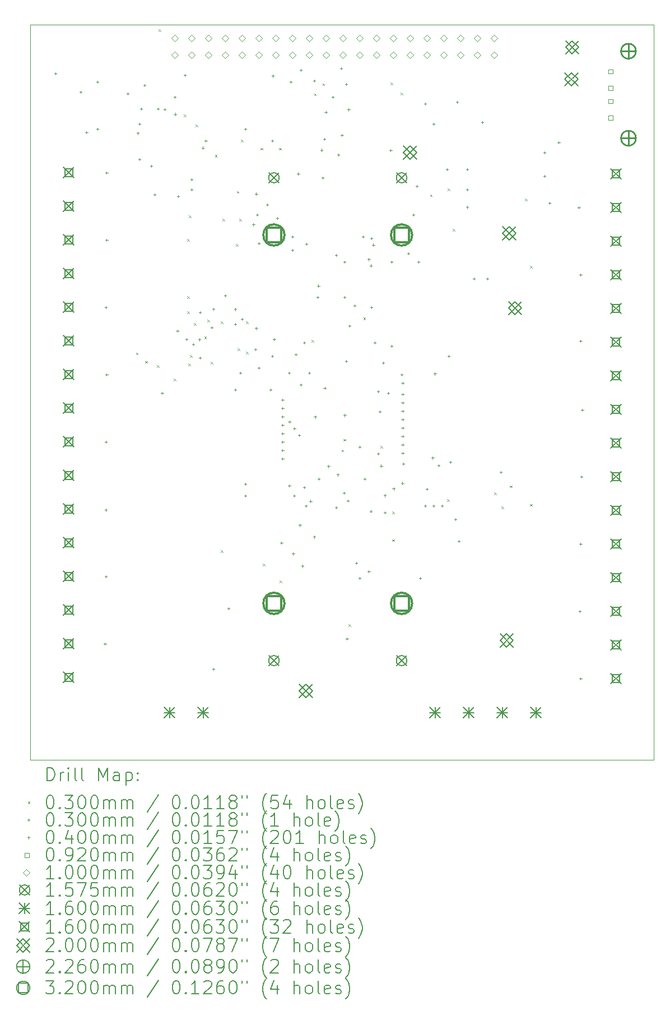
<source format=gbr>
%TF.GenerationSoftware,KiCad,Pcbnew,7.0.10*%
%TF.CreationDate,2024-02-10T17:39:17-06:00*%
%TF.ProjectId,DAQ,4441512e-6b69-4636-9164-5f7063625858,rev?*%
%TF.SameCoordinates,Original*%
%TF.FileFunction,Drillmap*%
%TF.FilePolarity,Positive*%
%FSLAX45Y45*%
G04 Gerber Fmt 4.5, Leading zero omitted, Abs format (unit mm)*
G04 Created by KiCad (PCBNEW 7.0.10) date 2024-02-10 17:39:17*
%MOMM*%
%LPD*%
G01*
G04 APERTURE LIST*
%ADD10C,0.100000*%
%ADD11C,0.200000*%
%ADD12C,0.157480*%
%ADD13C,0.160000*%
%ADD14C,0.160020*%
%ADD15C,0.226000*%
%ADD16C,0.320040*%
G04 APERTURE END LIST*
D10*
X2438400Y-8331200D02*
X11861800Y-8331200D01*
X11861800Y-19431000D01*
X2438400Y-19431000D01*
X2438400Y-8331200D01*
D11*
D10*
X4036300Y-13281900D02*
X4066300Y-13311900D01*
X4066300Y-13281900D02*
X4036300Y-13311900D01*
X4175150Y-13408900D02*
X4205150Y-13438900D01*
X4205150Y-13408900D02*
X4175150Y-13438900D01*
X4353800Y-13472400D02*
X4383800Y-13502400D01*
X4383800Y-13472400D02*
X4353800Y-13502400D01*
X4379200Y-8401200D02*
X4409200Y-8431200D01*
X4409200Y-8401200D02*
X4379200Y-8431200D01*
X4607800Y-13675600D02*
X4637800Y-13705600D01*
X4637800Y-13675600D02*
X4607800Y-13705600D01*
X4760200Y-9687800D02*
X4790200Y-9717800D01*
X4790200Y-9687800D02*
X4760200Y-9717800D01*
X4811000Y-11567400D02*
X4841000Y-11597400D01*
X4841000Y-11567400D02*
X4811000Y-11597400D01*
X4811000Y-12431000D02*
X4841000Y-12461000D01*
X4841000Y-12431000D02*
X4811000Y-12461000D01*
X4811000Y-12659600D02*
X4841000Y-12689600D01*
X4841000Y-12659600D02*
X4811000Y-12689600D01*
X4826850Y-13447000D02*
X4856850Y-13477000D01*
X4856850Y-13447000D02*
X4826850Y-13477000D01*
X4836400Y-11211800D02*
X4866400Y-11241800D01*
X4866400Y-11211800D02*
X4836400Y-11241800D01*
X4852250Y-13320000D02*
X4882250Y-13350000D01*
X4882250Y-13320000D02*
X4852250Y-13350000D01*
X4912600Y-12837400D02*
X4942600Y-12867400D01*
X4942600Y-12837400D02*
X4912600Y-12867400D01*
X4938000Y-9840200D02*
X4968000Y-9870200D01*
X4968000Y-9840200D02*
X4938000Y-9870200D01*
X5071300Y-13040600D02*
X5101300Y-13070600D01*
X5101300Y-13040600D02*
X5071300Y-13070600D01*
X5115800Y-12786600D02*
X5145800Y-12816600D01*
X5145800Y-12786600D02*
X5115800Y-12816600D01*
X5166600Y-13421600D02*
X5196600Y-13451600D01*
X5196600Y-13421600D02*
X5166600Y-13451600D01*
X5230100Y-10297400D02*
X5260100Y-10327400D01*
X5260100Y-10297400D02*
X5230100Y-10327400D01*
X5319000Y-12812000D02*
X5349000Y-12842000D01*
X5349000Y-12812000D02*
X5319000Y-12842000D01*
X5319000Y-16266400D02*
X5349000Y-16296400D01*
X5349000Y-16266400D02*
X5319000Y-16296400D01*
X5344400Y-11262600D02*
X5374400Y-11292600D01*
X5374400Y-11262600D02*
X5344400Y-11292600D01*
X5547600Y-11643600D02*
X5577600Y-11673600D01*
X5577600Y-11643600D02*
X5547600Y-11673600D01*
X5560300Y-10843500D02*
X5590300Y-10873500D01*
X5590300Y-10843500D02*
X5560300Y-10873500D01*
X5573000Y-13218400D02*
X5603000Y-13248400D01*
X5603000Y-13218400D02*
X5573000Y-13248400D01*
X5598400Y-11262600D02*
X5628400Y-11292600D01*
X5628400Y-11262600D02*
X5598400Y-11292600D01*
X5623800Y-10068800D02*
X5653800Y-10098800D01*
X5653800Y-10068800D02*
X5623800Y-10098800D01*
X5700000Y-13269200D02*
X5730000Y-13299200D01*
X5730000Y-13269200D02*
X5700000Y-13299200D01*
X5702845Y-12813897D02*
X5732845Y-12843897D01*
X5732845Y-12813897D02*
X5702845Y-12843897D01*
X5920100Y-10190550D02*
X5950100Y-10220550D01*
X5950100Y-10190550D02*
X5920100Y-10220550D01*
X5954000Y-16469600D02*
X5984000Y-16499600D01*
X5984000Y-16469600D02*
X5954000Y-16499600D01*
X6199500Y-10190550D02*
X6229500Y-10220550D01*
X6229500Y-10190550D02*
X6199500Y-10220550D01*
X6208000Y-16723600D02*
X6238000Y-16753600D01*
X6238000Y-16723600D02*
X6208000Y-16753600D01*
X6690600Y-13091400D02*
X6720600Y-13121400D01*
X6720600Y-13091400D02*
X6690600Y-13121400D01*
X6728700Y-9370300D02*
X6758700Y-9400300D01*
X6758700Y-9370300D02*
X6728700Y-9400300D01*
X6855700Y-9217900D02*
X6885700Y-9247900D01*
X6885700Y-9217900D02*
X6855700Y-9247900D01*
X7143959Y-14746240D02*
X7173959Y-14776240D01*
X7173959Y-14746240D02*
X7143959Y-14776240D01*
X7175919Y-14587281D02*
X7205919Y-14617281D01*
X7205919Y-14587281D02*
X7175919Y-14617281D01*
X7249400Y-17384000D02*
X7279400Y-17414000D01*
X7279400Y-17384000D02*
X7249400Y-17414000D01*
X7475450Y-12752340D02*
X7505450Y-12782340D01*
X7505450Y-12752340D02*
X7475450Y-12782340D01*
X7732000Y-14691600D02*
X7762000Y-14721600D01*
X7762000Y-14691600D02*
X7732000Y-14721600D01*
X7884400Y-9205200D02*
X7914400Y-9235200D01*
X7914400Y-9205200D02*
X7884400Y-9235200D01*
X7909800Y-15682200D02*
X7939800Y-15712200D01*
X7939800Y-15682200D02*
X7909800Y-15712200D01*
X7909800Y-16101300D02*
X7939800Y-16131300D01*
X7939800Y-16101300D02*
X7909800Y-16131300D01*
X8036800Y-9357600D02*
X8066800Y-9387600D01*
X8066800Y-9357600D02*
X8036800Y-9387600D01*
X8481300Y-10894300D02*
X8511300Y-10924300D01*
X8511300Y-10894300D02*
X8481300Y-10924300D01*
X8741700Y-15496525D02*
X8771700Y-15526525D01*
X8771700Y-15496525D02*
X8741700Y-15526525D01*
X8748000Y-10805400D02*
X8778000Y-10835400D01*
X8778000Y-10805400D02*
X8748000Y-10835400D01*
X8824200Y-11415000D02*
X8854200Y-11445000D01*
X8854200Y-11415000D02*
X8824200Y-11445000D01*
X9454035Y-15394925D02*
X9484035Y-15424925D01*
X9484035Y-15394925D02*
X9454035Y-15424925D01*
X9560800Y-15606000D02*
X9590800Y-15636000D01*
X9590800Y-15606000D02*
X9560800Y-15636000D01*
X9687800Y-15288500D02*
X9717800Y-15318500D01*
X9717800Y-15288500D02*
X9687800Y-15318500D01*
X9916400Y-10957800D02*
X9946400Y-10987800D01*
X9946400Y-10957800D02*
X9916400Y-10987800D01*
X9992600Y-11973800D02*
X10022600Y-12003800D01*
X10022600Y-11973800D02*
X9992600Y-12003800D01*
X9992600Y-15567900D02*
X10022600Y-15597900D01*
X10022600Y-15567900D02*
X9992600Y-15597900D01*
X7114300Y-10301450D02*
G75*
G03*
X7084300Y-10301450I-15000J0D01*
G01*
X7084300Y-10301450D02*
G75*
G03*
X7114300Y-10301450I15000J0D01*
G01*
X2819400Y-9047800D02*
X2819400Y-9087800D01*
X2799400Y-9067800D02*
X2839400Y-9067800D01*
X3200400Y-9327200D02*
X3200400Y-9367200D01*
X3180400Y-9347200D02*
X3220400Y-9347200D01*
X3289300Y-9936800D02*
X3289300Y-9976800D01*
X3269300Y-9956800D02*
X3309300Y-9956800D01*
X3454400Y-9174800D02*
X3454400Y-9214800D01*
X3434400Y-9194800D02*
X3474400Y-9194800D01*
X3454400Y-9886000D02*
X3454400Y-9926000D01*
X3434400Y-9906000D02*
X3474400Y-9906000D01*
X3568700Y-17658400D02*
X3568700Y-17698400D01*
X3548700Y-17678400D02*
X3588700Y-17678400D01*
X3581400Y-12578400D02*
X3581400Y-12618400D01*
X3561400Y-12598400D02*
X3601400Y-12598400D01*
X3581400Y-14610400D02*
X3581400Y-14650400D01*
X3561400Y-14630400D02*
X3601400Y-14630400D01*
X3581400Y-15639100D02*
X3581400Y-15679100D01*
X3561400Y-15659100D02*
X3601400Y-15659100D01*
X3581400Y-16642400D02*
X3581400Y-16682400D01*
X3561400Y-16662400D02*
X3601400Y-16662400D01*
X3594100Y-10546400D02*
X3594100Y-10586400D01*
X3574100Y-10566400D02*
X3614100Y-10566400D01*
X3594100Y-11562400D02*
X3594100Y-11602400D01*
X3574100Y-11582400D02*
X3614100Y-11582400D01*
X3594100Y-13594400D02*
X3594100Y-13634400D01*
X3574100Y-13614400D02*
X3614100Y-13614400D01*
X3911600Y-9352600D02*
X3911600Y-9392600D01*
X3891600Y-9372600D02*
X3931600Y-9372600D01*
X4064000Y-9949500D02*
X4064000Y-9989500D01*
X4044000Y-9969500D02*
X4084000Y-9969500D01*
X4089400Y-9809800D02*
X4089400Y-9849800D01*
X4069400Y-9829800D02*
X4109400Y-9829800D01*
X4089400Y-10343200D02*
X4089400Y-10383200D01*
X4069400Y-10363200D02*
X4109400Y-10363200D01*
X4114800Y-9581200D02*
X4114800Y-9621200D01*
X4094800Y-9601200D02*
X4134800Y-9601200D01*
X4165600Y-9225600D02*
X4165600Y-9265600D01*
X4145600Y-9245600D02*
X4185600Y-9245600D01*
X4267200Y-10444800D02*
X4267200Y-10484800D01*
X4247200Y-10464800D02*
X4287200Y-10464800D01*
X4318000Y-10876600D02*
X4318000Y-10916600D01*
X4298000Y-10896600D02*
X4338000Y-10896600D01*
X4369265Y-9581665D02*
X4369265Y-9621665D01*
X4349265Y-9601665D02*
X4389265Y-9601665D01*
X4432300Y-13873800D02*
X4432300Y-13913800D01*
X4412300Y-13893800D02*
X4452300Y-13893800D01*
X4470400Y-9591180D02*
X4470400Y-9631180D01*
X4450400Y-9611180D02*
X4490400Y-9611180D01*
X4622800Y-9403400D02*
X4622800Y-9443400D01*
X4602800Y-9423400D02*
X4642800Y-9423400D01*
X4629080Y-9663680D02*
X4629080Y-9703680D01*
X4609080Y-9683680D02*
X4649080Y-9683680D01*
X4662010Y-12935110D02*
X4662010Y-12975110D01*
X4642010Y-12955110D02*
X4682010Y-12955110D01*
X4673600Y-10902000D02*
X4673600Y-10942000D01*
X4653600Y-10922000D02*
X4693600Y-10922000D01*
X4775200Y-9073200D02*
X4775200Y-9113200D01*
X4755200Y-9093200D02*
X4795200Y-9093200D01*
X4800600Y-13061000D02*
X4800600Y-13101000D01*
X4780600Y-13081000D02*
X4820600Y-13081000D01*
X4876800Y-10648000D02*
X4876800Y-10688000D01*
X4856800Y-10668000D02*
X4896800Y-10668000D01*
X4876800Y-10800400D02*
X4876800Y-10840400D01*
X4856800Y-10820400D02*
X4896800Y-10820400D01*
X4902200Y-13137200D02*
X4902200Y-13177200D01*
X4882200Y-13157200D02*
X4922200Y-13157200D01*
X4995553Y-13063539D02*
X4995553Y-13103539D01*
X4975553Y-13083539D02*
X5015553Y-13083539D01*
X5003800Y-12654600D02*
X5003800Y-12694600D01*
X4983800Y-12674600D02*
X5023800Y-12674600D01*
X5003800Y-13340400D02*
X5003800Y-13380400D01*
X4983800Y-13360400D02*
X5023800Y-13360400D01*
X5047882Y-10171382D02*
X5047882Y-10211382D01*
X5027882Y-10191382D02*
X5067882Y-10191382D01*
X5092700Y-10063800D02*
X5092700Y-10103800D01*
X5072700Y-10083800D02*
X5112700Y-10083800D01*
X5181600Y-12883200D02*
X5181600Y-12923200D01*
X5161600Y-12903200D02*
X5201600Y-12903200D01*
X5207000Y-12603800D02*
X5207000Y-12643800D01*
X5187000Y-12623800D02*
X5227000Y-12623800D01*
X5207000Y-18039400D02*
X5207000Y-18079400D01*
X5187000Y-18059400D02*
X5227000Y-18059400D01*
X5384800Y-12400600D02*
X5384800Y-12440600D01*
X5364800Y-12420600D02*
X5404800Y-12420600D01*
X5435600Y-17125000D02*
X5435600Y-17165000D01*
X5415600Y-17145000D02*
X5455600Y-17145000D01*
X5537200Y-12607500D02*
X5537200Y-12647500D01*
X5517200Y-12627500D02*
X5557200Y-12627500D01*
X5537200Y-12832400D02*
X5537200Y-12872400D01*
X5517200Y-12852400D02*
X5557200Y-12852400D01*
X5537200Y-13823000D02*
X5537200Y-13863000D01*
X5517200Y-13843000D02*
X5557200Y-13843000D01*
X5613400Y-13569000D02*
X5613400Y-13609000D01*
X5593400Y-13589000D02*
X5633400Y-13589000D01*
X5638800Y-12756200D02*
X5638800Y-12796200D01*
X5618800Y-12776200D02*
X5658800Y-12776200D01*
X5689600Y-9886000D02*
X5689600Y-9926000D01*
X5669600Y-9906000D02*
X5709600Y-9906000D01*
X5689600Y-15245400D02*
X5689600Y-15285400D01*
X5669600Y-15265400D02*
X5709600Y-15265400D01*
X5689600Y-15423200D02*
X5689600Y-15463200D01*
X5669600Y-15443200D02*
X5709600Y-15443200D01*
X5812900Y-11330100D02*
X5812900Y-11370100D01*
X5792900Y-11350100D02*
X5832900Y-11350100D01*
X5842000Y-13213400D02*
X5842000Y-13253400D01*
X5822000Y-13233400D02*
X5862000Y-13233400D01*
X5854700Y-12895600D02*
X5854700Y-12935600D01*
X5834700Y-12915600D02*
X5874700Y-12915600D01*
X5854933Y-10864598D02*
X5854933Y-10904598D01*
X5834933Y-10884598D02*
X5874933Y-10884598D01*
X5867400Y-11181400D02*
X5867400Y-11221400D01*
X5847400Y-11201400D02*
X5887400Y-11201400D01*
X5892800Y-11613200D02*
X5892800Y-11653200D01*
X5872800Y-11633200D02*
X5912800Y-11633200D01*
X5892800Y-13492800D02*
X5892800Y-13532800D01*
X5872800Y-13512800D02*
X5912800Y-13512800D01*
X6019800Y-11029000D02*
X6019800Y-11069000D01*
X5999800Y-11049000D02*
X6039800Y-11049000D01*
X6070600Y-13823000D02*
X6070600Y-13863000D01*
X6050600Y-13843000D02*
X6090600Y-13843000D01*
X6096000Y-10063800D02*
X6096000Y-10103800D01*
X6076000Y-10083800D02*
X6116000Y-10083800D01*
X6096000Y-13315000D02*
X6096000Y-13355000D01*
X6076000Y-13335000D02*
X6116000Y-13335000D01*
X6105355Y-9086030D02*
X6105355Y-9126030D01*
X6085355Y-9106030D02*
X6125355Y-9106030D01*
X6125100Y-13061000D02*
X6125100Y-13101000D01*
X6105100Y-13081000D02*
X6145100Y-13081000D01*
X6172200Y-11232200D02*
X6172200Y-11272200D01*
X6152200Y-11252200D02*
X6192200Y-11252200D01*
X6235700Y-16134400D02*
X6235700Y-16174400D01*
X6215700Y-16154400D02*
X6255700Y-16154400D01*
X6252210Y-13975400D02*
X6252210Y-14015400D01*
X6232210Y-13995400D02*
X6272210Y-13995400D01*
X6252210Y-14102400D02*
X6252210Y-14142400D01*
X6232210Y-14122400D02*
X6272210Y-14122400D01*
X6252210Y-14229400D02*
X6252210Y-14269400D01*
X6232210Y-14249400D02*
X6272210Y-14249400D01*
X6252210Y-14356400D02*
X6252210Y-14396400D01*
X6232210Y-14376400D02*
X6272210Y-14376400D01*
X6252210Y-14483400D02*
X6252210Y-14523400D01*
X6232210Y-14503400D02*
X6272210Y-14503400D01*
X6252210Y-14610400D02*
X6252210Y-14650400D01*
X6232210Y-14630400D02*
X6272210Y-14630400D01*
X6252210Y-14737400D02*
X6252210Y-14777400D01*
X6232210Y-14757400D02*
X6272210Y-14757400D01*
X6252210Y-14864400D02*
X6252210Y-14904400D01*
X6232210Y-14884400D02*
X6272210Y-14884400D01*
X6350000Y-13569000D02*
X6350000Y-13609000D01*
X6330000Y-13589000D02*
X6370000Y-13589000D01*
X6353750Y-15270800D02*
X6353750Y-15310800D01*
X6333750Y-15290800D02*
X6373750Y-15290800D01*
X6357500Y-14305600D02*
X6357500Y-14345600D01*
X6337500Y-14325600D02*
X6377500Y-14325600D01*
X6375400Y-9174800D02*
X6375400Y-9214800D01*
X6355400Y-9194800D02*
X6395400Y-9194800D01*
X6400800Y-11511600D02*
X6400800Y-11551600D01*
X6380800Y-11531600D02*
X6420800Y-11531600D01*
X6400800Y-11714800D02*
X6400800Y-11754800D01*
X6380800Y-11734800D02*
X6420800Y-11734800D01*
X6413500Y-16299500D02*
X6413500Y-16339500D01*
X6393500Y-16319500D02*
X6433500Y-16319500D01*
X6426200Y-15423200D02*
X6426200Y-15463200D01*
X6406200Y-15443200D02*
X6446200Y-15443200D01*
X6429950Y-14407200D02*
X6429950Y-14447200D01*
X6409950Y-14427200D02*
X6449950Y-14427200D01*
X6451600Y-13289600D02*
X6451600Y-13329600D01*
X6431600Y-13309600D02*
X6471600Y-13309600D01*
X6488400Y-10562350D02*
X6488400Y-10602350D01*
X6468400Y-10582350D02*
X6508400Y-10582350D01*
X6502400Y-14508800D02*
X6502400Y-14548800D01*
X6482400Y-14528800D02*
X6522400Y-14528800D01*
X6515100Y-15867700D02*
X6515100Y-15907700D01*
X6495100Y-15887700D02*
X6535100Y-15887700D01*
X6527800Y-8997000D02*
X6527800Y-9037000D01*
X6507800Y-9017000D02*
X6547800Y-9017000D01*
X6528265Y-13746335D02*
X6528265Y-13786335D01*
X6508265Y-13766335D02*
X6548265Y-13766335D01*
X6553200Y-16483400D02*
X6553200Y-16523400D01*
X6533200Y-16503400D02*
X6573200Y-16503400D01*
X6578600Y-13111800D02*
X6578600Y-13151800D01*
X6558600Y-13131800D02*
X6598600Y-13131800D01*
X6578600Y-15296200D02*
X6578600Y-15336200D01*
X6558600Y-15316200D02*
X6598600Y-15316200D01*
X6604000Y-15575600D02*
X6604000Y-15615600D01*
X6584000Y-15595600D02*
X6624000Y-15595600D01*
X6612940Y-11622140D02*
X6612940Y-11662140D01*
X6592940Y-11642140D02*
X6632940Y-11642140D01*
X6654800Y-13569000D02*
X6654800Y-13609000D01*
X6634800Y-13589000D02*
X6674800Y-13589000D01*
X6674675Y-15504924D02*
X6674675Y-15544924D01*
X6654675Y-15524924D02*
X6694675Y-15524924D01*
X6731000Y-9158530D02*
X6731000Y-9198530D01*
X6711000Y-9178530D02*
X6751000Y-9178530D01*
X6731000Y-16045500D02*
X6731000Y-16085500D01*
X6711000Y-16065500D02*
X6751000Y-16065500D01*
X6746850Y-14233671D02*
X6746850Y-14273671D01*
X6726850Y-14253671D02*
X6766850Y-14253671D01*
X6781800Y-12426000D02*
X6781800Y-12466000D01*
X6761800Y-12446000D02*
X6801800Y-12446000D01*
X6794500Y-12255820D02*
X6794500Y-12295820D01*
X6774500Y-12275820D02*
X6814500Y-12275820D01*
X6800900Y-15169200D02*
X6800900Y-15209200D01*
X6780900Y-15189200D02*
X6820900Y-15189200D01*
X6842350Y-10206450D02*
X6842350Y-10246450D01*
X6822350Y-10226450D02*
X6862350Y-10226450D01*
X6858000Y-10622600D02*
X6858000Y-10662600D01*
X6838000Y-10642600D02*
X6878000Y-10642600D01*
X6883400Y-10038400D02*
X6883400Y-10078400D01*
X6863400Y-10058400D02*
X6903400Y-10058400D01*
X6890800Y-13797600D02*
X6890800Y-13837600D01*
X6870800Y-13817600D02*
X6910800Y-13817600D01*
X6907500Y-9632000D02*
X6907500Y-9672000D01*
X6887500Y-9652000D02*
X6927500Y-9652000D01*
X6945600Y-14978700D02*
X6945600Y-15018700D01*
X6925600Y-14998700D02*
X6965600Y-14998700D01*
X7010400Y-9403400D02*
X7010400Y-9443400D01*
X6990400Y-9423400D02*
X7030400Y-9423400D01*
X7061200Y-11791000D02*
X7061200Y-11831000D01*
X7041200Y-11811000D02*
X7081200Y-11811000D01*
X7061200Y-15601000D02*
X7061200Y-15641000D01*
X7041200Y-15621000D02*
X7081200Y-15621000D01*
X7086600Y-15105700D02*
X7086600Y-15145700D01*
X7066600Y-15125700D02*
X7106600Y-15125700D01*
X7137400Y-8971600D02*
X7137400Y-9011600D01*
X7117400Y-8991600D02*
X7157400Y-8991600D01*
X7150100Y-9979450D02*
X7150100Y-10019450D01*
X7130100Y-9999450D02*
X7170100Y-9999450D01*
X7180759Y-15381950D02*
X7180759Y-15421950D01*
X7160759Y-15401950D02*
X7200759Y-15401950D01*
X7188200Y-11892600D02*
X7188200Y-11932600D01*
X7168200Y-11912600D02*
X7208200Y-11912600D01*
X7188200Y-12426000D02*
X7188200Y-12466000D01*
X7168200Y-12446000D02*
X7208200Y-12446000D01*
X7190592Y-14206392D02*
X7190592Y-14246392D01*
X7170592Y-14226392D02*
X7210592Y-14226392D01*
X7213600Y-9210370D02*
X7213600Y-9250370D01*
X7193600Y-9230370D02*
X7233600Y-9230370D01*
X7213600Y-13391200D02*
X7213600Y-13431200D01*
X7193600Y-13411200D02*
X7233600Y-13411200D01*
X7226300Y-17582200D02*
X7226300Y-17622200D01*
X7206300Y-17602200D02*
X7246300Y-17602200D01*
X7239000Y-15499400D02*
X7239000Y-15539400D01*
X7219000Y-15519400D02*
X7259000Y-15519400D01*
X7251700Y-9593900D02*
X7251700Y-9633900D01*
X7231700Y-9613900D02*
X7271700Y-9613900D01*
X7264400Y-12857800D02*
X7264400Y-12897800D01*
X7244400Y-12877800D02*
X7284400Y-12877800D01*
X7340600Y-12553000D02*
X7340600Y-12593000D01*
X7320600Y-12573000D02*
X7360600Y-12573000D01*
X7366000Y-16439200D02*
X7366000Y-16479200D01*
X7346000Y-16459200D02*
X7386000Y-16459200D01*
X7416800Y-14686600D02*
X7416800Y-14726600D01*
X7396800Y-14706600D02*
X7436800Y-14706600D01*
X7416800Y-16667800D02*
X7416800Y-16707800D01*
X7396800Y-16687800D02*
X7436800Y-16687800D01*
X7467600Y-11511600D02*
X7467600Y-11551600D01*
X7447600Y-11531600D02*
X7487600Y-11531600D01*
X7493000Y-15169200D02*
X7493000Y-15209200D01*
X7473000Y-15189200D02*
X7513000Y-15189200D01*
X7556500Y-11854500D02*
X7556500Y-11894500D01*
X7536500Y-11874500D02*
X7576500Y-11874500D01*
X7556500Y-16566200D02*
X7556500Y-16606200D01*
X7536500Y-16586200D02*
X7576500Y-16586200D01*
X7587785Y-15657685D02*
X7587785Y-15697685D01*
X7567785Y-15677685D02*
X7607785Y-15677685D01*
X7588123Y-11949369D02*
X7588123Y-11989369D01*
X7568123Y-11969369D02*
X7608123Y-11969369D01*
X7594600Y-11537000D02*
X7594600Y-11577000D01*
X7574600Y-11557000D02*
X7614600Y-11557000D01*
X7594600Y-12578400D02*
X7594600Y-12618400D01*
X7574600Y-12598400D02*
X7614600Y-12598400D01*
X7622954Y-11635646D02*
X7622954Y-11675646D01*
X7602954Y-11655646D02*
X7642954Y-11655646D01*
X7645400Y-13111800D02*
X7645400Y-13151800D01*
X7625400Y-13131800D02*
X7665400Y-13131800D01*
X7696200Y-13848400D02*
X7696200Y-13888400D01*
X7676200Y-13868400D02*
X7716200Y-13868400D01*
X7696200Y-14788200D02*
X7696200Y-14828200D01*
X7676200Y-14808200D02*
X7716200Y-14808200D01*
X7721600Y-14153200D02*
X7721600Y-14193200D01*
X7701600Y-14173200D02*
X7741600Y-14173200D01*
X7741104Y-14973500D02*
X7741104Y-15013500D01*
X7721104Y-14993500D02*
X7761104Y-14993500D01*
X7772400Y-13416600D02*
X7772400Y-13456600D01*
X7752400Y-13436600D02*
X7792400Y-13436600D01*
X7797800Y-15419075D02*
X7797800Y-15459075D01*
X7777800Y-15439075D02*
X7817800Y-15439075D01*
X7797800Y-15677200D02*
X7797800Y-15717200D01*
X7777800Y-15697200D02*
X7817800Y-15697200D01*
X7848600Y-13873800D02*
X7848600Y-13913800D01*
X7828600Y-13893800D02*
X7868600Y-13893800D01*
X7886700Y-10208050D02*
X7886700Y-10248050D01*
X7866700Y-10228050D02*
X7906700Y-10228050D01*
X7899400Y-11892600D02*
X7899400Y-11932600D01*
X7879400Y-11912600D02*
X7919400Y-11912600D01*
X7899400Y-13162600D02*
X7899400Y-13202600D01*
X7879400Y-13182600D02*
X7919400Y-13182600D01*
X7931055Y-15315345D02*
X7931055Y-15355345D01*
X7911055Y-15335345D02*
X7951055Y-15335345D01*
X8051800Y-13594400D02*
X8051800Y-13634400D01*
X8031800Y-13614400D02*
X8071800Y-13614400D01*
X8063793Y-15233407D02*
X8063793Y-15273407D01*
X8043793Y-15253407D02*
X8083793Y-15253407D01*
X8068175Y-13721400D02*
X8068175Y-13761400D01*
X8048175Y-13741400D02*
X8088175Y-13741400D01*
X8068225Y-13891325D02*
X8068225Y-13931325D01*
X8048225Y-13911325D02*
X8088225Y-13911325D01*
X8068225Y-14018325D02*
X8068225Y-14058325D01*
X8048225Y-14038325D02*
X8088225Y-14038325D01*
X8068225Y-14145325D02*
X8068225Y-14185325D01*
X8048225Y-14165325D02*
X8088225Y-14165325D01*
X8068225Y-14272325D02*
X8068225Y-14312325D01*
X8048225Y-14292325D02*
X8088225Y-14292325D01*
X8068225Y-14399325D02*
X8068225Y-14439325D01*
X8048225Y-14419325D02*
X8088225Y-14419325D01*
X8068225Y-14526325D02*
X8068225Y-14566325D01*
X8048225Y-14546325D02*
X8088225Y-14546325D01*
X8068225Y-14653325D02*
X8068225Y-14693325D01*
X8048225Y-14673325D02*
X8088225Y-14673325D01*
X8068225Y-14780325D02*
X8068225Y-14820325D01*
X8048225Y-14800325D02*
X8088225Y-14800325D01*
X8077200Y-14940600D02*
X8077200Y-14980600D01*
X8057200Y-14960600D02*
X8097200Y-14960600D01*
X8153400Y-11765600D02*
X8153400Y-11805600D01*
X8133400Y-11785600D02*
X8173400Y-11785600D01*
X8229600Y-11181400D02*
X8229600Y-11221400D01*
X8209600Y-11201400D02*
X8249600Y-11201400D01*
X8280400Y-10749600D02*
X8280400Y-10789600D01*
X8260400Y-10769600D02*
X8300400Y-10769600D01*
X8305800Y-11892600D02*
X8305800Y-11932600D01*
X8285800Y-11912600D02*
X8325800Y-11912600D01*
X8331200Y-16667800D02*
X8331200Y-16707800D01*
X8311200Y-16687800D02*
X8351200Y-16687800D01*
X8407400Y-9505000D02*
X8407400Y-9545000D01*
X8387400Y-9525000D02*
X8427400Y-9525000D01*
X8407400Y-15575600D02*
X8407400Y-15615600D01*
X8387400Y-15595600D02*
X8427400Y-15595600D01*
X8432800Y-15321600D02*
X8432800Y-15361600D01*
X8412800Y-15341600D02*
X8452800Y-15341600D01*
X8520465Y-14850465D02*
X8520465Y-14890465D01*
X8500465Y-14870465D02*
X8540465Y-14870465D01*
X8534400Y-9809800D02*
X8534400Y-9849800D01*
X8514400Y-9829800D02*
X8554400Y-9829800D01*
X8534400Y-15575600D02*
X8534400Y-15615600D01*
X8514400Y-15595600D02*
X8554400Y-15595600D01*
X8556576Y-13579793D02*
X8556576Y-13619793D01*
X8536576Y-13599793D02*
X8576576Y-13599793D01*
X8610600Y-14966000D02*
X8610600Y-15006000D01*
X8590600Y-14986000D02*
X8630600Y-14986000D01*
X8661400Y-15575600D02*
X8661400Y-15615600D01*
X8641400Y-15595600D02*
X8681400Y-15595600D01*
X8737600Y-10495600D02*
X8737600Y-10535600D01*
X8717600Y-10515600D02*
X8757600Y-10515600D01*
X8763000Y-13315000D02*
X8763000Y-13355000D01*
X8743000Y-13335000D02*
X8783000Y-13335000D01*
X8788400Y-14915200D02*
X8788400Y-14955200D01*
X8768400Y-14935200D02*
X8808400Y-14935200D01*
X8864600Y-15778800D02*
X8864600Y-15818800D01*
X8844600Y-15798800D02*
X8884600Y-15798800D01*
X8890000Y-9479600D02*
X8890000Y-9519600D01*
X8870000Y-9499600D02*
X8910000Y-9499600D01*
X8915400Y-16109000D02*
X8915400Y-16149000D01*
X8895400Y-16129000D02*
X8935400Y-16129000D01*
X9042400Y-10495600D02*
X9042400Y-10535600D01*
X9022400Y-10515600D02*
X9062400Y-10515600D01*
X9042400Y-10800400D02*
X9042400Y-10840400D01*
X9022400Y-10820400D02*
X9062400Y-10820400D01*
X9042400Y-11067100D02*
X9042400Y-11107100D01*
X9022400Y-11087100D02*
X9062400Y-11087100D01*
X9144000Y-12146600D02*
X9144000Y-12186600D01*
X9124000Y-12166600D02*
X9164000Y-12166600D01*
X9271000Y-9784400D02*
X9271000Y-9824400D01*
X9251000Y-9804400D02*
X9291000Y-9804400D01*
X9347200Y-12146600D02*
X9347200Y-12186600D01*
X9327200Y-12166600D02*
X9367200Y-12166600D01*
X9550400Y-15067600D02*
X9550400Y-15107600D01*
X9530400Y-15087600D02*
X9570400Y-15087600D01*
X10210800Y-10241600D02*
X10210800Y-10281600D01*
X10190800Y-10261600D02*
X10230800Y-10261600D01*
X10210800Y-10597200D02*
X10210800Y-10637200D01*
X10190800Y-10617200D02*
X10230800Y-10617200D01*
X10287000Y-11003600D02*
X10287000Y-11043600D01*
X10267000Y-11023600D02*
X10307000Y-11023600D01*
X10426700Y-10089200D02*
X10426700Y-10129200D01*
X10406700Y-10109200D02*
X10446700Y-10109200D01*
X10731500Y-11071925D02*
X10731500Y-11111925D01*
X10711500Y-11091925D02*
X10751500Y-11091925D01*
X10744200Y-17167925D02*
X10744200Y-17207925D01*
X10724200Y-17187925D02*
X10764200Y-17187925D01*
X10756900Y-12087925D02*
X10756900Y-12127925D01*
X10736900Y-12107925D02*
X10776900Y-12107925D01*
X10756900Y-13086400D02*
X10756900Y-13126400D01*
X10736900Y-13106400D02*
X10776900Y-13106400D01*
X10756900Y-16151925D02*
X10756900Y-16191925D01*
X10736900Y-16171925D02*
X10776900Y-16171925D01*
X10756900Y-18183925D02*
X10756900Y-18223925D01*
X10736900Y-18203925D02*
X10776900Y-18203925D01*
X10769600Y-15135925D02*
X10769600Y-15175925D01*
X10749600Y-15155925D02*
X10789600Y-15155925D01*
X10782300Y-14127800D02*
X10782300Y-14167800D01*
X10762300Y-14147800D02*
X10802300Y-14147800D01*
X11242327Y-9071227D02*
X11242327Y-9006173D01*
X11177273Y-9006173D01*
X11177273Y-9071227D01*
X11242327Y-9071227D01*
X11242327Y-9321227D02*
X11242327Y-9256173D01*
X11177273Y-9256173D01*
X11177273Y-9321227D01*
X11242327Y-9321227D01*
X11242327Y-9521227D02*
X11242327Y-9456173D01*
X11177273Y-9456173D01*
X11177273Y-9521227D01*
X11242327Y-9521227D01*
X11242327Y-9771227D02*
X11242327Y-9706173D01*
X11177273Y-9706173D01*
X11177273Y-9771227D01*
X11242327Y-9771227D01*
X4622800Y-8584400D02*
X4672800Y-8534400D01*
X4622800Y-8484400D01*
X4572800Y-8534400D01*
X4622800Y-8584400D01*
X4622800Y-8838400D02*
X4672800Y-8788400D01*
X4622800Y-8738400D01*
X4572800Y-8788400D01*
X4622800Y-8838400D01*
X4876800Y-8584400D02*
X4926800Y-8534400D01*
X4876800Y-8484400D01*
X4826800Y-8534400D01*
X4876800Y-8584400D01*
X4876800Y-8838400D02*
X4926800Y-8788400D01*
X4876800Y-8738400D01*
X4826800Y-8788400D01*
X4876800Y-8838400D01*
X5130800Y-8584400D02*
X5180800Y-8534400D01*
X5130800Y-8484400D01*
X5080800Y-8534400D01*
X5130800Y-8584400D01*
X5130800Y-8838400D02*
X5180800Y-8788400D01*
X5130800Y-8738400D01*
X5080800Y-8788400D01*
X5130800Y-8838400D01*
X5384800Y-8584400D02*
X5434800Y-8534400D01*
X5384800Y-8484400D01*
X5334800Y-8534400D01*
X5384800Y-8584400D01*
X5384800Y-8838400D02*
X5434800Y-8788400D01*
X5384800Y-8738400D01*
X5334800Y-8788400D01*
X5384800Y-8838400D01*
X5638800Y-8584400D02*
X5688800Y-8534400D01*
X5638800Y-8484400D01*
X5588800Y-8534400D01*
X5638800Y-8584400D01*
X5638800Y-8838400D02*
X5688800Y-8788400D01*
X5638800Y-8738400D01*
X5588800Y-8788400D01*
X5638800Y-8838400D01*
X5892800Y-8584400D02*
X5942800Y-8534400D01*
X5892800Y-8484400D01*
X5842800Y-8534400D01*
X5892800Y-8584400D01*
X5892800Y-8838400D02*
X5942800Y-8788400D01*
X5892800Y-8738400D01*
X5842800Y-8788400D01*
X5892800Y-8838400D01*
X6146800Y-8584400D02*
X6196800Y-8534400D01*
X6146800Y-8484400D01*
X6096800Y-8534400D01*
X6146800Y-8584400D01*
X6146800Y-8838400D02*
X6196800Y-8788400D01*
X6146800Y-8738400D01*
X6096800Y-8788400D01*
X6146800Y-8838400D01*
X6400800Y-8584400D02*
X6450800Y-8534400D01*
X6400800Y-8484400D01*
X6350800Y-8534400D01*
X6400800Y-8584400D01*
X6400800Y-8838400D02*
X6450800Y-8788400D01*
X6400800Y-8738400D01*
X6350800Y-8788400D01*
X6400800Y-8838400D01*
X6654800Y-8584400D02*
X6704800Y-8534400D01*
X6654800Y-8484400D01*
X6604800Y-8534400D01*
X6654800Y-8584400D01*
X6654800Y-8838400D02*
X6704800Y-8788400D01*
X6654800Y-8738400D01*
X6604800Y-8788400D01*
X6654800Y-8838400D01*
X6908800Y-8584400D02*
X6958800Y-8534400D01*
X6908800Y-8484400D01*
X6858800Y-8534400D01*
X6908800Y-8584400D01*
X6908800Y-8838400D02*
X6958800Y-8788400D01*
X6908800Y-8738400D01*
X6858800Y-8788400D01*
X6908800Y-8838400D01*
X7162800Y-8584400D02*
X7212800Y-8534400D01*
X7162800Y-8484400D01*
X7112800Y-8534400D01*
X7162800Y-8584400D01*
X7162800Y-8838400D02*
X7212800Y-8788400D01*
X7162800Y-8738400D01*
X7112800Y-8788400D01*
X7162800Y-8838400D01*
X7416800Y-8584400D02*
X7466800Y-8534400D01*
X7416800Y-8484400D01*
X7366800Y-8534400D01*
X7416800Y-8584400D01*
X7416800Y-8838400D02*
X7466800Y-8788400D01*
X7416800Y-8738400D01*
X7366800Y-8788400D01*
X7416800Y-8838400D01*
X7670800Y-8584400D02*
X7720800Y-8534400D01*
X7670800Y-8484400D01*
X7620800Y-8534400D01*
X7670800Y-8584400D01*
X7670800Y-8838400D02*
X7720800Y-8788400D01*
X7670800Y-8738400D01*
X7620800Y-8788400D01*
X7670800Y-8838400D01*
X7924800Y-8584400D02*
X7974800Y-8534400D01*
X7924800Y-8484400D01*
X7874800Y-8534400D01*
X7924800Y-8584400D01*
X7924800Y-8838400D02*
X7974800Y-8788400D01*
X7924800Y-8738400D01*
X7874800Y-8788400D01*
X7924800Y-8838400D01*
X8178800Y-8584400D02*
X8228800Y-8534400D01*
X8178800Y-8484400D01*
X8128800Y-8534400D01*
X8178800Y-8584400D01*
X8178800Y-8838400D02*
X8228800Y-8788400D01*
X8178800Y-8738400D01*
X8128800Y-8788400D01*
X8178800Y-8838400D01*
X8432800Y-8584400D02*
X8482800Y-8534400D01*
X8432800Y-8484400D01*
X8382800Y-8534400D01*
X8432800Y-8584400D01*
X8432800Y-8838400D02*
X8482800Y-8788400D01*
X8432800Y-8738400D01*
X8382800Y-8788400D01*
X8432800Y-8838400D01*
X8686800Y-8584400D02*
X8736800Y-8534400D01*
X8686800Y-8484400D01*
X8636800Y-8534400D01*
X8686800Y-8584400D01*
X8686800Y-8838400D02*
X8736800Y-8788400D01*
X8686800Y-8738400D01*
X8636800Y-8788400D01*
X8686800Y-8838400D01*
X8940800Y-8584400D02*
X8990800Y-8534400D01*
X8940800Y-8484400D01*
X8890800Y-8534400D01*
X8940800Y-8584400D01*
X8940800Y-8838400D02*
X8990800Y-8788400D01*
X8940800Y-8738400D01*
X8890800Y-8788400D01*
X8940800Y-8838400D01*
X9194800Y-8584400D02*
X9244800Y-8534400D01*
X9194800Y-8484400D01*
X9144800Y-8534400D01*
X9194800Y-8584400D01*
X9194800Y-8838400D02*
X9244800Y-8788400D01*
X9194800Y-8738400D01*
X9144800Y-8788400D01*
X9194800Y-8838400D01*
X9448800Y-8584400D02*
X9498800Y-8534400D01*
X9448800Y-8484400D01*
X9398800Y-8534400D01*
X9448800Y-8584400D01*
X9448800Y-8838400D02*
X9498800Y-8788400D01*
X9448800Y-8738400D01*
X9398800Y-8788400D01*
X9448800Y-8838400D01*
D12*
X6043060Y-10564059D02*
X6200540Y-10721539D01*
X6200540Y-10564059D02*
X6043060Y-10721539D01*
X6200540Y-10642799D02*
G75*
G03*
X6043060Y-10642799I-78740J0D01*
G01*
X6043060Y-10642799D02*
G75*
G03*
X6200540Y-10642799I78740J0D01*
G01*
X6043060Y-17854060D02*
X6200540Y-18011540D01*
X6200540Y-17854060D02*
X6043060Y-18011540D01*
X6200540Y-17932800D02*
G75*
G03*
X6043060Y-17932800I-78740J0D01*
G01*
X6043060Y-17932800D02*
G75*
G03*
X6200540Y-17932800I78740J0D01*
G01*
X7973060Y-10564059D02*
X8130540Y-10721539D01*
X8130540Y-10564059D02*
X7973060Y-10721539D01*
X8130540Y-10642799D02*
G75*
G03*
X7973060Y-10642799I-78740J0D01*
G01*
X7973060Y-10642799D02*
G75*
G03*
X8130540Y-10642799I78740J0D01*
G01*
X7973060Y-17854060D02*
X8130540Y-18011540D01*
X8130540Y-17854060D02*
X7973060Y-18011540D01*
X8130540Y-17932800D02*
G75*
G03*
X7973060Y-17932800I-78740J0D01*
G01*
X7973060Y-17932800D02*
G75*
G03*
X8130540Y-17932800I78740J0D01*
G01*
D13*
X4466600Y-18639800D02*
X4626600Y-18799800D01*
X4626600Y-18639800D02*
X4466600Y-18799800D01*
X4546600Y-18639800D02*
X4546600Y-18799800D01*
X4466600Y-18719800D02*
X4626600Y-18719800D01*
X4974600Y-18639800D02*
X5134600Y-18799800D01*
X5134600Y-18639800D02*
X4974600Y-18799800D01*
X5054600Y-18639800D02*
X5054600Y-18799800D01*
X4974600Y-18719800D02*
X5134600Y-18719800D01*
X8479800Y-18639800D02*
X8639800Y-18799800D01*
X8639800Y-18639800D02*
X8479800Y-18799800D01*
X8559800Y-18639800D02*
X8559800Y-18799800D01*
X8479800Y-18719800D02*
X8639800Y-18719800D01*
X8987800Y-18639800D02*
X9147800Y-18799800D01*
X9147800Y-18639800D02*
X8987800Y-18799800D01*
X9067800Y-18639800D02*
X9067800Y-18799800D01*
X8987800Y-18719800D02*
X9147800Y-18719800D01*
X9495800Y-18639800D02*
X9655800Y-18799800D01*
X9655800Y-18639800D02*
X9495800Y-18799800D01*
X9575800Y-18639800D02*
X9575800Y-18799800D01*
X9495800Y-18719800D02*
X9655800Y-18719800D01*
X10003800Y-18639800D02*
X10163800Y-18799800D01*
X10163800Y-18639800D02*
X10003800Y-18799800D01*
X10083800Y-18639800D02*
X10083800Y-18799800D01*
X10003800Y-18719800D02*
X10163800Y-18719800D01*
D14*
X2942590Y-10486390D02*
X3102610Y-10646410D01*
X3102610Y-10486390D02*
X2942590Y-10646410D01*
X3079176Y-10622976D02*
X3079176Y-10509824D01*
X2966024Y-10509824D01*
X2966024Y-10622976D01*
X3079176Y-10622976D01*
X2942590Y-10994390D02*
X3102610Y-11154410D01*
X3102610Y-10994390D02*
X2942590Y-11154410D01*
X3079176Y-11130976D02*
X3079176Y-11017824D01*
X2966024Y-11017824D01*
X2966024Y-11130976D01*
X3079176Y-11130976D01*
X2942590Y-11502390D02*
X3102610Y-11662410D01*
X3102610Y-11502390D02*
X2942590Y-11662410D01*
X3079176Y-11638976D02*
X3079176Y-11525824D01*
X2966024Y-11525824D01*
X2966024Y-11638976D01*
X3079176Y-11638976D01*
X2942590Y-12010390D02*
X3102610Y-12170410D01*
X3102610Y-12010390D02*
X2942590Y-12170410D01*
X3079176Y-12146976D02*
X3079176Y-12033824D01*
X2966024Y-12033824D01*
X2966024Y-12146976D01*
X3079176Y-12146976D01*
X2942590Y-12518390D02*
X3102610Y-12678410D01*
X3102610Y-12518390D02*
X2942590Y-12678410D01*
X3079176Y-12654976D02*
X3079176Y-12541824D01*
X2966024Y-12541824D01*
X2966024Y-12654976D01*
X3079176Y-12654976D01*
X2942590Y-13026390D02*
X3102610Y-13186410D01*
X3102610Y-13026390D02*
X2942590Y-13186410D01*
X3079176Y-13162976D02*
X3079176Y-13049824D01*
X2966024Y-13049824D01*
X2966024Y-13162976D01*
X3079176Y-13162976D01*
X2942590Y-13534390D02*
X3102610Y-13694410D01*
X3102610Y-13534390D02*
X2942590Y-13694410D01*
X3079176Y-13670976D02*
X3079176Y-13557824D01*
X2966024Y-13557824D01*
X2966024Y-13670976D01*
X3079176Y-13670976D01*
X2942590Y-14042390D02*
X3102610Y-14202410D01*
X3102610Y-14042390D02*
X2942590Y-14202410D01*
X3079176Y-14178976D02*
X3079176Y-14065824D01*
X2966024Y-14065824D01*
X2966024Y-14178976D01*
X3079176Y-14178976D01*
X2942590Y-14550390D02*
X3102610Y-14710410D01*
X3102610Y-14550390D02*
X2942590Y-14710410D01*
X3079176Y-14686976D02*
X3079176Y-14573824D01*
X2966024Y-14573824D01*
X2966024Y-14686976D01*
X3079176Y-14686976D01*
X2942590Y-15058390D02*
X3102610Y-15218410D01*
X3102610Y-15058390D02*
X2942590Y-15218410D01*
X3079176Y-15194976D02*
X3079176Y-15081824D01*
X2966024Y-15081824D01*
X2966024Y-15194976D01*
X3079176Y-15194976D01*
X2942590Y-15566390D02*
X3102610Y-15726410D01*
X3102610Y-15566390D02*
X2942590Y-15726410D01*
X3079176Y-15702976D02*
X3079176Y-15589824D01*
X2966024Y-15589824D01*
X2966024Y-15702976D01*
X3079176Y-15702976D01*
X2942590Y-16074390D02*
X3102610Y-16234410D01*
X3102610Y-16074390D02*
X2942590Y-16234410D01*
X3079176Y-16210976D02*
X3079176Y-16097824D01*
X2966024Y-16097824D01*
X2966024Y-16210976D01*
X3079176Y-16210976D01*
X2942590Y-16582390D02*
X3102610Y-16742410D01*
X3102610Y-16582390D02*
X2942590Y-16742410D01*
X3079176Y-16718976D02*
X3079176Y-16605824D01*
X2966024Y-16605824D01*
X2966024Y-16718976D01*
X3079176Y-16718976D01*
X2942590Y-17090390D02*
X3102610Y-17250410D01*
X3102610Y-17090390D02*
X2942590Y-17250410D01*
X3079176Y-17226976D02*
X3079176Y-17113824D01*
X2966024Y-17113824D01*
X2966024Y-17226976D01*
X3079176Y-17226976D01*
X2942590Y-17598390D02*
X3102610Y-17758410D01*
X3102610Y-17598390D02*
X2942590Y-17758410D01*
X3079176Y-17734976D02*
X3079176Y-17621824D01*
X2966024Y-17621824D01*
X2966024Y-17734976D01*
X3079176Y-17734976D01*
X2942590Y-18106390D02*
X3102610Y-18266410D01*
X3102610Y-18106390D02*
X2942590Y-18266410D01*
X3079176Y-18242976D02*
X3079176Y-18129824D01*
X2966024Y-18129824D01*
X2966024Y-18242976D01*
X3079176Y-18242976D01*
X11214015Y-10503915D02*
X11374035Y-10663935D01*
X11374035Y-10503915D02*
X11214015Y-10663935D01*
X11350601Y-10640502D02*
X11350601Y-10527349D01*
X11237449Y-10527349D01*
X11237449Y-10640502D01*
X11350601Y-10640502D01*
X11214015Y-11011915D02*
X11374035Y-11171935D01*
X11374035Y-11011915D02*
X11214015Y-11171935D01*
X11350601Y-11148502D02*
X11350601Y-11035349D01*
X11237449Y-11035349D01*
X11237449Y-11148502D01*
X11350601Y-11148502D01*
X11214015Y-11519915D02*
X11374035Y-11679935D01*
X11374035Y-11519915D02*
X11214015Y-11679935D01*
X11350601Y-11656501D02*
X11350601Y-11543349D01*
X11237449Y-11543349D01*
X11237449Y-11656501D01*
X11350601Y-11656501D01*
X11214015Y-12027915D02*
X11374035Y-12187935D01*
X11374035Y-12027915D02*
X11214015Y-12187935D01*
X11350601Y-12164501D02*
X11350601Y-12051349D01*
X11237449Y-12051349D01*
X11237449Y-12164501D01*
X11350601Y-12164501D01*
X11214015Y-12535915D02*
X11374035Y-12695935D01*
X11374035Y-12535915D02*
X11214015Y-12695935D01*
X11350601Y-12672501D02*
X11350601Y-12559349D01*
X11237449Y-12559349D01*
X11237449Y-12672501D01*
X11350601Y-12672501D01*
X11214015Y-13043915D02*
X11374035Y-13203935D01*
X11374035Y-13043915D02*
X11214015Y-13203935D01*
X11350601Y-13180501D02*
X11350601Y-13067349D01*
X11237449Y-13067349D01*
X11237449Y-13180501D01*
X11350601Y-13180501D01*
X11214015Y-13551915D02*
X11374035Y-13711935D01*
X11374035Y-13551915D02*
X11214015Y-13711935D01*
X11350601Y-13688501D02*
X11350601Y-13575349D01*
X11237449Y-13575349D01*
X11237449Y-13688501D01*
X11350601Y-13688501D01*
X11214015Y-14059915D02*
X11374035Y-14219935D01*
X11374035Y-14059915D02*
X11214015Y-14219935D01*
X11350601Y-14196501D02*
X11350601Y-14083349D01*
X11237449Y-14083349D01*
X11237449Y-14196501D01*
X11350601Y-14196501D01*
X11214015Y-14567915D02*
X11374035Y-14727935D01*
X11374035Y-14567915D02*
X11214015Y-14727935D01*
X11350601Y-14704501D02*
X11350601Y-14591349D01*
X11237449Y-14591349D01*
X11237449Y-14704501D01*
X11350601Y-14704501D01*
X11214015Y-15075915D02*
X11374035Y-15235935D01*
X11374035Y-15075915D02*
X11214015Y-15235935D01*
X11350601Y-15212501D02*
X11350601Y-15099349D01*
X11237449Y-15099349D01*
X11237449Y-15212501D01*
X11350601Y-15212501D01*
X11214015Y-15583915D02*
X11374035Y-15743935D01*
X11374035Y-15583915D02*
X11214015Y-15743935D01*
X11350601Y-15720501D02*
X11350601Y-15607349D01*
X11237449Y-15607349D01*
X11237449Y-15720501D01*
X11350601Y-15720501D01*
X11214015Y-16091915D02*
X11374035Y-16251935D01*
X11374035Y-16091915D02*
X11214015Y-16251935D01*
X11350601Y-16228501D02*
X11350601Y-16115349D01*
X11237449Y-16115349D01*
X11237449Y-16228501D01*
X11350601Y-16228501D01*
X11214015Y-16599915D02*
X11374035Y-16759935D01*
X11374035Y-16599915D02*
X11214015Y-16759935D01*
X11350601Y-16736501D02*
X11350601Y-16623349D01*
X11237449Y-16623349D01*
X11237449Y-16736501D01*
X11350601Y-16736501D01*
X11214015Y-17107915D02*
X11374035Y-17267935D01*
X11374035Y-17107915D02*
X11214015Y-17267935D01*
X11350601Y-17244502D02*
X11350601Y-17131349D01*
X11237449Y-17131349D01*
X11237449Y-17244502D01*
X11350601Y-17244502D01*
X11214015Y-17615915D02*
X11374035Y-17775935D01*
X11374035Y-17615915D02*
X11214015Y-17775935D01*
X11350601Y-17752502D02*
X11350601Y-17639349D01*
X11237449Y-17639349D01*
X11237449Y-17752502D01*
X11350601Y-17752502D01*
X11214015Y-18123915D02*
X11374035Y-18283935D01*
X11374035Y-18123915D02*
X11214015Y-18283935D01*
X11350601Y-18260502D02*
X11350601Y-18147349D01*
X11237449Y-18147349D01*
X11237449Y-18260502D01*
X11350601Y-18260502D01*
D11*
X6504000Y-18289600D02*
X6704000Y-18489600D01*
X6704000Y-18289600D02*
X6504000Y-18489600D01*
X6604000Y-18489600D02*
X6704000Y-18389600D01*
X6604000Y-18289600D01*
X6504000Y-18389600D01*
X6604000Y-18489600D01*
X8078800Y-10161600D02*
X8278800Y-10361600D01*
X8278800Y-10161600D02*
X8078800Y-10361600D01*
X8178800Y-10361600D02*
X8278800Y-10261600D01*
X8178800Y-10161600D01*
X8078800Y-10261600D01*
X8178800Y-10361600D01*
X9539300Y-17527600D02*
X9739300Y-17727600D01*
X9739300Y-17527600D02*
X9539300Y-17727600D01*
X9639300Y-17727600D02*
X9739300Y-17627600D01*
X9639300Y-17527600D01*
X9539300Y-17627600D01*
X9639300Y-17727600D01*
X9577400Y-11380800D02*
X9777400Y-11580800D01*
X9777400Y-11380800D02*
X9577400Y-11580800D01*
X9677400Y-11580800D02*
X9777400Y-11480800D01*
X9677400Y-11380800D01*
X9577400Y-11480800D01*
X9677400Y-11580800D01*
X9666300Y-12511100D02*
X9866300Y-12711100D01*
X9866300Y-12511100D02*
X9666300Y-12711100D01*
X9766300Y-12711100D02*
X9866300Y-12611100D01*
X9766300Y-12511100D01*
X9666300Y-12611100D01*
X9766300Y-12711100D01*
X10517200Y-9056700D02*
X10717200Y-9256700D01*
X10717200Y-9056700D02*
X10517200Y-9256700D01*
X10617200Y-9256700D02*
X10717200Y-9156700D01*
X10617200Y-9056700D01*
X10517200Y-9156700D01*
X10617200Y-9256700D01*
X10529900Y-8574100D02*
X10729900Y-8774100D01*
X10729900Y-8574100D02*
X10529900Y-8774100D01*
X10629900Y-8774100D02*
X10729900Y-8674100D01*
X10629900Y-8574100D01*
X10529900Y-8674100D01*
X10629900Y-8774100D01*
D15*
X11480800Y-8618700D02*
X11480800Y-8844700D01*
X11367800Y-8731700D02*
X11593800Y-8731700D01*
X11593800Y-8731700D02*
G75*
G03*
X11367800Y-8731700I-113000J0D01*
G01*
X11367800Y-8731700D02*
G75*
G03*
X11593800Y-8731700I113000J0D01*
G01*
X11480800Y-9932700D02*
X11480800Y-10158700D01*
X11367800Y-10045700D02*
X11593800Y-10045700D01*
X11593800Y-10045700D02*
G75*
G03*
X11367800Y-10045700I-113000J0D01*
G01*
X11367800Y-10045700D02*
G75*
G03*
X11593800Y-10045700I113000J0D01*
G01*
D16*
X6234952Y-11619952D02*
X6234952Y-11393647D01*
X6008647Y-11393647D01*
X6008647Y-11619952D01*
X6234952Y-11619952D01*
X6281820Y-11506799D02*
G75*
G03*
X5961780Y-11506799I-160020J0D01*
G01*
X5961780Y-11506799D02*
G75*
G03*
X6281820Y-11506799I160020J0D01*
G01*
X6234952Y-17181952D02*
X6234952Y-16955648D01*
X6008647Y-16955648D01*
X6008647Y-17181952D01*
X6234952Y-17181952D01*
X6281820Y-17068800D02*
G75*
G03*
X5961780Y-17068800I-160020J0D01*
G01*
X5961780Y-17068800D02*
G75*
G03*
X6281820Y-17068800I160020J0D01*
G01*
X8164952Y-11619952D02*
X8164952Y-11393647D01*
X7938648Y-11393647D01*
X7938648Y-11619952D01*
X8164952Y-11619952D01*
X8211820Y-11506799D02*
G75*
G03*
X7891780Y-11506799I-160020J0D01*
G01*
X7891780Y-11506799D02*
G75*
G03*
X8211820Y-11506799I160020J0D01*
G01*
X8164952Y-17181952D02*
X8164952Y-16955648D01*
X7938648Y-16955648D01*
X7938648Y-17181952D01*
X8164952Y-17181952D01*
X8211820Y-17068800D02*
G75*
G03*
X7891780Y-17068800I-160020J0D01*
G01*
X7891780Y-17068800D02*
G75*
G03*
X8211820Y-17068800I160020J0D01*
G01*
D11*
X2694177Y-19747484D02*
X2694177Y-19547484D01*
X2694177Y-19547484D02*
X2741796Y-19547484D01*
X2741796Y-19547484D02*
X2770367Y-19557008D01*
X2770367Y-19557008D02*
X2789415Y-19576055D01*
X2789415Y-19576055D02*
X2798939Y-19595103D01*
X2798939Y-19595103D02*
X2808462Y-19633198D01*
X2808462Y-19633198D02*
X2808462Y-19661770D01*
X2808462Y-19661770D02*
X2798939Y-19699865D01*
X2798939Y-19699865D02*
X2789415Y-19718912D01*
X2789415Y-19718912D02*
X2770367Y-19737960D01*
X2770367Y-19737960D02*
X2741796Y-19747484D01*
X2741796Y-19747484D02*
X2694177Y-19747484D01*
X2894177Y-19747484D02*
X2894177Y-19614150D01*
X2894177Y-19652246D02*
X2903701Y-19633198D01*
X2903701Y-19633198D02*
X2913224Y-19623674D01*
X2913224Y-19623674D02*
X2932272Y-19614150D01*
X2932272Y-19614150D02*
X2951320Y-19614150D01*
X3017986Y-19747484D02*
X3017986Y-19614150D01*
X3017986Y-19547484D02*
X3008462Y-19557008D01*
X3008462Y-19557008D02*
X3017986Y-19566531D01*
X3017986Y-19566531D02*
X3027510Y-19557008D01*
X3027510Y-19557008D02*
X3017986Y-19547484D01*
X3017986Y-19547484D02*
X3017986Y-19566531D01*
X3141796Y-19747484D02*
X3122748Y-19737960D01*
X3122748Y-19737960D02*
X3113224Y-19718912D01*
X3113224Y-19718912D02*
X3113224Y-19547484D01*
X3246558Y-19747484D02*
X3227510Y-19737960D01*
X3227510Y-19737960D02*
X3217986Y-19718912D01*
X3217986Y-19718912D02*
X3217986Y-19547484D01*
X3475129Y-19747484D02*
X3475129Y-19547484D01*
X3475129Y-19547484D02*
X3541796Y-19690341D01*
X3541796Y-19690341D02*
X3608462Y-19547484D01*
X3608462Y-19547484D02*
X3608462Y-19747484D01*
X3789415Y-19747484D02*
X3789415Y-19642722D01*
X3789415Y-19642722D02*
X3779891Y-19623674D01*
X3779891Y-19623674D02*
X3760843Y-19614150D01*
X3760843Y-19614150D02*
X3722748Y-19614150D01*
X3722748Y-19614150D02*
X3703701Y-19623674D01*
X3789415Y-19737960D02*
X3770367Y-19747484D01*
X3770367Y-19747484D02*
X3722748Y-19747484D01*
X3722748Y-19747484D02*
X3703701Y-19737960D01*
X3703701Y-19737960D02*
X3694177Y-19718912D01*
X3694177Y-19718912D02*
X3694177Y-19699865D01*
X3694177Y-19699865D02*
X3703701Y-19680817D01*
X3703701Y-19680817D02*
X3722748Y-19671293D01*
X3722748Y-19671293D02*
X3770367Y-19671293D01*
X3770367Y-19671293D02*
X3789415Y-19661770D01*
X3884653Y-19614150D02*
X3884653Y-19814150D01*
X3884653Y-19623674D02*
X3903701Y-19614150D01*
X3903701Y-19614150D02*
X3941796Y-19614150D01*
X3941796Y-19614150D02*
X3960843Y-19623674D01*
X3960843Y-19623674D02*
X3970367Y-19633198D01*
X3970367Y-19633198D02*
X3979891Y-19652246D01*
X3979891Y-19652246D02*
X3979891Y-19709389D01*
X3979891Y-19709389D02*
X3970367Y-19728436D01*
X3970367Y-19728436D02*
X3960843Y-19737960D01*
X3960843Y-19737960D02*
X3941796Y-19747484D01*
X3941796Y-19747484D02*
X3903701Y-19747484D01*
X3903701Y-19747484D02*
X3884653Y-19737960D01*
X4065605Y-19728436D02*
X4075129Y-19737960D01*
X4075129Y-19737960D02*
X4065605Y-19747484D01*
X4065605Y-19747484D02*
X4056082Y-19737960D01*
X4056082Y-19737960D02*
X4065605Y-19728436D01*
X4065605Y-19728436D02*
X4065605Y-19747484D01*
X4065605Y-19623674D02*
X4075129Y-19633198D01*
X4075129Y-19633198D02*
X4065605Y-19642722D01*
X4065605Y-19642722D02*
X4056082Y-19633198D01*
X4056082Y-19633198D02*
X4065605Y-19623674D01*
X4065605Y-19623674D02*
X4065605Y-19642722D01*
D10*
X2403400Y-20061000D02*
X2433400Y-20091000D01*
X2433400Y-20061000D02*
X2403400Y-20091000D01*
D11*
X2732272Y-19967484D02*
X2751320Y-19967484D01*
X2751320Y-19967484D02*
X2770367Y-19977008D01*
X2770367Y-19977008D02*
X2779891Y-19986531D01*
X2779891Y-19986531D02*
X2789415Y-20005579D01*
X2789415Y-20005579D02*
X2798939Y-20043674D01*
X2798939Y-20043674D02*
X2798939Y-20091293D01*
X2798939Y-20091293D02*
X2789415Y-20129389D01*
X2789415Y-20129389D02*
X2779891Y-20148436D01*
X2779891Y-20148436D02*
X2770367Y-20157960D01*
X2770367Y-20157960D02*
X2751320Y-20167484D01*
X2751320Y-20167484D02*
X2732272Y-20167484D01*
X2732272Y-20167484D02*
X2713224Y-20157960D01*
X2713224Y-20157960D02*
X2703701Y-20148436D01*
X2703701Y-20148436D02*
X2694177Y-20129389D01*
X2694177Y-20129389D02*
X2684653Y-20091293D01*
X2684653Y-20091293D02*
X2684653Y-20043674D01*
X2684653Y-20043674D02*
X2694177Y-20005579D01*
X2694177Y-20005579D02*
X2703701Y-19986531D01*
X2703701Y-19986531D02*
X2713224Y-19977008D01*
X2713224Y-19977008D02*
X2732272Y-19967484D01*
X2884653Y-20148436D02*
X2894177Y-20157960D01*
X2894177Y-20157960D02*
X2884653Y-20167484D01*
X2884653Y-20167484D02*
X2875129Y-20157960D01*
X2875129Y-20157960D02*
X2884653Y-20148436D01*
X2884653Y-20148436D02*
X2884653Y-20167484D01*
X2960843Y-19967484D02*
X3084653Y-19967484D01*
X3084653Y-19967484D02*
X3017986Y-20043674D01*
X3017986Y-20043674D02*
X3046558Y-20043674D01*
X3046558Y-20043674D02*
X3065605Y-20053198D01*
X3065605Y-20053198D02*
X3075129Y-20062722D01*
X3075129Y-20062722D02*
X3084653Y-20081770D01*
X3084653Y-20081770D02*
X3084653Y-20129389D01*
X3084653Y-20129389D02*
X3075129Y-20148436D01*
X3075129Y-20148436D02*
X3065605Y-20157960D01*
X3065605Y-20157960D02*
X3046558Y-20167484D01*
X3046558Y-20167484D02*
X2989415Y-20167484D01*
X2989415Y-20167484D02*
X2970367Y-20157960D01*
X2970367Y-20157960D02*
X2960843Y-20148436D01*
X3208462Y-19967484D02*
X3227510Y-19967484D01*
X3227510Y-19967484D02*
X3246558Y-19977008D01*
X3246558Y-19977008D02*
X3256082Y-19986531D01*
X3256082Y-19986531D02*
X3265605Y-20005579D01*
X3265605Y-20005579D02*
X3275129Y-20043674D01*
X3275129Y-20043674D02*
X3275129Y-20091293D01*
X3275129Y-20091293D02*
X3265605Y-20129389D01*
X3265605Y-20129389D02*
X3256082Y-20148436D01*
X3256082Y-20148436D02*
X3246558Y-20157960D01*
X3246558Y-20157960D02*
X3227510Y-20167484D01*
X3227510Y-20167484D02*
X3208462Y-20167484D01*
X3208462Y-20167484D02*
X3189415Y-20157960D01*
X3189415Y-20157960D02*
X3179891Y-20148436D01*
X3179891Y-20148436D02*
X3170367Y-20129389D01*
X3170367Y-20129389D02*
X3160843Y-20091293D01*
X3160843Y-20091293D02*
X3160843Y-20043674D01*
X3160843Y-20043674D02*
X3170367Y-20005579D01*
X3170367Y-20005579D02*
X3179891Y-19986531D01*
X3179891Y-19986531D02*
X3189415Y-19977008D01*
X3189415Y-19977008D02*
X3208462Y-19967484D01*
X3398939Y-19967484D02*
X3417986Y-19967484D01*
X3417986Y-19967484D02*
X3437034Y-19977008D01*
X3437034Y-19977008D02*
X3446558Y-19986531D01*
X3446558Y-19986531D02*
X3456082Y-20005579D01*
X3456082Y-20005579D02*
X3465605Y-20043674D01*
X3465605Y-20043674D02*
X3465605Y-20091293D01*
X3465605Y-20091293D02*
X3456082Y-20129389D01*
X3456082Y-20129389D02*
X3446558Y-20148436D01*
X3446558Y-20148436D02*
X3437034Y-20157960D01*
X3437034Y-20157960D02*
X3417986Y-20167484D01*
X3417986Y-20167484D02*
X3398939Y-20167484D01*
X3398939Y-20167484D02*
X3379891Y-20157960D01*
X3379891Y-20157960D02*
X3370367Y-20148436D01*
X3370367Y-20148436D02*
X3360843Y-20129389D01*
X3360843Y-20129389D02*
X3351320Y-20091293D01*
X3351320Y-20091293D02*
X3351320Y-20043674D01*
X3351320Y-20043674D02*
X3360843Y-20005579D01*
X3360843Y-20005579D02*
X3370367Y-19986531D01*
X3370367Y-19986531D02*
X3379891Y-19977008D01*
X3379891Y-19977008D02*
X3398939Y-19967484D01*
X3551320Y-20167484D02*
X3551320Y-20034150D01*
X3551320Y-20053198D02*
X3560843Y-20043674D01*
X3560843Y-20043674D02*
X3579891Y-20034150D01*
X3579891Y-20034150D02*
X3608463Y-20034150D01*
X3608463Y-20034150D02*
X3627510Y-20043674D01*
X3627510Y-20043674D02*
X3637034Y-20062722D01*
X3637034Y-20062722D02*
X3637034Y-20167484D01*
X3637034Y-20062722D02*
X3646558Y-20043674D01*
X3646558Y-20043674D02*
X3665605Y-20034150D01*
X3665605Y-20034150D02*
X3694177Y-20034150D01*
X3694177Y-20034150D02*
X3713224Y-20043674D01*
X3713224Y-20043674D02*
X3722748Y-20062722D01*
X3722748Y-20062722D02*
X3722748Y-20167484D01*
X3817986Y-20167484D02*
X3817986Y-20034150D01*
X3817986Y-20053198D02*
X3827510Y-20043674D01*
X3827510Y-20043674D02*
X3846558Y-20034150D01*
X3846558Y-20034150D02*
X3875129Y-20034150D01*
X3875129Y-20034150D02*
X3894177Y-20043674D01*
X3894177Y-20043674D02*
X3903701Y-20062722D01*
X3903701Y-20062722D02*
X3903701Y-20167484D01*
X3903701Y-20062722D02*
X3913224Y-20043674D01*
X3913224Y-20043674D02*
X3932272Y-20034150D01*
X3932272Y-20034150D02*
X3960843Y-20034150D01*
X3960843Y-20034150D02*
X3979891Y-20043674D01*
X3979891Y-20043674D02*
X3989415Y-20062722D01*
X3989415Y-20062722D02*
X3989415Y-20167484D01*
X4379891Y-19957960D02*
X4208463Y-20215103D01*
X4637034Y-19967484D02*
X4656082Y-19967484D01*
X4656082Y-19967484D02*
X4675129Y-19977008D01*
X4675129Y-19977008D02*
X4684653Y-19986531D01*
X4684653Y-19986531D02*
X4694177Y-20005579D01*
X4694177Y-20005579D02*
X4703701Y-20043674D01*
X4703701Y-20043674D02*
X4703701Y-20091293D01*
X4703701Y-20091293D02*
X4694177Y-20129389D01*
X4694177Y-20129389D02*
X4684653Y-20148436D01*
X4684653Y-20148436D02*
X4675129Y-20157960D01*
X4675129Y-20157960D02*
X4656082Y-20167484D01*
X4656082Y-20167484D02*
X4637034Y-20167484D01*
X4637034Y-20167484D02*
X4617987Y-20157960D01*
X4617987Y-20157960D02*
X4608463Y-20148436D01*
X4608463Y-20148436D02*
X4598939Y-20129389D01*
X4598939Y-20129389D02*
X4589415Y-20091293D01*
X4589415Y-20091293D02*
X4589415Y-20043674D01*
X4589415Y-20043674D02*
X4598939Y-20005579D01*
X4598939Y-20005579D02*
X4608463Y-19986531D01*
X4608463Y-19986531D02*
X4617987Y-19977008D01*
X4617987Y-19977008D02*
X4637034Y-19967484D01*
X4789415Y-20148436D02*
X4798939Y-20157960D01*
X4798939Y-20157960D02*
X4789415Y-20167484D01*
X4789415Y-20167484D02*
X4779891Y-20157960D01*
X4779891Y-20157960D02*
X4789415Y-20148436D01*
X4789415Y-20148436D02*
X4789415Y-20167484D01*
X4922748Y-19967484D02*
X4941796Y-19967484D01*
X4941796Y-19967484D02*
X4960844Y-19977008D01*
X4960844Y-19977008D02*
X4970368Y-19986531D01*
X4970368Y-19986531D02*
X4979891Y-20005579D01*
X4979891Y-20005579D02*
X4989415Y-20043674D01*
X4989415Y-20043674D02*
X4989415Y-20091293D01*
X4989415Y-20091293D02*
X4979891Y-20129389D01*
X4979891Y-20129389D02*
X4970368Y-20148436D01*
X4970368Y-20148436D02*
X4960844Y-20157960D01*
X4960844Y-20157960D02*
X4941796Y-20167484D01*
X4941796Y-20167484D02*
X4922748Y-20167484D01*
X4922748Y-20167484D02*
X4903701Y-20157960D01*
X4903701Y-20157960D02*
X4894177Y-20148436D01*
X4894177Y-20148436D02*
X4884653Y-20129389D01*
X4884653Y-20129389D02*
X4875129Y-20091293D01*
X4875129Y-20091293D02*
X4875129Y-20043674D01*
X4875129Y-20043674D02*
X4884653Y-20005579D01*
X4884653Y-20005579D02*
X4894177Y-19986531D01*
X4894177Y-19986531D02*
X4903701Y-19977008D01*
X4903701Y-19977008D02*
X4922748Y-19967484D01*
X5179891Y-20167484D02*
X5065606Y-20167484D01*
X5122748Y-20167484D02*
X5122748Y-19967484D01*
X5122748Y-19967484D02*
X5103701Y-19996055D01*
X5103701Y-19996055D02*
X5084653Y-20015103D01*
X5084653Y-20015103D02*
X5065606Y-20024627D01*
X5370368Y-20167484D02*
X5256082Y-20167484D01*
X5313225Y-20167484D02*
X5313225Y-19967484D01*
X5313225Y-19967484D02*
X5294177Y-19996055D01*
X5294177Y-19996055D02*
X5275129Y-20015103D01*
X5275129Y-20015103D02*
X5256082Y-20024627D01*
X5484653Y-20053198D02*
X5465606Y-20043674D01*
X5465606Y-20043674D02*
X5456082Y-20034150D01*
X5456082Y-20034150D02*
X5446558Y-20015103D01*
X5446558Y-20015103D02*
X5446558Y-20005579D01*
X5446558Y-20005579D02*
X5456082Y-19986531D01*
X5456082Y-19986531D02*
X5465606Y-19977008D01*
X5465606Y-19977008D02*
X5484653Y-19967484D01*
X5484653Y-19967484D02*
X5522749Y-19967484D01*
X5522749Y-19967484D02*
X5541796Y-19977008D01*
X5541796Y-19977008D02*
X5551320Y-19986531D01*
X5551320Y-19986531D02*
X5560844Y-20005579D01*
X5560844Y-20005579D02*
X5560844Y-20015103D01*
X5560844Y-20015103D02*
X5551320Y-20034150D01*
X5551320Y-20034150D02*
X5541796Y-20043674D01*
X5541796Y-20043674D02*
X5522749Y-20053198D01*
X5522749Y-20053198D02*
X5484653Y-20053198D01*
X5484653Y-20053198D02*
X5465606Y-20062722D01*
X5465606Y-20062722D02*
X5456082Y-20072246D01*
X5456082Y-20072246D02*
X5446558Y-20091293D01*
X5446558Y-20091293D02*
X5446558Y-20129389D01*
X5446558Y-20129389D02*
X5456082Y-20148436D01*
X5456082Y-20148436D02*
X5465606Y-20157960D01*
X5465606Y-20157960D02*
X5484653Y-20167484D01*
X5484653Y-20167484D02*
X5522749Y-20167484D01*
X5522749Y-20167484D02*
X5541796Y-20157960D01*
X5541796Y-20157960D02*
X5551320Y-20148436D01*
X5551320Y-20148436D02*
X5560844Y-20129389D01*
X5560844Y-20129389D02*
X5560844Y-20091293D01*
X5560844Y-20091293D02*
X5551320Y-20072246D01*
X5551320Y-20072246D02*
X5541796Y-20062722D01*
X5541796Y-20062722D02*
X5522749Y-20053198D01*
X5637034Y-19967484D02*
X5637034Y-20005579D01*
X5713225Y-19967484D02*
X5713225Y-20005579D01*
X6008463Y-20243674D02*
X5998939Y-20234150D01*
X5998939Y-20234150D02*
X5979891Y-20205579D01*
X5979891Y-20205579D02*
X5970368Y-20186531D01*
X5970368Y-20186531D02*
X5960844Y-20157960D01*
X5960844Y-20157960D02*
X5951320Y-20110341D01*
X5951320Y-20110341D02*
X5951320Y-20072246D01*
X5951320Y-20072246D02*
X5960844Y-20024627D01*
X5960844Y-20024627D02*
X5970368Y-19996055D01*
X5970368Y-19996055D02*
X5979891Y-19977008D01*
X5979891Y-19977008D02*
X5998939Y-19948436D01*
X5998939Y-19948436D02*
X6008463Y-19938912D01*
X6179891Y-19967484D02*
X6084653Y-19967484D01*
X6084653Y-19967484D02*
X6075129Y-20062722D01*
X6075129Y-20062722D02*
X6084653Y-20053198D01*
X6084653Y-20053198D02*
X6103701Y-20043674D01*
X6103701Y-20043674D02*
X6151320Y-20043674D01*
X6151320Y-20043674D02*
X6170368Y-20053198D01*
X6170368Y-20053198D02*
X6179891Y-20062722D01*
X6179891Y-20062722D02*
X6189415Y-20081770D01*
X6189415Y-20081770D02*
X6189415Y-20129389D01*
X6189415Y-20129389D02*
X6179891Y-20148436D01*
X6179891Y-20148436D02*
X6170368Y-20157960D01*
X6170368Y-20157960D02*
X6151320Y-20167484D01*
X6151320Y-20167484D02*
X6103701Y-20167484D01*
X6103701Y-20167484D02*
X6084653Y-20157960D01*
X6084653Y-20157960D02*
X6075129Y-20148436D01*
X6360844Y-20034150D02*
X6360844Y-20167484D01*
X6313225Y-19957960D02*
X6265606Y-20100817D01*
X6265606Y-20100817D02*
X6389415Y-20100817D01*
X6617987Y-20167484D02*
X6617987Y-19967484D01*
X6703701Y-20167484D02*
X6703701Y-20062722D01*
X6703701Y-20062722D02*
X6694177Y-20043674D01*
X6694177Y-20043674D02*
X6675130Y-20034150D01*
X6675130Y-20034150D02*
X6646558Y-20034150D01*
X6646558Y-20034150D02*
X6627510Y-20043674D01*
X6627510Y-20043674D02*
X6617987Y-20053198D01*
X6827510Y-20167484D02*
X6808463Y-20157960D01*
X6808463Y-20157960D02*
X6798939Y-20148436D01*
X6798939Y-20148436D02*
X6789415Y-20129389D01*
X6789415Y-20129389D02*
X6789415Y-20072246D01*
X6789415Y-20072246D02*
X6798939Y-20053198D01*
X6798939Y-20053198D02*
X6808463Y-20043674D01*
X6808463Y-20043674D02*
X6827510Y-20034150D01*
X6827510Y-20034150D02*
X6856082Y-20034150D01*
X6856082Y-20034150D02*
X6875130Y-20043674D01*
X6875130Y-20043674D02*
X6884653Y-20053198D01*
X6884653Y-20053198D02*
X6894177Y-20072246D01*
X6894177Y-20072246D02*
X6894177Y-20129389D01*
X6894177Y-20129389D02*
X6884653Y-20148436D01*
X6884653Y-20148436D02*
X6875130Y-20157960D01*
X6875130Y-20157960D02*
X6856082Y-20167484D01*
X6856082Y-20167484D02*
X6827510Y-20167484D01*
X7008463Y-20167484D02*
X6989415Y-20157960D01*
X6989415Y-20157960D02*
X6979891Y-20138912D01*
X6979891Y-20138912D02*
X6979891Y-19967484D01*
X7160844Y-20157960D02*
X7141796Y-20167484D01*
X7141796Y-20167484D02*
X7103701Y-20167484D01*
X7103701Y-20167484D02*
X7084653Y-20157960D01*
X7084653Y-20157960D02*
X7075130Y-20138912D01*
X7075130Y-20138912D02*
X7075130Y-20062722D01*
X7075130Y-20062722D02*
X7084653Y-20043674D01*
X7084653Y-20043674D02*
X7103701Y-20034150D01*
X7103701Y-20034150D02*
X7141796Y-20034150D01*
X7141796Y-20034150D02*
X7160844Y-20043674D01*
X7160844Y-20043674D02*
X7170368Y-20062722D01*
X7170368Y-20062722D02*
X7170368Y-20081770D01*
X7170368Y-20081770D02*
X7075130Y-20100817D01*
X7246558Y-20157960D02*
X7265606Y-20167484D01*
X7265606Y-20167484D02*
X7303701Y-20167484D01*
X7303701Y-20167484D02*
X7322749Y-20157960D01*
X7322749Y-20157960D02*
X7332272Y-20138912D01*
X7332272Y-20138912D02*
X7332272Y-20129389D01*
X7332272Y-20129389D02*
X7322749Y-20110341D01*
X7322749Y-20110341D02*
X7303701Y-20100817D01*
X7303701Y-20100817D02*
X7275130Y-20100817D01*
X7275130Y-20100817D02*
X7256082Y-20091293D01*
X7256082Y-20091293D02*
X7246558Y-20072246D01*
X7246558Y-20072246D02*
X7246558Y-20062722D01*
X7246558Y-20062722D02*
X7256082Y-20043674D01*
X7256082Y-20043674D02*
X7275130Y-20034150D01*
X7275130Y-20034150D02*
X7303701Y-20034150D01*
X7303701Y-20034150D02*
X7322749Y-20043674D01*
X7398939Y-20243674D02*
X7408463Y-20234150D01*
X7408463Y-20234150D02*
X7427511Y-20205579D01*
X7427511Y-20205579D02*
X7437034Y-20186531D01*
X7437034Y-20186531D02*
X7446558Y-20157960D01*
X7446558Y-20157960D02*
X7456082Y-20110341D01*
X7456082Y-20110341D02*
X7456082Y-20072246D01*
X7456082Y-20072246D02*
X7446558Y-20024627D01*
X7446558Y-20024627D02*
X7437034Y-19996055D01*
X7437034Y-19996055D02*
X7427511Y-19977008D01*
X7427511Y-19977008D02*
X7408463Y-19948436D01*
X7408463Y-19948436D02*
X7398939Y-19938912D01*
D10*
X2433400Y-20340000D02*
G75*
G03*
X2403400Y-20340000I-15000J0D01*
G01*
X2403400Y-20340000D02*
G75*
G03*
X2433400Y-20340000I15000J0D01*
G01*
D11*
X2732272Y-20231484D02*
X2751320Y-20231484D01*
X2751320Y-20231484D02*
X2770367Y-20241008D01*
X2770367Y-20241008D02*
X2779891Y-20250531D01*
X2779891Y-20250531D02*
X2789415Y-20269579D01*
X2789415Y-20269579D02*
X2798939Y-20307674D01*
X2798939Y-20307674D02*
X2798939Y-20355293D01*
X2798939Y-20355293D02*
X2789415Y-20393389D01*
X2789415Y-20393389D02*
X2779891Y-20412436D01*
X2779891Y-20412436D02*
X2770367Y-20421960D01*
X2770367Y-20421960D02*
X2751320Y-20431484D01*
X2751320Y-20431484D02*
X2732272Y-20431484D01*
X2732272Y-20431484D02*
X2713224Y-20421960D01*
X2713224Y-20421960D02*
X2703701Y-20412436D01*
X2703701Y-20412436D02*
X2694177Y-20393389D01*
X2694177Y-20393389D02*
X2684653Y-20355293D01*
X2684653Y-20355293D02*
X2684653Y-20307674D01*
X2684653Y-20307674D02*
X2694177Y-20269579D01*
X2694177Y-20269579D02*
X2703701Y-20250531D01*
X2703701Y-20250531D02*
X2713224Y-20241008D01*
X2713224Y-20241008D02*
X2732272Y-20231484D01*
X2884653Y-20412436D02*
X2894177Y-20421960D01*
X2894177Y-20421960D02*
X2884653Y-20431484D01*
X2884653Y-20431484D02*
X2875129Y-20421960D01*
X2875129Y-20421960D02*
X2884653Y-20412436D01*
X2884653Y-20412436D02*
X2884653Y-20431484D01*
X2960843Y-20231484D02*
X3084653Y-20231484D01*
X3084653Y-20231484D02*
X3017986Y-20307674D01*
X3017986Y-20307674D02*
X3046558Y-20307674D01*
X3046558Y-20307674D02*
X3065605Y-20317198D01*
X3065605Y-20317198D02*
X3075129Y-20326722D01*
X3075129Y-20326722D02*
X3084653Y-20345770D01*
X3084653Y-20345770D02*
X3084653Y-20393389D01*
X3084653Y-20393389D02*
X3075129Y-20412436D01*
X3075129Y-20412436D02*
X3065605Y-20421960D01*
X3065605Y-20421960D02*
X3046558Y-20431484D01*
X3046558Y-20431484D02*
X2989415Y-20431484D01*
X2989415Y-20431484D02*
X2970367Y-20421960D01*
X2970367Y-20421960D02*
X2960843Y-20412436D01*
X3208462Y-20231484D02*
X3227510Y-20231484D01*
X3227510Y-20231484D02*
X3246558Y-20241008D01*
X3246558Y-20241008D02*
X3256082Y-20250531D01*
X3256082Y-20250531D02*
X3265605Y-20269579D01*
X3265605Y-20269579D02*
X3275129Y-20307674D01*
X3275129Y-20307674D02*
X3275129Y-20355293D01*
X3275129Y-20355293D02*
X3265605Y-20393389D01*
X3265605Y-20393389D02*
X3256082Y-20412436D01*
X3256082Y-20412436D02*
X3246558Y-20421960D01*
X3246558Y-20421960D02*
X3227510Y-20431484D01*
X3227510Y-20431484D02*
X3208462Y-20431484D01*
X3208462Y-20431484D02*
X3189415Y-20421960D01*
X3189415Y-20421960D02*
X3179891Y-20412436D01*
X3179891Y-20412436D02*
X3170367Y-20393389D01*
X3170367Y-20393389D02*
X3160843Y-20355293D01*
X3160843Y-20355293D02*
X3160843Y-20307674D01*
X3160843Y-20307674D02*
X3170367Y-20269579D01*
X3170367Y-20269579D02*
X3179891Y-20250531D01*
X3179891Y-20250531D02*
X3189415Y-20241008D01*
X3189415Y-20241008D02*
X3208462Y-20231484D01*
X3398939Y-20231484D02*
X3417986Y-20231484D01*
X3417986Y-20231484D02*
X3437034Y-20241008D01*
X3437034Y-20241008D02*
X3446558Y-20250531D01*
X3446558Y-20250531D02*
X3456082Y-20269579D01*
X3456082Y-20269579D02*
X3465605Y-20307674D01*
X3465605Y-20307674D02*
X3465605Y-20355293D01*
X3465605Y-20355293D02*
X3456082Y-20393389D01*
X3456082Y-20393389D02*
X3446558Y-20412436D01*
X3446558Y-20412436D02*
X3437034Y-20421960D01*
X3437034Y-20421960D02*
X3417986Y-20431484D01*
X3417986Y-20431484D02*
X3398939Y-20431484D01*
X3398939Y-20431484D02*
X3379891Y-20421960D01*
X3379891Y-20421960D02*
X3370367Y-20412436D01*
X3370367Y-20412436D02*
X3360843Y-20393389D01*
X3360843Y-20393389D02*
X3351320Y-20355293D01*
X3351320Y-20355293D02*
X3351320Y-20307674D01*
X3351320Y-20307674D02*
X3360843Y-20269579D01*
X3360843Y-20269579D02*
X3370367Y-20250531D01*
X3370367Y-20250531D02*
X3379891Y-20241008D01*
X3379891Y-20241008D02*
X3398939Y-20231484D01*
X3551320Y-20431484D02*
X3551320Y-20298150D01*
X3551320Y-20317198D02*
X3560843Y-20307674D01*
X3560843Y-20307674D02*
X3579891Y-20298150D01*
X3579891Y-20298150D02*
X3608463Y-20298150D01*
X3608463Y-20298150D02*
X3627510Y-20307674D01*
X3627510Y-20307674D02*
X3637034Y-20326722D01*
X3637034Y-20326722D02*
X3637034Y-20431484D01*
X3637034Y-20326722D02*
X3646558Y-20307674D01*
X3646558Y-20307674D02*
X3665605Y-20298150D01*
X3665605Y-20298150D02*
X3694177Y-20298150D01*
X3694177Y-20298150D02*
X3713224Y-20307674D01*
X3713224Y-20307674D02*
X3722748Y-20326722D01*
X3722748Y-20326722D02*
X3722748Y-20431484D01*
X3817986Y-20431484D02*
X3817986Y-20298150D01*
X3817986Y-20317198D02*
X3827510Y-20307674D01*
X3827510Y-20307674D02*
X3846558Y-20298150D01*
X3846558Y-20298150D02*
X3875129Y-20298150D01*
X3875129Y-20298150D02*
X3894177Y-20307674D01*
X3894177Y-20307674D02*
X3903701Y-20326722D01*
X3903701Y-20326722D02*
X3903701Y-20431484D01*
X3903701Y-20326722D02*
X3913224Y-20307674D01*
X3913224Y-20307674D02*
X3932272Y-20298150D01*
X3932272Y-20298150D02*
X3960843Y-20298150D01*
X3960843Y-20298150D02*
X3979891Y-20307674D01*
X3979891Y-20307674D02*
X3989415Y-20326722D01*
X3989415Y-20326722D02*
X3989415Y-20431484D01*
X4379891Y-20221960D02*
X4208463Y-20479103D01*
X4637034Y-20231484D02*
X4656082Y-20231484D01*
X4656082Y-20231484D02*
X4675129Y-20241008D01*
X4675129Y-20241008D02*
X4684653Y-20250531D01*
X4684653Y-20250531D02*
X4694177Y-20269579D01*
X4694177Y-20269579D02*
X4703701Y-20307674D01*
X4703701Y-20307674D02*
X4703701Y-20355293D01*
X4703701Y-20355293D02*
X4694177Y-20393389D01*
X4694177Y-20393389D02*
X4684653Y-20412436D01*
X4684653Y-20412436D02*
X4675129Y-20421960D01*
X4675129Y-20421960D02*
X4656082Y-20431484D01*
X4656082Y-20431484D02*
X4637034Y-20431484D01*
X4637034Y-20431484D02*
X4617987Y-20421960D01*
X4617987Y-20421960D02*
X4608463Y-20412436D01*
X4608463Y-20412436D02*
X4598939Y-20393389D01*
X4598939Y-20393389D02*
X4589415Y-20355293D01*
X4589415Y-20355293D02*
X4589415Y-20307674D01*
X4589415Y-20307674D02*
X4598939Y-20269579D01*
X4598939Y-20269579D02*
X4608463Y-20250531D01*
X4608463Y-20250531D02*
X4617987Y-20241008D01*
X4617987Y-20241008D02*
X4637034Y-20231484D01*
X4789415Y-20412436D02*
X4798939Y-20421960D01*
X4798939Y-20421960D02*
X4789415Y-20431484D01*
X4789415Y-20431484D02*
X4779891Y-20421960D01*
X4779891Y-20421960D02*
X4789415Y-20412436D01*
X4789415Y-20412436D02*
X4789415Y-20431484D01*
X4922748Y-20231484D02*
X4941796Y-20231484D01*
X4941796Y-20231484D02*
X4960844Y-20241008D01*
X4960844Y-20241008D02*
X4970368Y-20250531D01*
X4970368Y-20250531D02*
X4979891Y-20269579D01*
X4979891Y-20269579D02*
X4989415Y-20307674D01*
X4989415Y-20307674D02*
X4989415Y-20355293D01*
X4989415Y-20355293D02*
X4979891Y-20393389D01*
X4979891Y-20393389D02*
X4970368Y-20412436D01*
X4970368Y-20412436D02*
X4960844Y-20421960D01*
X4960844Y-20421960D02*
X4941796Y-20431484D01*
X4941796Y-20431484D02*
X4922748Y-20431484D01*
X4922748Y-20431484D02*
X4903701Y-20421960D01*
X4903701Y-20421960D02*
X4894177Y-20412436D01*
X4894177Y-20412436D02*
X4884653Y-20393389D01*
X4884653Y-20393389D02*
X4875129Y-20355293D01*
X4875129Y-20355293D02*
X4875129Y-20307674D01*
X4875129Y-20307674D02*
X4884653Y-20269579D01*
X4884653Y-20269579D02*
X4894177Y-20250531D01*
X4894177Y-20250531D02*
X4903701Y-20241008D01*
X4903701Y-20241008D02*
X4922748Y-20231484D01*
X5179891Y-20431484D02*
X5065606Y-20431484D01*
X5122748Y-20431484D02*
X5122748Y-20231484D01*
X5122748Y-20231484D02*
X5103701Y-20260055D01*
X5103701Y-20260055D02*
X5084653Y-20279103D01*
X5084653Y-20279103D02*
X5065606Y-20288627D01*
X5370368Y-20431484D02*
X5256082Y-20431484D01*
X5313225Y-20431484D02*
X5313225Y-20231484D01*
X5313225Y-20231484D02*
X5294177Y-20260055D01*
X5294177Y-20260055D02*
X5275129Y-20279103D01*
X5275129Y-20279103D02*
X5256082Y-20288627D01*
X5484653Y-20317198D02*
X5465606Y-20307674D01*
X5465606Y-20307674D02*
X5456082Y-20298150D01*
X5456082Y-20298150D02*
X5446558Y-20279103D01*
X5446558Y-20279103D02*
X5446558Y-20269579D01*
X5446558Y-20269579D02*
X5456082Y-20250531D01*
X5456082Y-20250531D02*
X5465606Y-20241008D01*
X5465606Y-20241008D02*
X5484653Y-20231484D01*
X5484653Y-20231484D02*
X5522749Y-20231484D01*
X5522749Y-20231484D02*
X5541796Y-20241008D01*
X5541796Y-20241008D02*
X5551320Y-20250531D01*
X5551320Y-20250531D02*
X5560844Y-20269579D01*
X5560844Y-20269579D02*
X5560844Y-20279103D01*
X5560844Y-20279103D02*
X5551320Y-20298150D01*
X5551320Y-20298150D02*
X5541796Y-20307674D01*
X5541796Y-20307674D02*
X5522749Y-20317198D01*
X5522749Y-20317198D02*
X5484653Y-20317198D01*
X5484653Y-20317198D02*
X5465606Y-20326722D01*
X5465606Y-20326722D02*
X5456082Y-20336246D01*
X5456082Y-20336246D02*
X5446558Y-20355293D01*
X5446558Y-20355293D02*
X5446558Y-20393389D01*
X5446558Y-20393389D02*
X5456082Y-20412436D01*
X5456082Y-20412436D02*
X5465606Y-20421960D01*
X5465606Y-20421960D02*
X5484653Y-20431484D01*
X5484653Y-20431484D02*
X5522749Y-20431484D01*
X5522749Y-20431484D02*
X5541796Y-20421960D01*
X5541796Y-20421960D02*
X5551320Y-20412436D01*
X5551320Y-20412436D02*
X5560844Y-20393389D01*
X5560844Y-20393389D02*
X5560844Y-20355293D01*
X5560844Y-20355293D02*
X5551320Y-20336246D01*
X5551320Y-20336246D02*
X5541796Y-20326722D01*
X5541796Y-20326722D02*
X5522749Y-20317198D01*
X5637034Y-20231484D02*
X5637034Y-20269579D01*
X5713225Y-20231484D02*
X5713225Y-20269579D01*
X6008463Y-20507674D02*
X5998939Y-20498150D01*
X5998939Y-20498150D02*
X5979891Y-20469579D01*
X5979891Y-20469579D02*
X5970368Y-20450531D01*
X5970368Y-20450531D02*
X5960844Y-20421960D01*
X5960844Y-20421960D02*
X5951320Y-20374341D01*
X5951320Y-20374341D02*
X5951320Y-20336246D01*
X5951320Y-20336246D02*
X5960844Y-20288627D01*
X5960844Y-20288627D02*
X5970368Y-20260055D01*
X5970368Y-20260055D02*
X5979891Y-20241008D01*
X5979891Y-20241008D02*
X5998939Y-20212436D01*
X5998939Y-20212436D02*
X6008463Y-20202912D01*
X6189415Y-20431484D02*
X6075129Y-20431484D01*
X6132272Y-20431484D02*
X6132272Y-20231484D01*
X6132272Y-20231484D02*
X6113225Y-20260055D01*
X6113225Y-20260055D02*
X6094177Y-20279103D01*
X6094177Y-20279103D02*
X6075129Y-20288627D01*
X6427510Y-20431484D02*
X6427510Y-20231484D01*
X6513225Y-20431484D02*
X6513225Y-20326722D01*
X6513225Y-20326722D02*
X6503701Y-20307674D01*
X6503701Y-20307674D02*
X6484653Y-20298150D01*
X6484653Y-20298150D02*
X6456082Y-20298150D01*
X6456082Y-20298150D02*
X6437034Y-20307674D01*
X6437034Y-20307674D02*
X6427510Y-20317198D01*
X6637034Y-20431484D02*
X6617987Y-20421960D01*
X6617987Y-20421960D02*
X6608463Y-20412436D01*
X6608463Y-20412436D02*
X6598939Y-20393389D01*
X6598939Y-20393389D02*
X6598939Y-20336246D01*
X6598939Y-20336246D02*
X6608463Y-20317198D01*
X6608463Y-20317198D02*
X6617987Y-20307674D01*
X6617987Y-20307674D02*
X6637034Y-20298150D01*
X6637034Y-20298150D02*
X6665606Y-20298150D01*
X6665606Y-20298150D02*
X6684653Y-20307674D01*
X6684653Y-20307674D02*
X6694177Y-20317198D01*
X6694177Y-20317198D02*
X6703701Y-20336246D01*
X6703701Y-20336246D02*
X6703701Y-20393389D01*
X6703701Y-20393389D02*
X6694177Y-20412436D01*
X6694177Y-20412436D02*
X6684653Y-20421960D01*
X6684653Y-20421960D02*
X6665606Y-20431484D01*
X6665606Y-20431484D02*
X6637034Y-20431484D01*
X6817987Y-20431484D02*
X6798939Y-20421960D01*
X6798939Y-20421960D02*
X6789415Y-20402912D01*
X6789415Y-20402912D02*
X6789415Y-20231484D01*
X6970368Y-20421960D02*
X6951320Y-20431484D01*
X6951320Y-20431484D02*
X6913225Y-20431484D01*
X6913225Y-20431484D02*
X6894177Y-20421960D01*
X6894177Y-20421960D02*
X6884653Y-20402912D01*
X6884653Y-20402912D02*
X6884653Y-20326722D01*
X6884653Y-20326722D02*
X6894177Y-20307674D01*
X6894177Y-20307674D02*
X6913225Y-20298150D01*
X6913225Y-20298150D02*
X6951320Y-20298150D01*
X6951320Y-20298150D02*
X6970368Y-20307674D01*
X6970368Y-20307674D02*
X6979891Y-20326722D01*
X6979891Y-20326722D02*
X6979891Y-20345770D01*
X6979891Y-20345770D02*
X6884653Y-20364817D01*
X7046558Y-20507674D02*
X7056082Y-20498150D01*
X7056082Y-20498150D02*
X7075130Y-20469579D01*
X7075130Y-20469579D02*
X7084653Y-20450531D01*
X7084653Y-20450531D02*
X7094177Y-20421960D01*
X7094177Y-20421960D02*
X7103701Y-20374341D01*
X7103701Y-20374341D02*
X7103701Y-20336246D01*
X7103701Y-20336246D02*
X7094177Y-20288627D01*
X7094177Y-20288627D02*
X7084653Y-20260055D01*
X7084653Y-20260055D02*
X7075130Y-20241008D01*
X7075130Y-20241008D02*
X7056082Y-20212436D01*
X7056082Y-20212436D02*
X7046558Y-20202912D01*
D10*
X2413400Y-20584000D02*
X2413400Y-20624000D01*
X2393400Y-20604000D02*
X2433400Y-20604000D01*
D11*
X2732272Y-20495484D02*
X2751320Y-20495484D01*
X2751320Y-20495484D02*
X2770367Y-20505008D01*
X2770367Y-20505008D02*
X2779891Y-20514531D01*
X2779891Y-20514531D02*
X2789415Y-20533579D01*
X2789415Y-20533579D02*
X2798939Y-20571674D01*
X2798939Y-20571674D02*
X2798939Y-20619293D01*
X2798939Y-20619293D02*
X2789415Y-20657389D01*
X2789415Y-20657389D02*
X2779891Y-20676436D01*
X2779891Y-20676436D02*
X2770367Y-20685960D01*
X2770367Y-20685960D02*
X2751320Y-20695484D01*
X2751320Y-20695484D02*
X2732272Y-20695484D01*
X2732272Y-20695484D02*
X2713224Y-20685960D01*
X2713224Y-20685960D02*
X2703701Y-20676436D01*
X2703701Y-20676436D02*
X2694177Y-20657389D01*
X2694177Y-20657389D02*
X2684653Y-20619293D01*
X2684653Y-20619293D02*
X2684653Y-20571674D01*
X2684653Y-20571674D02*
X2694177Y-20533579D01*
X2694177Y-20533579D02*
X2703701Y-20514531D01*
X2703701Y-20514531D02*
X2713224Y-20505008D01*
X2713224Y-20505008D02*
X2732272Y-20495484D01*
X2884653Y-20676436D02*
X2894177Y-20685960D01*
X2894177Y-20685960D02*
X2884653Y-20695484D01*
X2884653Y-20695484D02*
X2875129Y-20685960D01*
X2875129Y-20685960D02*
X2884653Y-20676436D01*
X2884653Y-20676436D02*
X2884653Y-20695484D01*
X3065605Y-20562150D02*
X3065605Y-20695484D01*
X3017986Y-20485960D02*
X2970367Y-20628817D01*
X2970367Y-20628817D02*
X3094177Y-20628817D01*
X3208462Y-20495484D02*
X3227510Y-20495484D01*
X3227510Y-20495484D02*
X3246558Y-20505008D01*
X3246558Y-20505008D02*
X3256082Y-20514531D01*
X3256082Y-20514531D02*
X3265605Y-20533579D01*
X3265605Y-20533579D02*
X3275129Y-20571674D01*
X3275129Y-20571674D02*
X3275129Y-20619293D01*
X3275129Y-20619293D02*
X3265605Y-20657389D01*
X3265605Y-20657389D02*
X3256082Y-20676436D01*
X3256082Y-20676436D02*
X3246558Y-20685960D01*
X3246558Y-20685960D02*
X3227510Y-20695484D01*
X3227510Y-20695484D02*
X3208462Y-20695484D01*
X3208462Y-20695484D02*
X3189415Y-20685960D01*
X3189415Y-20685960D02*
X3179891Y-20676436D01*
X3179891Y-20676436D02*
X3170367Y-20657389D01*
X3170367Y-20657389D02*
X3160843Y-20619293D01*
X3160843Y-20619293D02*
X3160843Y-20571674D01*
X3160843Y-20571674D02*
X3170367Y-20533579D01*
X3170367Y-20533579D02*
X3179891Y-20514531D01*
X3179891Y-20514531D02*
X3189415Y-20505008D01*
X3189415Y-20505008D02*
X3208462Y-20495484D01*
X3398939Y-20495484D02*
X3417986Y-20495484D01*
X3417986Y-20495484D02*
X3437034Y-20505008D01*
X3437034Y-20505008D02*
X3446558Y-20514531D01*
X3446558Y-20514531D02*
X3456082Y-20533579D01*
X3456082Y-20533579D02*
X3465605Y-20571674D01*
X3465605Y-20571674D02*
X3465605Y-20619293D01*
X3465605Y-20619293D02*
X3456082Y-20657389D01*
X3456082Y-20657389D02*
X3446558Y-20676436D01*
X3446558Y-20676436D02*
X3437034Y-20685960D01*
X3437034Y-20685960D02*
X3417986Y-20695484D01*
X3417986Y-20695484D02*
X3398939Y-20695484D01*
X3398939Y-20695484D02*
X3379891Y-20685960D01*
X3379891Y-20685960D02*
X3370367Y-20676436D01*
X3370367Y-20676436D02*
X3360843Y-20657389D01*
X3360843Y-20657389D02*
X3351320Y-20619293D01*
X3351320Y-20619293D02*
X3351320Y-20571674D01*
X3351320Y-20571674D02*
X3360843Y-20533579D01*
X3360843Y-20533579D02*
X3370367Y-20514531D01*
X3370367Y-20514531D02*
X3379891Y-20505008D01*
X3379891Y-20505008D02*
X3398939Y-20495484D01*
X3551320Y-20695484D02*
X3551320Y-20562150D01*
X3551320Y-20581198D02*
X3560843Y-20571674D01*
X3560843Y-20571674D02*
X3579891Y-20562150D01*
X3579891Y-20562150D02*
X3608463Y-20562150D01*
X3608463Y-20562150D02*
X3627510Y-20571674D01*
X3627510Y-20571674D02*
X3637034Y-20590722D01*
X3637034Y-20590722D02*
X3637034Y-20695484D01*
X3637034Y-20590722D02*
X3646558Y-20571674D01*
X3646558Y-20571674D02*
X3665605Y-20562150D01*
X3665605Y-20562150D02*
X3694177Y-20562150D01*
X3694177Y-20562150D02*
X3713224Y-20571674D01*
X3713224Y-20571674D02*
X3722748Y-20590722D01*
X3722748Y-20590722D02*
X3722748Y-20695484D01*
X3817986Y-20695484D02*
X3817986Y-20562150D01*
X3817986Y-20581198D02*
X3827510Y-20571674D01*
X3827510Y-20571674D02*
X3846558Y-20562150D01*
X3846558Y-20562150D02*
X3875129Y-20562150D01*
X3875129Y-20562150D02*
X3894177Y-20571674D01*
X3894177Y-20571674D02*
X3903701Y-20590722D01*
X3903701Y-20590722D02*
X3903701Y-20695484D01*
X3903701Y-20590722D02*
X3913224Y-20571674D01*
X3913224Y-20571674D02*
X3932272Y-20562150D01*
X3932272Y-20562150D02*
X3960843Y-20562150D01*
X3960843Y-20562150D02*
X3979891Y-20571674D01*
X3979891Y-20571674D02*
X3989415Y-20590722D01*
X3989415Y-20590722D02*
X3989415Y-20695484D01*
X4379891Y-20485960D02*
X4208463Y-20743103D01*
X4637034Y-20495484D02*
X4656082Y-20495484D01*
X4656082Y-20495484D02*
X4675129Y-20505008D01*
X4675129Y-20505008D02*
X4684653Y-20514531D01*
X4684653Y-20514531D02*
X4694177Y-20533579D01*
X4694177Y-20533579D02*
X4703701Y-20571674D01*
X4703701Y-20571674D02*
X4703701Y-20619293D01*
X4703701Y-20619293D02*
X4694177Y-20657389D01*
X4694177Y-20657389D02*
X4684653Y-20676436D01*
X4684653Y-20676436D02*
X4675129Y-20685960D01*
X4675129Y-20685960D02*
X4656082Y-20695484D01*
X4656082Y-20695484D02*
X4637034Y-20695484D01*
X4637034Y-20695484D02*
X4617987Y-20685960D01*
X4617987Y-20685960D02*
X4608463Y-20676436D01*
X4608463Y-20676436D02*
X4598939Y-20657389D01*
X4598939Y-20657389D02*
X4589415Y-20619293D01*
X4589415Y-20619293D02*
X4589415Y-20571674D01*
X4589415Y-20571674D02*
X4598939Y-20533579D01*
X4598939Y-20533579D02*
X4608463Y-20514531D01*
X4608463Y-20514531D02*
X4617987Y-20505008D01*
X4617987Y-20505008D02*
X4637034Y-20495484D01*
X4789415Y-20676436D02*
X4798939Y-20685960D01*
X4798939Y-20685960D02*
X4789415Y-20695484D01*
X4789415Y-20695484D02*
X4779891Y-20685960D01*
X4779891Y-20685960D02*
X4789415Y-20676436D01*
X4789415Y-20676436D02*
X4789415Y-20695484D01*
X4922748Y-20495484D02*
X4941796Y-20495484D01*
X4941796Y-20495484D02*
X4960844Y-20505008D01*
X4960844Y-20505008D02*
X4970368Y-20514531D01*
X4970368Y-20514531D02*
X4979891Y-20533579D01*
X4979891Y-20533579D02*
X4989415Y-20571674D01*
X4989415Y-20571674D02*
X4989415Y-20619293D01*
X4989415Y-20619293D02*
X4979891Y-20657389D01*
X4979891Y-20657389D02*
X4970368Y-20676436D01*
X4970368Y-20676436D02*
X4960844Y-20685960D01*
X4960844Y-20685960D02*
X4941796Y-20695484D01*
X4941796Y-20695484D02*
X4922748Y-20695484D01*
X4922748Y-20695484D02*
X4903701Y-20685960D01*
X4903701Y-20685960D02*
X4894177Y-20676436D01*
X4894177Y-20676436D02*
X4884653Y-20657389D01*
X4884653Y-20657389D02*
X4875129Y-20619293D01*
X4875129Y-20619293D02*
X4875129Y-20571674D01*
X4875129Y-20571674D02*
X4884653Y-20533579D01*
X4884653Y-20533579D02*
X4894177Y-20514531D01*
X4894177Y-20514531D02*
X4903701Y-20505008D01*
X4903701Y-20505008D02*
X4922748Y-20495484D01*
X5179891Y-20695484D02*
X5065606Y-20695484D01*
X5122748Y-20695484D02*
X5122748Y-20495484D01*
X5122748Y-20495484D02*
X5103701Y-20524055D01*
X5103701Y-20524055D02*
X5084653Y-20543103D01*
X5084653Y-20543103D02*
X5065606Y-20552627D01*
X5360844Y-20495484D02*
X5265606Y-20495484D01*
X5265606Y-20495484D02*
X5256082Y-20590722D01*
X5256082Y-20590722D02*
X5265606Y-20581198D01*
X5265606Y-20581198D02*
X5284653Y-20571674D01*
X5284653Y-20571674D02*
X5332272Y-20571674D01*
X5332272Y-20571674D02*
X5351320Y-20581198D01*
X5351320Y-20581198D02*
X5360844Y-20590722D01*
X5360844Y-20590722D02*
X5370368Y-20609770D01*
X5370368Y-20609770D02*
X5370368Y-20657389D01*
X5370368Y-20657389D02*
X5360844Y-20676436D01*
X5360844Y-20676436D02*
X5351320Y-20685960D01*
X5351320Y-20685960D02*
X5332272Y-20695484D01*
X5332272Y-20695484D02*
X5284653Y-20695484D01*
X5284653Y-20695484D02*
X5265606Y-20685960D01*
X5265606Y-20685960D02*
X5256082Y-20676436D01*
X5437034Y-20495484D02*
X5570368Y-20495484D01*
X5570368Y-20495484D02*
X5484653Y-20695484D01*
X5637034Y-20495484D02*
X5637034Y-20533579D01*
X5713225Y-20495484D02*
X5713225Y-20533579D01*
X6008463Y-20771674D02*
X5998939Y-20762150D01*
X5998939Y-20762150D02*
X5979891Y-20733579D01*
X5979891Y-20733579D02*
X5970368Y-20714531D01*
X5970368Y-20714531D02*
X5960844Y-20685960D01*
X5960844Y-20685960D02*
X5951320Y-20638341D01*
X5951320Y-20638341D02*
X5951320Y-20600246D01*
X5951320Y-20600246D02*
X5960844Y-20552627D01*
X5960844Y-20552627D02*
X5970368Y-20524055D01*
X5970368Y-20524055D02*
X5979891Y-20505008D01*
X5979891Y-20505008D02*
X5998939Y-20476436D01*
X5998939Y-20476436D02*
X6008463Y-20466912D01*
X6075129Y-20514531D02*
X6084653Y-20505008D01*
X6084653Y-20505008D02*
X6103701Y-20495484D01*
X6103701Y-20495484D02*
X6151320Y-20495484D01*
X6151320Y-20495484D02*
X6170368Y-20505008D01*
X6170368Y-20505008D02*
X6179891Y-20514531D01*
X6179891Y-20514531D02*
X6189415Y-20533579D01*
X6189415Y-20533579D02*
X6189415Y-20552627D01*
X6189415Y-20552627D02*
X6179891Y-20581198D01*
X6179891Y-20581198D02*
X6065606Y-20695484D01*
X6065606Y-20695484D02*
X6189415Y-20695484D01*
X6313225Y-20495484D02*
X6332272Y-20495484D01*
X6332272Y-20495484D02*
X6351320Y-20505008D01*
X6351320Y-20505008D02*
X6360844Y-20514531D01*
X6360844Y-20514531D02*
X6370368Y-20533579D01*
X6370368Y-20533579D02*
X6379891Y-20571674D01*
X6379891Y-20571674D02*
X6379891Y-20619293D01*
X6379891Y-20619293D02*
X6370368Y-20657389D01*
X6370368Y-20657389D02*
X6360844Y-20676436D01*
X6360844Y-20676436D02*
X6351320Y-20685960D01*
X6351320Y-20685960D02*
X6332272Y-20695484D01*
X6332272Y-20695484D02*
X6313225Y-20695484D01*
X6313225Y-20695484D02*
X6294177Y-20685960D01*
X6294177Y-20685960D02*
X6284653Y-20676436D01*
X6284653Y-20676436D02*
X6275129Y-20657389D01*
X6275129Y-20657389D02*
X6265606Y-20619293D01*
X6265606Y-20619293D02*
X6265606Y-20571674D01*
X6265606Y-20571674D02*
X6275129Y-20533579D01*
X6275129Y-20533579D02*
X6284653Y-20514531D01*
X6284653Y-20514531D02*
X6294177Y-20505008D01*
X6294177Y-20505008D02*
X6313225Y-20495484D01*
X6570368Y-20695484D02*
X6456082Y-20695484D01*
X6513225Y-20695484D02*
X6513225Y-20495484D01*
X6513225Y-20495484D02*
X6494177Y-20524055D01*
X6494177Y-20524055D02*
X6475129Y-20543103D01*
X6475129Y-20543103D02*
X6456082Y-20552627D01*
X6808463Y-20695484D02*
X6808463Y-20495484D01*
X6894177Y-20695484D02*
X6894177Y-20590722D01*
X6894177Y-20590722D02*
X6884653Y-20571674D01*
X6884653Y-20571674D02*
X6865606Y-20562150D01*
X6865606Y-20562150D02*
X6837034Y-20562150D01*
X6837034Y-20562150D02*
X6817987Y-20571674D01*
X6817987Y-20571674D02*
X6808463Y-20581198D01*
X7017987Y-20695484D02*
X6998939Y-20685960D01*
X6998939Y-20685960D02*
X6989415Y-20676436D01*
X6989415Y-20676436D02*
X6979891Y-20657389D01*
X6979891Y-20657389D02*
X6979891Y-20600246D01*
X6979891Y-20600246D02*
X6989415Y-20581198D01*
X6989415Y-20581198D02*
X6998939Y-20571674D01*
X6998939Y-20571674D02*
X7017987Y-20562150D01*
X7017987Y-20562150D02*
X7046558Y-20562150D01*
X7046558Y-20562150D02*
X7065606Y-20571674D01*
X7065606Y-20571674D02*
X7075130Y-20581198D01*
X7075130Y-20581198D02*
X7084653Y-20600246D01*
X7084653Y-20600246D02*
X7084653Y-20657389D01*
X7084653Y-20657389D02*
X7075130Y-20676436D01*
X7075130Y-20676436D02*
X7065606Y-20685960D01*
X7065606Y-20685960D02*
X7046558Y-20695484D01*
X7046558Y-20695484D02*
X7017987Y-20695484D01*
X7198939Y-20695484D02*
X7179891Y-20685960D01*
X7179891Y-20685960D02*
X7170368Y-20666912D01*
X7170368Y-20666912D02*
X7170368Y-20495484D01*
X7351320Y-20685960D02*
X7332272Y-20695484D01*
X7332272Y-20695484D02*
X7294177Y-20695484D01*
X7294177Y-20695484D02*
X7275130Y-20685960D01*
X7275130Y-20685960D02*
X7265606Y-20666912D01*
X7265606Y-20666912D02*
X7265606Y-20590722D01*
X7265606Y-20590722D02*
X7275130Y-20571674D01*
X7275130Y-20571674D02*
X7294177Y-20562150D01*
X7294177Y-20562150D02*
X7332272Y-20562150D01*
X7332272Y-20562150D02*
X7351320Y-20571674D01*
X7351320Y-20571674D02*
X7360844Y-20590722D01*
X7360844Y-20590722D02*
X7360844Y-20609770D01*
X7360844Y-20609770D02*
X7265606Y-20628817D01*
X7437034Y-20685960D02*
X7456082Y-20695484D01*
X7456082Y-20695484D02*
X7494177Y-20695484D01*
X7494177Y-20695484D02*
X7513225Y-20685960D01*
X7513225Y-20685960D02*
X7522749Y-20666912D01*
X7522749Y-20666912D02*
X7522749Y-20657389D01*
X7522749Y-20657389D02*
X7513225Y-20638341D01*
X7513225Y-20638341D02*
X7494177Y-20628817D01*
X7494177Y-20628817D02*
X7465606Y-20628817D01*
X7465606Y-20628817D02*
X7446558Y-20619293D01*
X7446558Y-20619293D02*
X7437034Y-20600246D01*
X7437034Y-20600246D02*
X7437034Y-20590722D01*
X7437034Y-20590722D02*
X7446558Y-20571674D01*
X7446558Y-20571674D02*
X7465606Y-20562150D01*
X7465606Y-20562150D02*
X7494177Y-20562150D01*
X7494177Y-20562150D02*
X7513225Y-20571674D01*
X7589415Y-20771674D02*
X7598939Y-20762150D01*
X7598939Y-20762150D02*
X7617987Y-20733579D01*
X7617987Y-20733579D02*
X7627511Y-20714531D01*
X7627511Y-20714531D02*
X7637034Y-20685960D01*
X7637034Y-20685960D02*
X7646558Y-20638341D01*
X7646558Y-20638341D02*
X7646558Y-20600246D01*
X7646558Y-20600246D02*
X7637034Y-20552627D01*
X7637034Y-20552627D02*
X7627511Y-20524055D01*
X7627511Y-20524055D02*
X7617987Y-20505008D01*
X7617987Y-20505008D02*
X7598939Y-20476436D01*
X7598939Y-20476436D02*
X7589415Y-20466912D01*
D10*
X2419927Y-20900527D02*
X2419927Y-20835473D01*
X2354873Y-20835473D01*
X2354873Y-20900527D01*
X2419927Y-20900527D01*
D11*
X2732272Y-20759484D02*
X2751320Y-20759484D01*
X2751320Y-20759484D02*
X2770367Y-20769008D01*
X2770367Y-20769008D02*
X2779891Y-20778531D01*
X2779891Y-20778531D02*
X2789415Y-20797579D01*
X2789415Y-20797579D02*
X2798939Y-20835674D01*
X2798939Y-20835674D02*
X2798939Y-20883293D01*
X2798939Y-20883293D02*
X2789415Y-20921389D01*
X2789415Y-20921389D02*
X2779891Y-20940436D01*
X2779891Y-20940436D02*
X2770367Y-20949960D01*
X2770367Y-20949960D02*
X2751320Y-20959484D01*
X2751320Y-20959484D02*
X2732272Y-20959484D01*
X2732272Y-20959484D02*
X2713224Y-20949960D01*
X2713224Y-20949960D02*
X2703701Y-20940436D01*
X2703701Y-20940436D02*
X2694177Y-20921389D01*
X2694177Y-20921389D02*
X2684653Y-20883293D01*
X2684653Y-20883293D02*
X2684653Y-20835674D01*
X2684653Y-20835674D02*
X2694177Y-20797579D01*
X2694177Y-20797579D02*
X2703701Y-20778531D01*
X2703701Y-20778531D02*
X2713224Y-20769008D01*
X2713224Y-20769008D02*
X2732272Y-20759484D01*
X2884653Y-20940436D02*
X2894177Y-20949960D01*
X2894177Y-20949960D02*
X2884653Y-20959484D01*
X2884653Y-20959484D02*
X2875129Y-20949960D01*
X2875129Y-20949960D02*
X2884653Y-20940436D01*
X2884653Y-20940436D02*
X2884653Y-20959484D01*
X2989415Y-20959484D02*
X3027510Y-20959484D01*
X3027510Y-20959484D02*
X3046558Y-20949960D01*
X3046558Y-20949960D02*
X3056082Y-20940436D01*
X3056082Y-20940436D02*
X3075129Y-20911865D01*
X3075129Y-20911865D02*
X3084653Y-20873770D01*
X3084653Y-20873770D02*
X3084653Y-20797579D01*
X3084653Y-20797579D02*
X3075129Y-20778531D01*
X3075129Y-20778531D02*
X3065605Y-20769008D01*
X3065605Y-20769008D02*
X3046558Y-20759484D01*
X3046558Y-20759484D02*
X3008462Y-20759484D01*
X3008462Y-20759484D02*
X2989415Y-20769008D01*
X2989415Y-20769008D02*
X2979891Y-20778531D01*
X2979891Y-20778531D02*
X2970367Y-20797579D01*
X2970367Y-20797579D02*
X2970367Y-20845198D01*
X2970367Y-20845198D02*
X2979891Y-20864246D01*
X2979891Y-20864246D02*
X2989415Y-20873770D01*
X2989415Y-20873770D02*
X3008462Y-20883293D01*
X3008462Y-20883293D02*
X3046558Y-20883293D01*
X3046558Y-20883293D02*
X3065605Y-20873770D01*
X3065605Y-20873770D02*
X3075129Y-20864246D01*
X3075129Y-20864246D02*
X3084653Y-20845198D01*
X3160843Y-20778531D02*
X3170367Y-20769008D01*
X3170367Y-20769008D02*
X3189415Y-20759484D01*
X3189415Y-20759484D02*
X3237034Y-20759484D01*
X3237034Y-20759484D02*
X3256082Y-20769008D01*
X3256082Y-20769008D02*
X3265605Y-20778531D01*
X3265605Y-20778531D02*
X3275129Y-20797579D01*
X3275129Y-20797579D02*
X3275129Y-20816627D01*
X3275129Y-20816627D02*
X3265605Y-20845198D01*
X3265605Y-20845198D02*
X3151320Y-20959484D01*
X3151320Y-20959484D02*
X3275129Y-20959484D01*
X3398939Y-20759484D02*
X3417986Y-20759484D01*
X3417986Y-20759484D02*
X3437034Y-20769008D01*
X3437034Y-20769008D02*
X3446558Y-20778531D01*
X3446558Y-20778531D02*
X3456082Y-20797579D01*
X3456082Y-20797579D02*
X3465605Y-20835674D01*
X3465605Y-20835674D02*
X3465605Y-20883293D01*
X3465605Y-20883293D02*
X3456082Y-20921389D01*
X3456082Y-20921389D02*
X3446558Y-20940436D01*
X3446558Y-20940436D02*
X3437034Y-20949960D01*
X3437034Y-20949960D02*
X3417986Y-20959484D01*
X3417986Y-20959484D02*
X3398939Y-20959484D01*
X3398939Y-20959484D02*
X3379891Y-20949960D01*
X3379891Y-20949960D02*
X3370367Y-20940436D01*
X3370367Y-20940436D02*
X3360843Y-20921389D01*
X3360843Y-20921389D02*
X3351320Y-20883293D01*
X3351320Y-20883293D02*
X3351320Y-20835674D01*
X3351320Y-20835674D02*
X3360843Y-20797579D01*
X3360843Y-20797579D02*
X3370367Y-20778531D01*
X3370367Y-20778531D02*
X3379891Y-20769008D01*
X3379891Y-20769008D02*
X3398939Y-20759484D01*
X3551320Y-20959484D02*
X3551320Y-20826150D01*
X3551320Y-20845198D02*
X3560843Y-20835674D01*
X3560843Y-20835674D02*
X3579891Y-20826150D01*
X3579891Y-20826150D02*
X3608463Y-20826150D01*
X3608463Y-20826150D02*
X3627510Y-20835674D01*
X3627510Y-20835674D02*
X3637034Y-20854722D01*
X3637034Y-20854722D02*
X3637034Y-20959484D01*
X3637034Y-20854722D02*
X3646558Y-20835674D01*
X3646558Y-20835674D02*
X3665605Y-20826150D01*
X3665605Y-20826150D02*
X3694177Y-20826150D01*
X3694177Y-20826150D02*
X3713224Y-20835674D01*
X3713224Y-20835674D02*
X3722748Y-20854722D01*
X3722748Y-20854722D02*
X3722748Y-20959484D01*
X3817986Y-20959484D02*
X3817986Y-20826150D01*
X3817986Y-20845198D02*
X3827510Y-20835674D01*
X3827510Y-20835674D02*
X3846558Y-20826150D01*
X3846558Y-20826150D02*
X3875129Y-20826150D01*
X3875129Y-20826150D02*
X3894177Y-20835674D01*
X3894177Y-20835674D02*
X3903701Y-20854722D01*
X3903701Y-20854722D02*
X3903701Y-20959484D01*
X3903701Y-20854722D02*
X3913224Y-20835674D01*
X3913224Y-20835674D02*
X3932272Y-20826150D01*
X3932272Y-20826150D02*
X3960843Y-20826150D01*
X3960843Y-20826150D02*
X3979891Y-20835674D01*
X3979891Y-20835674D02*
X3989415Y-20854722D01*
X3989415Y-20854722D02*
X3989415Y-20959484D01*
X4379891Y-20749960D02*
X4208463Y-21007103D01*
X4637034Y-20759484D02*
X4656082Y-20759484D01*
X4656082Y-20759484D02*
X4675129Y-20769008D01*
X4675129Y-20769008D02*
X4684653Y-20778531D01*
X4684653Y-20778531D02*
X4694177Y-20797579D01*
X4694177Y-20797579D02*
X4703701Y-20835674D01*
X4703701Y-20835674D02*
X4703701Y-20883293D01*
X4703701Y-20883293D02*
X4694177Y-20921389D01*
X4694177Y-20921389D02*
X4684653Y-20940436D01*
X4684653Y-20940436D02*
X4675129Y-20949960D01*
X4675129Y-20949960D02*
X4656082Y-20959484D01*
X4656082Y-20959484D02*
X4637034Y-20959484D01*
X4637034Y-20959484D02*
X4617987Y-20949960D01*
X4617987Y-20949960D02*
X4608463Y-20940436D01*
X4608463Y-20940436D02*
X4598939Y-20921389D01*
X4598939Y-20921389D02*
X4589415Y-20883293D01*
X4589415Y-20883293D02*
X4589415Y-20835674D01*
X4589415Y-20835674D02*
X4598939Y-20797579D01*
X4598939Y-20797579D02*
X4608463Y-20778531D01*
X4608463Y-20778531D02*
X4617987Y-20769008D01*
X4617987Y-20769008D02*
X4637034Y-20759484D01*
X4789415Y-20940436D02*
X4798939Y-20949960D01*
X4798939Y-20949960D02*
X4789415Y-20959484D01*
X4789415Y-20959484D02*
X4779891Y-20949960D01*
X4779891Y-20949960D02*
X4789415Y-20940436D01*
X4789415Y-20940436D02*
X4789415Y-20959484D01*
X4922748Y-20759484D02*
X4941796Y-20759484D01*
X4941796Y-20759484D02*
X4960844Y-20769008D01*
X4960844Y-20769008D02*
X4970368Y-20778531D01*
X4970368Y-20778531D02*
X4979891Y-20797579D01*
X4979891Y-20797579D02*
X4989415Y-20835674D01*
X4989415Y-20835674D02*
X4989415Y-20883293D01*
X4989415Y-20883293D02*
X4979891Y-20921389D01*
X4979891Y-20921389D02*
X4970368Y-20940436D01*
X4970368Y-20940436D02*
X4960844Y-20949960D01*
X4960844Y-20949960D02*
X4941796Y-20959484D01*
X4941796Y-20959484D02*
X4922748Y-20959484D01*
X4922748Y-20959484D02*
X4903701Y-20949960D01*
X4903701Y-20949960D02*
X4894177Y-20940436D01*
X4894177Y-20940436D02*
X4884653Y-20921389D01*
X4884653Y-20921389D02*
X4875129Y-20883293D01*
X4875129Y-20883293D02*
X4875129Y-20835674D01*
X4875129Y-20835674D02*
X4884653Y-20797579D01*
X4884653Y-20797579D02*
X4894177Y-20778531D01*
X4894177Y-20778531D02*
X4903701Y-20769008D01*
X4903701Y-20769008D02*
X4922748Y-20759484D01*
X5056082Y-20759484D02*
X5179891Y-20759484D01*
X5179891Y-20759484D02*
X5113225Y-20835674D01*
X5113225Y-20835674D02*
X5141796Y-20835674D01*
X5141796Y-20835674D02*
X5160844Y-20845198D01*
X5160844Y-20845198D02*
X5170368Y-20854722D01*
X5170368Y-20854722D02*
X5179891Y-20873770D01*
X5179891Y-20873770D02*
X5179891Y-20921389D01*
X5179891Y-20921389D02*
X5170368Y-20940436D01*
X5170368Y-20940436D02*
X5160844Y-20949960D01*
X5160844Y-20949960D02*
X5141796Y-20959484D01*
X5141796Y-20959484D02*
X5084653Y-20959484D01*
X5084653Y-20959484D02*
X5065606Y-20949960D01*
X5065606Y-20949960D02*
X5056082Y-20940436D01*
X5351320Y-20759484D02*
X5313225Y-20759484D01*
X5313225Y-20759484D02*
X5294177Y-20769008D01*
X5294177Y-20769008D02*
X5284653Y-20778531D01*
X5284653Y-20778531D02*
X5265606Y-20807103D01*
X5265606Y-20807103D02*
X5256082Y-20845198D01*
X5256082Y-20845198D02*
X5256082Y-20921389D01*
X5256082Y-20921389D02*
X5265606Y-20940436D01*
X5265606Y-20940436D02*
X5275129Y-20949960D01*
X5275129Y-20949960D02*
X5294177Y-20959484D01*
X5294177Y-20959484D02*
X5332272Y-20959484D01*
X5332272Y-20959484D02*
X5351320Y-20949960D01*
X5351320Y-20949960D02*
X5360844Y-20940436D01*
X5360844Y-20940436D02*
X5370368Y-20921389D01*
X5370368Y-20921389D02*
X5370368Y-20873770D01*
X5370368Y-20873770D02*
X5360844Y-20854722D01*
X5360844Y-20854722D02*
X5351320Y-20845198D01*
X5351320Y-20845198D02*
X5332272Y-20835674D01*
X5332272Y-20835674D02*
X5294177Y-20835674D01*
X5294177Y-20835674D02*
X5275129Y-20845198D01*
X5275129Y-20845198D02*
X5265606Y-20854722D01*
X5265606Y-20854722D02*
X5256082Y-20873770D01*
X5446558Y-20778531D02*
X5456082Y-20769008D01*
X5456082Y-20769008D02*
X5475129Y-20759484D01*
X5475129Y-20759484D02*
X5522749Y-20759484D01*
X5522749Y-20759484D02*
X5541796Y-20769008D01*
X5541796Y-20769008D02*
X5551320Y-20778531D01*
X5551320Y-20778531D02*
X5560844Y-20797579D01*
X5560844Y-20797579D02*
X5560844Y-20816627D01*
X5560844Y-20816627D02*
X5551320Y-20845198D01*
X5551320Y-20845198D02*
X5437034Y-20959484D01*
X5437034Y-20959484D02*
X5560844Y-20959484D01*
X5637034Y-20759484D02*
X5637034Y-20797579D01*
X5713225Y-20759484D02*
X5713225Y-20797579D01*
X6008463Y-21035674D02*
X5998939Y-21026150D01*
X5998939Y-21026150D02*
X5979891Y-20997579D01*
X5979891Y-20997579D02*
X5970368Y-20978531D01*
X5970368Y-20978531D02*
X5960844Y-20949960D01*
X5960844Y-20949960D02*
X5951320Y-20902341D01*
X5951320Y-20902341D02*
X5951320Y-20864246D01*
X5951320Y-20864246D02*
X5960844Y-20816627D01*
X5960844Y-20816627D02*
X5970368Y-20788055D01*
X5970368Y-20788055D02*
X5979891Y-20769008D01*
X5979891Y-20769008D02*
X5998939Y-20740436D01*
X5998939Y-20740436D02*
X6008463Y-20730912D01*
X6170368Y-20826150D02*
X6170368Y-20959484D01*
X6122748Y-20749960D02*
X6075129Y-20892817D01*
X6075129Y-20892817D02*
X6198939Y-20892817D01*
X6427510Y-20959484D02*
X6427510Y-20759484D01*
X6513225Y-20959484D02*
X6513225Y-20854722D01*
X6513225Y-20854722D02*
X6503701Y-20835674D01*
X6503701Y-20835674D02*
X6484653Y-20826150D01*
X6484653Y-20826150D02*
X6456082Y-20826150D01*
X6456082Y-20826150D02*
X6437034Y-20835674D01*
X6437034Y-20835674D02*
X6427510Y-20845198D01*
X6637034Y-20959484D02*
X6617987Y-20949960D01*
X6617987Y-20949960D02*
X6608463Y-20940436D01*
X6608463Y-20940436D02*
X6598939Y-20921389D01*
X6598939Y-20921389D02*
X6598939Y-20864246D01*
X6598939Y-20864246D02*
X6608463Y-20845198D01*
X6608463Y-20845198D02*
X6617987Y-20835674D01*
X6617987Y-20835674D02*
X6637034Y-20826150D01*
X6637034Y-20826150D02*
X6665606Y-20826150D01*
X6665606Y-20826150D02*
X6684653Y-20835674D01*
X6684653Y-20835674D02*
X6694177Y-20845198D01*
X6694177Y-20845198D02*
X6703701Y-20864246D01*
X6703701Y-20864246D02*
X6703701Y-20921389D01*
X6703701Y-20921389D02*
X6694177Y-20940436D01*
X6694177Y-20940436D02*
X6684653Y-20949960D01*
X6684653Y-20949960D02*
X6665606Y-20959484D01*
X6665606Y-20959484D02*
X6637034Y-20959484D01*
X6817987Y-20959484D02*
X6798939Y-20949960D01*
X6798939Y-20949960D02*
X6789415Y-20930912D01*
X6789415Y-20930912D02*
X6789415Y-20759484D01*
X6970368Y-20949960D02*
X6951320Y-20959484D01*
X6951320Y-20959484D02*
X6913225Y-20959484D01*
X6913225Y-20959484D02*
X6894177Y-20949960D01*
X6894177Y-20949960D02*
X6884653Y-20930912D01*
X6884653Y-20930912D02*
X6884653Y-20854722D01*
X6884653Y-20854722D02*
X6894177Y-20835674D01*
X6894177Y-20835674D02*
X6913225Y-20826150D01*
X6913225Y-20826150D02*
X6951320Y-20826150D01*
X6951320Y-20826150D02*
X6970368Y-20835674D01*
X6970368Y-20835674D02*
X6979891Y-20854722D01*
X6979891Y-20854722D02*
X6979891Y-20873770D01*
X6979891Y-20873770D02*
X6884653Y-20892817D01*
X7056082Y-20949960D02*
X7075130Y-20959484D01*
X7075130Y-20959484D02*
X7113225Y-20959484D01*
X7113225Y-20959484D02*
X7132272Y-20949960D01*
X7132272Y-20949960D02*
X7141796Y-20930912D01*
X7141796Y-20930912D02*
X7141796Y-20921389D01*
X7141796Y-20921389D02*
X7132272Y-20902341D01*
X7132272Y-20902341D02*
X7113225Y-20892817D01*
X7113225Y-20892817D02*
X7084653Y-20892817D01*
X7084653Y-20892817D02*
X7065606Y-20883293D01*
X7065606Y-20883293D02*
X7056082Y-20864246D01*
X7056082Y-20864246D02*
X7056082Y-20854722D01*
X7056082Y-20854722D02*
X7065606Y-20835674D01*
X7065606Y-20835674D02*
X7084653Y-20826150D01*
X7084653Y-20826150D02*
X7113225Y-20826150D01*
X7113225Y-20826150D02*
X7132272Y-20835674D01*
X7208463Y-21035674D02*
X7217987Y-21026150D01*
X7217987Y-21026150D02*
X7237034Y-20997579D01*
X7237034Y-20997579D02*
X7246558Y-20978531D01*
X7246558Y-20978531D02*
X7256082Y-20949960D01*
X7256082Y-20949960D02*
X7265606Y-20902341D01*
X7265606Y-20902341D02*
X7265606Y-20864246D01*
X7265606Y-20864246D02*
X7256082Y-20816627D01*
X7256082Y-20816627D02*
X7246558Y-20788055D01*
X7246558Y-20788055D02*
X7237034Y-20769008D01*
X7237034Y-20769008D02*
X7217987Y-20740436D01*
X7217987Y-20740436D02*
X7208463Y-20730912D01*
D10*
X2383400Y-21182000D02*
X2433400Y-21132000D01*
X2383400Y-21082000D01*
X2333400Y-21132000D01*
X2383400Y-21182000D01*
D11*
X2798939Y-21223484D02*
X2684653Y-21223484D01*
X2741796Y-21223484D02*
X2741796Y-21023484D01*
X2741796Y-21023484D02*
X2722748Y-21052055D01*
X2722748Y-21052055D02*
X2703701Y-21071103D01*
X2703701Y-21071103D02*
X2684653Y-21080627D01*
X2884653Y-21204436D02*
X2894177Y-21213960D01*
X2894177Y-21213960D02*
X2884653Y-21223484D01*
X2884653Y-21223484D02*
X2875129Y-21213960D01*
X2875129Y-21213960D02*
X2884653Y-21204436D01*
X2884653Y-21204436D02*
X2884653Y-21223484D01*
X3017986Y-21023484D02*
X3037034Y-21023484D01*
X3037034Y-21023484D02*
X3056082Y-21033008D01*
X3056082Y-21033008D02*
X3065605Y-21042531D01*
X3065605Y-21042531D02*
X3075129Y-21061579D01*
X3075129Y-21061579D02*
X3084653Y-21099674D01*
X3084653Y-21099674D02*
X3084653Y-21147293D01*
X3084653Y-21147293D02*
X3075129Y-21185389D01*
X3075129Y-21185389D02*
X3065605Y-21204436D01*
X3065605Y-21204436D02*
X3056082Y-21213960D01*
X3056082Y-21213960D02*
X3037034Y-21223484D01*
X3037034Y-21223484D02*
X3017986Y-21223484D01*
X3017986Y-21223484D02*
X2998939Y-21213960D01*
X2998939Y-21213960D02*
X2989415Y-21204436D01*
X2989415Y-21204436D02*
X2979891Y-21185389D01*
X2979891Y-21185389D02*
X2970367Y-21147293D01*
X2970367Y-21147293D02*
X2970367Y-21099674D01*
X2970367Y-21099674D02*
X2979891Y-21061579D01*
X2979891Y-21061579D02*
X2989415Y-21042531D01*
X2989415Y-21042531D02*
X2998939Y-21033008D01*
X2998939Y-21033008D02*
X3017986Y-21023484D01*
X3208462Y-21023484D02*
X3227510Y-21023484D01*
X3227510Y-21023484D02*
X3246558Y-21033008D01*
X3246558Y-21033008D02*
X3256082Y-21042531D01*
X3256082Y-21042531D02*
X3265605Y-21061579D01*
X3265605Y-21061579D02*
X3275129Y-21099674D01*
X3275129Y-21099674D02*
X3275129Y-21147293D01*
X3275129Y-21147293D02*
X3265605Y-21185389D01*
X3265605Y-21185389D02*
X3256082Y-21204436D01*
X3256082Y-21204436D02*
X3246558Y-21213960D01*
X3246558Y-21213960D02*
X3227510Y-21223484D01*
X3227510Y-21223484D02*
X3208462Y-21223484D01*
X3208462Y-21223484D02*
X3189415Y-21213960D01*
X3189415Y-21213960D02*
X3179891Y-21204436D01*
X3179891Y-21204436D02*
X3170367Y-21185389D01*
X3170367Y-21185389D02*
X3160843Y-21147293D01*
X3160843Y-21147293D02*
X3160843Y-21099674D01*
X3160843Y-21099674D02*
X3170367Y-21061579D01*
X3170367Y-21061579D02*
X3179891Y-21042531D01*
X3179891Y-21042531D02*
X3189415Y-21033008D01*
X3189415Y-21033008D02*
X3208462Y-21023484D01*
X3398939Y-21023484D02*
X3417986Y-21023484D01*
X3417986Y-21023484D02*
X3437034Y-21033008D01*
X3437034Y-21033008D02*
X3446558Y-21042531D01*
X3446558Y-21042531D02*
X3456082Y-21061579D01*
X3456082Y-21061579D02*
X3465605Y-21099674D01*
X3465605Y-21099674D02*
X3465605Y-21147293D01*
X3465605Y-21147293D02*
X3456082Y-21185389D01*
X3456082Y-21185389D02*
X3446558Y-21204436D01*
X3446558Y-21204436D02*
X3437034Y-21213960D01*
X3437034Y-21213960D02*
X3417986Y-21223484D01*
X3417986Y-21223484D02*
X3398939Y-21223484D01*
X3398939Y-21223484D02*
X3379891Y-21213960D01*
X3379891Y-21213960D02*
X3370367Y-21204436D01*
X3370367Y-21204436D02*
X3360843Y-21185389D01*
X3360843Y-21185389D02*
X3351320Y-21147293D01*
X3351320Y-21147293D02*
X3351320Y-21099674D01*
X3351320Y-21099674D02*
X3360843Y-21061579D01*
X3360843Y-21061579D02*
X3370367Y-21042531D01*
X3370367Y-21042531D02*
X3379891Y-21033008D01*
X3379891Y-21033008D02*
X3398939Y-21023484D01*
X3551320Y-21223484D02*
X3551320Y-21090150D01*
X3551320Y-21109198D02*
X3560843Y-21099674D01*
X3560843Y-21099674D02*
X3579891Y-21090150D01*
X3579891Y-21090150D02*
X3608463Y-21090150D01*
X3608463Y-21090150D02*
X3627510Y-21099674D01*
X3627510Y-21099674D02*
X3637034Y-21118722D01*
X3637034Y-21118722D02*
X3637034Y-21223484D01*
X3637034Y-21118722D02*
X3646558Y-21099674D01*
X3646558Y-21099674D02*
X3665605Y-21090150D01*
X3665605Y-21090150D02*
X3694177Y-21090150D01*
X3694177Y-21090150D02*
X3713224Y-21099674D01*
X3713224Y-21099674D02*
X3722748Y-21118722D01*
X3722748Y-21118722D02*
X3722748Y-21223484D01*
X3817986Y-21223484D02*
X3817986Y-21090150D01*
X3817986Y-21109198D02*
X3827510Y-21099674D01*
X3827510Y-21099674D02*
X3846558Y-21090150D01*
X3846558Y-21090150D02*
X3875129Y-21090150D01*
X3875129Y-21090150D02*
X3894177Y-21099674D01*
X3894177Y-21099674D02*
X3903701Y-21118722D01*
X3903701Y-21118722D02*
X3903701Y-21223484D01*
X3903701Y-21118722D02*
X3913224Y-21099674D01*
X3913224Y-21099674D02*
X3932272Y-21090150D01*
X3932272Y-21090150D02*
X3960843Y-21090150D01*
X3960843Y-21090150D02*
X3979891Y-21099674D01*
X3979891Y-21099674D02*
X3989415Y-21118722D01*
X3989415Y-21118722D02*
X3989415Y-21223484D01*
X4379891Y-21013960D02*
X4208463Y-21271103D01*
X4637034Y-21023484D02*
X4656082Y-21023484D01*
X4656082Y-21023484D02*
X4675129Y-21033008D01*
X4675129Y-21033008D02*
X4684653Y-21042531D01*
X4684653Y-21042531D02*
X4694177Y-21061579D01*
X4694177Y-21061579D02*
X4703701Y-21099674D01*
X4703701Y-21099674D02*
X4703701Y-21147293D01*
X4703701Y-21147293D02*
X4694177Y-21185389D01*
X4694177Y-21185389D02*
X4684653Y-21204436D01*
X4684653Y-21204436D02*
X4675129Y-21213960D01*
X4675129Y-21213960D02*
X4656082Y-21223484D01*
X4656082Y-21223484D02*
X4637034Y-21223484D01*
X4637034Y-21223484D02*
X4617987Y-21213960D01*
X4617987Y-21213960D02*
X4608463Y-21204436D01*
X4608463Y-21204436D02*
X4598939Y-21185389D01*
X4598939Y-21185389D02*
X4589415Y-21147293D01*
X4589415Y-21147293D02*
X4589415Y-21099674D01*
X4589415Y-21099674D02*
X4598939Y-21061579D01*
X4598939Y-21061579D02*
X4608463Y-21042531D01*
X4608463Y-21042531D02*
X4617987Y-21033008D01*
X4617987Y-21033008D02*
X4637034Y-21023484D01*
X4789415Y-21204436D02*
X4798939Y-21213960D01*
X4798939Y-21213960D02*
X4789415Y-21223484D01*
X4789415Y-21223484D02*
X4779891Y-21213960D01*
X4779891Y-21213960D02*
X4789415Y-21204436D01*
X4789415Y-21204436D02*
X4789415Y-21223484D01*
X4922748Y-21023484D02*
X4941796Y-21023484D01*
X4941796Y-21023484D02*
X4960844Y-21033008D01*
X4960844Y-21033008D02*
X4970368Y-21042531D01*
X4970368Y-21042531D02*
X4979891Y-21061579D01*
X4979891Y-21061579D02*
X4989415Y-21099674D01*
X4989415Y-21099674D02*
X4989415Y-21147293D01*
X4989415Y-21147293D02*
X4979891Y-21185389D01*
X4979891Y-21185389D02*
X4970368Y-21204436D01*
X4970368Y-21204436D02*
X4960844Y-21213960D01*
X4960844Y-21213960D02*
X4941796Y-21223484D01*
X4941796Y-21223484D02*
X4922748Y-21223484D01*
X4922748Y-21223484D02*
X4903701Y-21213960D01*
X4903701Y-21213960D02*
X4894177Y-21204436D01*
X4894177Y-21204436D02*
X4884653Y-21185389D01*
X4884653Y-21185389D02*
X4875129Y-21147293D01*
X4875129Y-21147293D02*
X4875129Y-21099674D01*
X4875129Y-21099674D02*
X4884653Y-21061579D01*
X4884653Y-21061579D02*
X4894177Y-21042531D01*
X4894177Y-21042531D02*
X4903701Y-21033008D01*
X4903701Y-21033008D02*
X4922748Y-21023484D01*
X5056082Y-21023484D02*
X5179891Y-21023484D01*
X5179891Y-21023484D02*
X5113225Y-21099674D01*
X5113225Y-21099674D02*
X5141796Y-21099674D01*
X5141796Y-21099674D02*
X5160844Y-21109198D01*
X5160844Y-21109198D02*
X5170368Y-21118722D01*
X5170368Y-21118722D02*
X5179891Y-21137770D01*
X5179891Y-21137770D02*
X5179891Y-21185389D01*
X5179891Y-21185389D02*
X5170368Y-21204436D01*
X5170368Y-21204436D02*
X5160844Y-21213960D01*
X5160844Y-21213960D02*
X5141796Y-21223484D01*
X5141796Y-21223484D02*
X5084653Y-21223484D01*
X5084653Y-21223484D02*
X5065606Y-21213960D01*
X5065606Y-21213960D02*
X5056082Y-21204436D01*
X5275129Y-21223484D02*
X5313225Y-21223484D01*
X5313225Y-21223484D02*
X5332272Y-21213960D01*
X5332272Y-21213960D02*
X5341796Y-21204436D01*
X5341796Y-21204436D02*
X5360844Y-21175865D01*
X5360844Y-21175865D02*
X5370368Y-21137770D01*
X5370368Y-21137770D02*
X5370368Y-21061579D01*
X5370368Y-21061579D02*
X5360844Y-21042531D01*
X5360844Y-21042531D02*
X5351320Y-21033008D01*
X5351320Y-21033008D02*
X5332272Y-21023484D01*
X5332272Y-21023484D02*
X5294177Y-21023484D01*
X5294177Y-21023484D02*
X5275129Y-21033008D01*
X5275129Y-21033008D02*
X5265606Y-21042531D01*
X5265606Y-21042531D02*
X5256082Y-21061579D01*
X5256082Y-21061579D02*
X5256082Y-21109198D01*
X5256082Y-21109198D02*
X5265606Y-21128246D01*
X5265606Y-21128246D02*
X5275129Y-21137770D01*
X5275129Y-21137770D02*
X5294177Y-21147293D01*
X5294177Y-21147293D02*
X5332272Y-21147293D01*
X5332272Y-21147293D02*
X5351320Y-21137770D01*
X5351320Y-21137770D02*
X5360844Y-21128246D01*
X5360844Y-21128246D02*
X5370368Y-21109198D01*
X5541796Y-21090150D02*
X5541796Y-21223484D01*
X5494177Y-21013960D02*
X5446558Y-21156817D01*
X5446558Y-21156817D02*
X5570368Y-21156817D01*
X5637034Y-21023484D02*
X5637034Y-21061579D01*
X5713225Y-21023484D02*
X5713225Y-21061579D01*
X6008463Y-21299674D02*
X5998939Y-21290150D01*
X5998939Y-21290150D02*
X5979891Y-21261579D01*
X5979891Y-21261579D02*
X5970368Y-21242531D01*
X5970368Y-21242531D02*
X5960844Y-21213960D01*
X5960844Y-21213960D02*
X5951320Y-21166341D01*
X5951320Y-21166341D02*
X5951320Y-21128246D01*
X5951320Y-21128246D02*
X5960844Y-21080627D01*
X5960844Y-21080627D02*
X5970368Y-21052055D01*
X5970368Y-21052055D02*
X5979891Y-21033008D01*
X5979891Y-21033008D02*
X5998939Y-21004436D01*
X5998939Y-21004436D02*
X6008463Y-20994912D01*
X6170368Y-21090150D02*
X6170368Y-21223484D01*
X6122748Y-21013960D02*
X6075129Y-21156817D01*
X6075129Y-21156817D02*
X6198939Y-21156817D01*
X6313225Y-21023484D02*
X6332272Y-21023484D01*
X6332272Y-21023484D02*
X6351320Y-21033008D01*
X6351320Y-21033008D02*
X6360844Y-21042531D01*
X6360844Y-21042531D02*
X6370368Y-21061579D01*
X6370368Y-21061579D02*
X6379891Y-21099674D01*
X6379891Y-21099674D02*
X6379891Y-21147293D01*
X6379891Y-21147293D02*
X6370368Y-21185389D01*
X6370368Y-21185389D02*
X6360844Y-21204436D01*
X6360844Y-21204436D02*
X6351320Y-21213960D01*
X6351320Y-21213960D02*
X6332272Y-21223484D01*
X6332272Y-21223484D02*
X6313225Y-21223484D01*
X6313225Y-21223484D02*
X6294177Y-21213960D01*
X6294177Y-21213960D02*
X6284653Y-21204436D01*
X6284653Y-21204436D02*
X6275129Y-21185389D01*
X6275129Y-21185389D02*
X6265606Y-21147293D01*
X6265606Y-21147293D02*
X6265606Y-21099674D01*
X6265606Y-21099674D02*
X6275129Y-21061579D01*
X6275129Y-21061579D02*
X6284653Y-21042531D01*
X6284653Y-21042531D02*
X6294177Y-21033008D01*
X6294177Y-21033008D02*
X6313225Y-21023484D01*
X6617987Y-21223484D02*
X6617987Y-21023484D01*
X6703701Y-21223484D02*
X6703701Y-21118722D01*
X6703701Y-21118722D02*
X6694177Y-21099674D01*
X6694177Y-21099674D02*
X6675130Y-21090150D01*
X6675130Y-21090150D02*
X6646558Y-21090150D01*
X6646558Y-21090150D02*
X6627510Y-21099674D01*
X6627510Y-21099674D02*
X6617987Y-21109198D01*
X6827510Y-21223484D02*
X6808463Y-21213960D01*
X6808463Y-21213960D02*
X6798939Y-21204436D01*
X6798939Y-21204436D02*
X6789415Y-21185389D01*
X6789415Y-21185389D02*
X6789415Y-21128246D01*
X6789415Y-21128246D02*
X6798939Y-21109198D01*
X6798939Y-21109198D02*
X6808463Y-21099674D01*
X6808463Y-21099674D02*
X6827510Y-21090150D01*
X6827510Y-21090150D02*
X6856082Y-21090150D01*
X6856082Y-21090150D02*
X6875130Y-21099674D01*
X6875130Y-21099674D02*
X6884653Y-21109198D01*
X6884653Y-21109198D02*
X6894177Y-21128246D01*
X6894177Y-21128246D02*
X6894177Y-21185389D01*
X6894177Y-21185389D02*
X6884653Y-21204436D01*
X6884653Y-21204436D02*
X6875130Y-21213960D01*
X6875130Y-21213960D02*
X6856082Y-21223484D01*
X6856082Y-21223484D02*
X6827510Y-21223484D01*
X7008463Y-21223484D02*
X6989415Y-21213960D01*
X6989415Y-21213960D02*
X6979891Y-21194912D01*
X6979891Y-21194912D02*
X6979891Y-21023484D01*
X7160844Y-21213960D02*
X7141796Y-21223484D01*
X7141796Y-21223484D02*
X7103701Y-21223484D01*
X7103701Y-21223484D02*
X7084653Y-21213960D01*
X7084653Y-21213960D02*
X7075130Y-21194912D01*
X7075130Y-21194912D02*
X7075130Y-21118722D01*
X7075130Y-21118722D02*
X7084653Y-21099674D01*
X7084653Y-21099674D02*
X7103701Y-21090150D01*
X7103701Y-21090150D02*
X7141796Y-21090150D01*
X7141796Y-21090150D02*
X7160844Y-21099674D01*
X7160844Y-21099674D02*
X7170368Y-21118722D01*
X7170368Y-21118722D02*
X7170368Y-21137770D01*
X7170368Y-21137770D02*
X7075130Y-21156817D01*
X7246558Y-21213960D02*
X7265606Y-21223484D01*
X7265606Y-21223484D02*
X7303701Y-21223484D01*
X7303701Y-21223484D02*
X7322749Y-21213960D01*
X7322749Y-21213960D02*
X7332272Y-21194912D01*
X7332272Y-21194912D02*
X7332272Y-21185389D01*
X7332272Y-21185389D02*
X7322749Y-21166341D01*
X7322749Y-21166341D02*
X7303701Y-21156817D01*
X7303701Y-21156817D02*
X7275130Y-21156817D01*
X7275130Y-21156817D02*
X7256082Y-21147293D01*
X7256082Y-21147293D02*
X7246558Y-21128246D01*
X7246558Y-21128246D02*
X7246558Y-21118722D01*
X7246558Y-21118722D02*
X7256082Y-21099674D01*
X7256082Y-21099674D02*
X7275130Y-21090150D01*
X7275130Y-21090150D02*
X7303701Y-21090150D01*
X7303701Y-21090150D02*
X7322749Y-21099674D01*
X7398939Y-21299674D02*
X7408463Y-21290150D01*
X7408463Y-21290150D02*
X7427511Y-21261579D01*
X7427511Y-21261579D02*
X7437034Y-21242531D01*
X7437034Y-21242531D02*
X7446558Y-21213960D01*
X7446558Y-21213960D02*
X7456082Y-21166341D01*
X7456082Y-21166341D02*
X7456082Y-21128246D01*
X7456082Y-21128246D02*
X7446558Y-21080627D01*
X7446558Y-21080627D02*
X7437034Y-21052055D01*
X7437034Y-21052055D02*
X7427511Y-21033008D01*
X7427511Y-21033008D02*
X7408463Y-21004436D01*
X7408463Y-21004436D02*
X7398939Y-20994912D01*
D12*
X2275920Y-21317260D02*
X2433400Y-21474740D01*
X2433400Y-21317260D02*
X2275920Y-21474740D01*
X2433400Y-21396000D02*
G75*
G03*
X2275920Y-21396000I-78740J0D01*
G01*
X2275920Y-21396000D02*
G75*
G03*
X2433400Y-21396000I78740J0D01*
G01*
D11*
X2798939Y-21487484D02*
X2684653Y-21487484D01*
X2741796Y-21487484D02*
X2741796Y-21287484D01*
X2741796Y-21287484D02*
X2722748Y-21316055D01*
X2722748Y-21316055D02*
X2703701Y-21335103D01*
X2703701Y-21335103D02*
X2684653Y-21344627D01*
X2884653Y-21468436D02*
X2894177Y-21477960D01*
X2894177Y-21477960D02*
X2884653Y-21487484D01*
X2884653Y-21487484D02*
X2875129Y-21477960D01*
X2875129Y-21477960D02*
X2884653Y-21468436D01*
X2884653Y-21468436D02*
X2884653Y-21487484D01*
X3075129Y-21287484D02*
X2979891Y-21287484D01*
X2979891Y-21287484D02*
X2970367Y-21382722D01*
X2970367Y-21382722D02*
X2979891Y-21373198D01*
X2979891Y-21373198D02*
X2998939Y-21363674D01*
X2998939Y-21363674D02*
X3046558Y-21363674D01*
X3046558Y-21363674D02*
X3065605Y-21373198D01*
X3065605Y-21373198D02*
X3075129Y-21382722D01*
X3075129Y-21382722D02*
X3084653Y-21401770D01*
X3084653Y-21401770D02*
X3084653Y-21449389D01*
X3084653Y-21449389D02*
X3075129Y-21468436D01*
X3075129Y-21468436D02*
X3065605Y-21477960D01*
X3065605Y-21477960D02*
X3046558Y-21487484D01*
X3046558Y-21487484D02*
X2998939Y-21487484D01*
X2998939Y-21487484D02*
X2979891Y-21477960D01*
X2979891Y-21477960D02*
X2970367Y-21468436D01*
X3151320Y-21287484D02*
X3284653Y-21287484D01*
X3284653Y-21287484D02*
X3198939Y-21487484D01*
X3456082Y-21287484D02*
X3360843Y-21287484D01*
X3360843Y-21287484D02*
X3351320Y-21382722D01*
X3351320Y-21382722D02*
X3360843Y-21373198D01*
X3360843Y-21373198D02*
X3379891Y-21363674D01*
X3379891Y-21363674D02*
X3427510Y-21363674D01*
X3427510Y-21363674D02*
X3446558Y-21373198D01*
X3446558Y-21373198D02*
X3456082Y-21382722D01*
X3456082Y-21382722D02*
X3465605Y-21401770D01*
X3465605Y-21401770D02*
X3465605Y-21449389D01*
X3465605Y-21449389D02*
X3456082Y-21468436D01*
X3456082Y-21468436D02*
X3446558Y-21477960D01*
X3446558Y-21477960D02*
X3427510Y-21487484D01*
X3427510Y-21487484D02*
X3379891Y-21487484D01*
X3379891Y-21487484D02*
X3360843Y-21477960D01*
X3360843Y-21477960D02*
X3351320Y-21468436D01*
X3551320Y-21487484D02*
X3551320Y-21354150D01*
X3551320Y-21373198D02*
X3560843Y-21363674D01*
X3560843Y-21363674D02*
X3579891Y-21354150D01*
X3579891Y-21354150D02*
X3608463Y-21354150D01*
X3608463Y-21354150D02*
X3627510Y-21363674D01*
X3627510Y-21363674D02*
X3637034Y-21382722D01*
X3637034Y-21382722D02*
X3637034Y-21487484D01*
X3637034Y-21382722D02*
X3646558Y-21363674D01*
X3646558Y-21363674D02*
X3665605Y-21354150D01*
X3665605Y-21354150D02*
X3694177Y-21354150D01*
X3694177Y-21354150D02*
X3713224Y-21363674D01*
X3713224Y-21363674D02*
X3722748Y-21382722D01*
X3722748Y-21382722D02*
X3722748Y-21487484D01*
X3817986Y-21487484D02*
X3817986Y-21354150D01*
X3817986Y-21373198D02*
X3827510Y-21363674D01*
X3827510Y-21363674D02*
X3846558Y-21354150D01*
X3846558Y-21354150D02*
X3875129Y-21354150D01*
X3875129Y-21354150D02*
X3894177Y-21363674D01*
X3894177Y-21363674D02*
X3903701Y-21382722D01*
X3903701Y-21382722D02*
X3903701Y-21487484D01*
X3903701Y-21382722D02*
X3913224Y-21363674D01*
X3913224Y-21363674D02*
X3932272Y-21354150D01*
X3932272Y-21354150D02*
X3960843Y-21354150D01*
X3960843Y-21354150D02*
X3979891Y-21363674D01*
X3979891Y-21363674D02*
X3989415Y-21382722D01*
X3989415Y-21382722D02*
X3989415Y-21487484D01*
X4379891Y-21277960D02*
X4208463Y-21535103D01*
X4637034Y-21287484D02*
X4656082Y-21287484D01*
X4656082Y-21287484D02*
X4675129Y-21297008D01*
X4675129Y-21297008D02*
X4684653Y-21306531D01*
X4684653Y-21306531D02*
X4694177Y-21325579D01*
X4694177Y-21325579D02*
X4703701Y-21363674D01*
X4703701Y-21363674D02*
X4703701Y-21411293D01*
X4703701Y-21411293D02*
X4694177Y-21449389D01*
X4694177Y-21449389D02*
X4684653Y-21468436D01*
X4684653Y-21468436D02*
X4675129Y-21477960D01*
X4675129Y-21477960D02*
X4656082Y-21487484D01*
X4656082Y-21487484D02*
X4637034Y-21487484D01*
X4637034Y-21487484D02*
X4617987Y-21477960D01*
X4617987Y-21477960D02*
X4608463Y-21468436D01*
X4608463Y-21468436D02*
X4598939Y-21449389D01*
X4598939Y-21449389D02*
X4589415Y-21411293D01*
X4589415Y-21411293D02*
X4589415Y-21363674D01*
X4589415Y-21363674D02*
X4598939Y-21325579D01*
X4598939Y-21325579D02*
X4608463Y-21306531D01*
X4608463Y-21306531D02*
X4617987Y-21297008D01*
X4617987Y-21297008D02*
X4637034Y-21287484D01*
X4789415Y-21468436D02*
X4798939Y-21477960D01*
X4798939Y-21477960D02*
X4789415Y-21487484D01*
X4789415Y-21487484D02*
X4779891Y-21477960D01*
X4779891Y-21477960D02*
X4789415Y-21468436D01*
X4789415Y-21468436D02*
X4789415Y-21487484D01*
X4922748Y-21287484D02*
X4941796Y-21287484D01*
X4941796Y-21287484D02*
X4960844Y-21297008D01*
X4960844Y-21297008D02*
X4970368Y-21306531D01*
X4970368Y-21306531D02*
X4979891Y-21325579D01*
X4979891Y-21325579D02*
X4989415Y-21363674D01*
X4989415Y-21363674D02*
X4989415Y-21411293D01*
X4989415Y-21411293D02*
X4979891Y-21449389D01*
X4979891Y-21449389D02*
X4970368Y-21468436D01*
X4970368Y-21468436D02*
X4960844Y-21477960D01*
X4960844Y-21477960D02*
X4941796Y-21487484D01*
X4941796Y-21487484D02*
X4922748Y-21487484D01*
X4922748Y-21487484D02*
X4903701Y-21477960D01*
X4903701Y-21477960D02*
X4894177Y-21468436D01*
X4894177Y-21468436D02*
X4884653Y-21449389D01*
X4884653Y-21449389D02*
X4875129Y-21411293D01*
X4875129Y-21411293D02*
X4875129Y-21363674D01*
X4875129Y-21363674D02*
X4884653Y-21325579D01*
X4884653Y-21325579D02*
X4894177Y-21306531D01*
X4894177Y-21306531D02*
X4903701Y-21297008D01*
X4903701Y-21297008D02*
X4922748Y-21287484D01*
X5160844Y-21287484D02*
X5122748Y-21287484D01*
X5122748Y-21287484D02*
X5103701Y-21297008D01*
X5103701Y-21297008D02*
X5094177Y-21306531D01*
X5094177Y-21306531D02*
X5075129Y-21335103D01*
X5075129Y-21335103D02*
X5065606Y-21373198D01*
X5065606Y-21373198D02*
X5065606Y-21449389D01*
X5065606Y-21449389D02*
X5075129Y-21468436D01*
X5075129Y-21468436D02*
X5084653Y-21477960D01*
X5084653Y-21477960D02*
X5103701Y-21487484D01*
X5103701Y-21487484D02*
X5141796Y-21487484D01*
X5141796Y-21487484D02*
X5160844Y-21477960D01*
X5160844Y-21477960D02*
X5170368Y-21468436D01*
X5170368Y-21468436D02*
X5179891Y-21449389D01*
X5179891Y-21449389D02*
X5179891Y-21401770D01*
X5179891Y-21401770D02*
X5170368Y-21382722D01*
X5170368Y-21382722D02*
X5160844Y-21373198D01*
X5160844Y-21373198D02*
X5141796Y-21363674D01*
X5141796Y-21363674D02*
X5103701Y-21363674D01*
X5103701Y-21363674D02*
X5084653Y-21373198D01*
X5084653Y-21373198D02*
X5075129Y-21382722D01*
X5075129Y-21382722D02*
X5065606Y-21401770D01*
X5256082Y-21306531D02*
X5265606Y-21297008D01*
X5265606Y-21297008D02*
X5284653Y-21287484D01*
X5284653Y-21287484D02*
X5332272Y-21287484D01*
X5332272Y-21287484D02*
X5351320Y-21297008D01*
X5351320Y-21297008D02*
X5360844Y-21306531D01*
X5360844Y-21306531D02*
X5370368Y-21325579D01*
X5370368Y-21325579D02*
X5370368Y-21344627D01*
X5370368Y-21344627D02*
X5360844Y-21373198D01*
X5360844Y-21373198D02*
X5246558Y-21487484D01*
X5246558Y-21487484D02*
X5370368Y-21487484D01*
X5494177Y-21287484D02*
X5513225Y-21287484D01*
X5513225Y-21287484D02*
X5532272Y-21297008D01*
X5532272Y-21297008D02*
X5541796Y-21306531D01*
X5541796Y-21306531D02*
X5551320Y-21325579D01*
X5551320Y-21325579D02*
X5560844Y-21363674D01*
X5560844Y-21363674D02*
X5560844Y-21411293D01*
X5560844Y-21411293D02*
X5551320Y-21449389D01*
X5551320Y-21449389D02*
X5541796Y-21468436D01*
X5541796Y-21468436D02*
X5532272Y-21477960D01*
X5532272Y-21477960D02*
X5513225Y-21487484D01*
X5513225Y-21487484D02*
X5494177Y-21487484D01*
X5494177Y-21487484D02*
X5475129Y-21477960D01*
X5475129Y-21477960D02*
X5465606Y-21468436D01*
X5465606Y-21468436D02*
X5456082Y-21449389D01*
X5456082Y-21449389D02*
X5446558Y-21411293D01*
X5446558Y-21411293D02*
X5446558Y-21363674D01*
X5446558Y-21363674D02*
X5456082Y-21325579D01*
X5456082Y-21325579D02*
X5465606Y-21306531D01*
X5465606Y-21306531D02*
X5475129Y-21297008D01*
X5475129Y-21297008D02*
X5494177Y-21287484D01*
X5637034Y-21287484D02*
X5637034Y-21325579D01*
X5713225Y-21287484D02*
X5713225Y-21325579D01*
X6008463Y-21563674D02*
X5998939Y-21554150D01*
X5998939Y-21554150D02*
X5979891Y-21525579D01*
X5979891Y-21525579D02*
X5970368Y-21506531D01*
X5970368Y-21506531D02*
X5960844Y-21477960D01*
X5960844Y-21477960D02*
X5951320Y-21430341D01*
X5951320Y-21430341D02*
X5951320Y-21392246D01*
X5951320Y-21392246D02*
X5960844Y-21344627D01*
X5960844Y-21344627D02*
X5970368Y-21316055D01*
X5970368Y-21316055D02*
X5979891Y-21297008D01*
X5979891Y-21297008D02*
X5998939Y-21268436D01*
X5998939Y-21268436D02*
X6008463Y-21258912D01*
X6170368Y-21354150D02*
X6170368Y-21487484D01*
X6122748Y-21277960D02*
X6075129Y-21420817D01*
X6075129Y-21420817D02*
X6198939Y-21420817D01*
X6427510Y-21487484D02*
X6427510Y-21287484D01*
X6513225Y-21487484D02*
X6513225Y-21382722D01*
X6513225Y-21382722D02*
X6503701Y-21363674D01*
X6503701Y-21363674D02*
X6484653Y-21354150D01*
X6484653Y-21354150D02*
X6456082Y-21354150D01*
X6456082Y-21354150D02*
X6437034Y-21363674D01*
X6437034Y-21363674D02*
X6427510Y-21373198D01*
X6637034Y-21487484D02*
X6617987Y-21477960D01*
X6617987Y-21477960D02*
X6608463Y-21468436D01*
X6608463Y-21468436D02*
X6598939Y-21449389D01*
X6598939Y-21449389D02*
X6598939Y-21392246D01*
X6598939Y-21392246D02*
X6608463Y-21373198D01*
X6608463Y-21373198D02*
X6617987Y-21363674D01*
X6617987Y-21363674D02*
X6637034Y-21354150D01*
X6637034Y-21354150D02*
X6665606Y-21354150D01*
X6665606Y-21354150D02*
X6684653Y-21363674D01*
X6684653Y-21363674D02*
X6694177Y-21373198D01*
X6694177Y-21373198D02*
X6703701Y-21392246D01*
X6703701Y-21392246D02*
X6703701Y-21449389D01*
X6703701Y-21449389D02*
X6694177Y-21468436D01*
X6694177Y-21468436D02*
X6684653Y-21477960D01*
X6684653Y-21477960D02*
X6665606Y-21487484D01*
X6665606Y-21487484D02*
X6637034Y-21487484D01*
X6817987Y-21487484D02*
X6798939Y-21477960D01*
X6798939Y-21477960D02*
X6789415Y-21458912D01*
X6789415Y-21458912D02*
X6789415Y-21287484D01*
X6970368Y-21477960D02*
X6951320Y-21487484D01*
X6951320Y-21487484D02*
X6913225Y-21487484D01*
X6913225Y-21487484D02*
X6894177Y-21477960D01*
X6894177Y-21477960D02*
X6884653Y-21458912D01*
X6884653Y-21458912D02*
X6884653Y-21382722D01*
X6884653Y-21382722D02*
X6894177Y-21363674D01*
X6894177Y-21363674D02*
X6913225Y-21354150D01*
X6913225Y-21354150D02*
X6951320Y-21354150D01*
X6951320Y-21354150D02*
X6970368Y-21363674D01*
X6970368Y-21363674D02*
X6979891Y-21382722D01*
X6979891Y-21382722D02*
X6979891Y-21401770D01*
X6979891Y-21401770D02*
X6884653Y-21420817D01*
X7056082Y-21477960D02*
X7075130Y-21487484D01*
X7075130Y-21487484D02*
X7113225Y-21487484D01*
X7113225Y-21487484D02*
X7132272Y-21477960D01*
X7132272Y-21477960D02*
X7141796Y-21458912D01*
X7141796Y-21458912D02*
X7141796Y-21449389D01*
X7141796Y-21449389D02*
X7132272Y-21430341D01*
X7132272Y-21430341D02*
X7113225Y-21420817D01*
X7113225Y-21420817D02*
X7084653Y-21420817D01*
X7084653Y-21420817D02*
X7065606Y-21411293D01*
X7065606Y-21411293D02*
X7056082Y-21392246D01*
X7056082Y-21392246D02*
X7056082Y-21382722D01*
X7056082Y-21382722D02*
X7065606Y-21363674D01*
X7065606Y-21363674D02*
X7084653Y-21354150D01*
X7084653Y-21354150D02*
X7113225Y-21354150D01*
X7113225Y-21354150D02*
X7132272Y-21363674D01*
X7208463Y-21563674D02*
X7217987Y-21554150D01*
X7217987Y-21554150D02*
X7237034Y-21525579D01*
X7237034Y-21525579D02*
X7246558Y-21506531D01*
X7246558Y-21506531D02*
X7256082Y-21477960D01*
X7256082Y-21477960D02*
X7265606Y-21430341D01*
X7265606Y-21430341D02*
X7265606Y-21392246D01*
X7265606Y-21392246D02*
X7256082Y-21344627D01*
X7256082Y-21344627D02*
X7246558Y-21316055D01*
X7246558Y-21316055D02*
X7237034Y-21297008D01*
X7237034Y-21297008D02*
X7217987Y-21268436D01*
X7217987Y-21268436D02*
X7208463Y-21258912D01*
D13*
X2273400Y-21593480D02*
X2433400Y-21753480D01*
X2433400Y-21593480D02*
X2273400Y-21753480D01*
X2353400Y-21593480D02*
X2353400Y-21753480D01*
X2273400Y-21673480D02*
X2433400Y-21673480D01*
D11*
X2798939Y-21764964D02*
X2684653Y-21764964D01*
X2741796Y-21764964D02*
X2741796Y-21564964D01*
X2741796Y-21564964D02*
X2722748Y-21593535D01*
X2722748Y-21593535D02*
X2703701Y-21612583D01*
X2703701Y-21612583D02*
X2684653Y-21622107D01*
X2884653Y-21745916D02*
X2894177Y-21755440D01*
X2894177Y-21755440D02*
X2884653Y-21764964D01*
X2884653Y-21764964D02*
X2875129Y-21755440D01*
X2875129Y-21755440D02*
X2884653Y-21745916D01*
X2884653Y-21745916D02*
X2884653Y-21764964D01*
X3065605Y-21564964D02*
X3027510Y-21564964D01*
X3027510Y-21564964D02*
X3008462Y-21574488D01*
X3008462Y-21574488D02*
X2998939Y-21584011D01*
X2998939Y-21584011D02*
X2979891Y-21612583D01*
X2979891Y-21612583D02*
X2970367Y-21650678D01*
X2970367Y-21650678D02*
X2970367Y-21726869D01*
X2970367Y-21726869D02*
X2979891Y-21745916D01*
X2979891Y-21745916D02*
X2989415Y-21755440D01*
X2989415Y-21755440D02*
X3008462Y-21764964D01*
X3008462Y-21764964D02*
X3046558Y-21764964D01*
X3046558Y-21764964D02*
X3065605Y-21755440D01*
X3065605Y-21755440D02*
X3075129Y-21745916D01*
X3075129Y-21745916D02*
X3084653Y-21726869D01*
X3084653Y-21726869D02*
X3084653Y-21679250D01*
X3084653Y-21679250D02*
X3075129Y-21660202D01*
X3075129Y-21660202D02*
X3065605Y-21650678D01*
X3065605Y-21650678D02*
X3046558Y-21641154D01*
X3046558Y-21641154D02*
X3008462Y-21641154D01*
X3008462Y-21641154D02*
X2989415Y-21650678D01*
X2989415Y-21650678D02*
X2979891Y-21660202D01*
X2979891Y-21660202D02*
X2970367Y-21679250D01*
X3208462Y-21564964D02*
X3227510Y-21564964D01*
X3227510Y-21564964D02*
X3246558Y-21574488D01*
X3246558Y-21574488D02*
X3256082Y-21584011D01*
X3256082Y-21584011D02*
X3265605Y-21603059D01*
X3265605Y-21603059D02*
X3275129Y-21641154D01*
X3275129Y-21641154D02*
X3275129Y-21688773D01*
X3275129Y-21688773D02*
X3265605Y-21726869D01*
X3265605Y-21726869D02*
X3256082Y-21745916D01*
X3256082Y-21745916D02*
X3246558Y-21755440D01*
X3246558Y-21755440D02*
X3227510Y-21764964D01*
X3227510Y-21764964D02*
X3208462Y-21764964D01*
X3208462Y-21764964D02*
X3189415Y-21755440D01*
X3189415Y-21755440D02*
X3179891Y-21745916D01*
X3179891Y-21745916D02*
X3170367Y-21726869D01*
X3170367Y-21726869D02*
X3160843Y-21688773D01*
X3160843Y-21688773D02*
X3160843Y-21641154D01*
X3160843Y-21641154D02*
X3170367Y-21603059D01*
X3170367Y-21603059D02*
X3179891Y-21584011D01*
X3179891Y-21584011D02*
X3189415Y-21574488D01*
X3189415Y-21574488D02*
X3208462Y-21564964D01*
X3398939Y-21564964D02*
X3417986Y-21564964D01*
X3417986Y-21564964D02*
X3437034Y-21574488D01*
X3437034Y-21574488D02*
X3446558Y-21584011D01*
X3446558Y-21584011D02*
X3456082Y-21603059D01*
X3456082Y-21603059D02*
X3465605Y-21641154D01*
X3465605Y-21641154D02*
X3465605Y-21688773D01*
X3465605Y-21688773D02*
X3456082Y-21726869D01*
X3456082Y-21726869D02*
X3446558Y-21745916D01*
X3446558Y-21745916D02*
X3437034Y-21755440D01*
X3437034Y-21755440D02*
X3417986Y-21764964D01*
X3417986Y-21764964D02*
X3398939Y-21764964D01*
X3398939Y-21764964D02*
X3379891Y-21755440D01*
X3379891Y-21755440D02*
X3370367Y-21745916D01*
X3370367Y-21745916D02*
X3360843Y-21726869D01*
X3360843Y-21726869D02*
X3351320Y-21688773D01*
X3351320Y-21688773D02*
X3351320Y-21641154D01*
X3351320Y-21641154D02*
X3360843Y-21603059D01*
X3360843Y-21603059D02*
X3370367Y-21584011D01*
X3370367Y-21584011D02*
X3379891Y-21574488D01*
X3379891Y-21574488D02*
X3398939Y-21564964D01*
X3551320Y-21764964D02*
X3551320Y-21631630D01*
X3551320Y-21650678D02*
X3560843Y-21641154D01*
X3560843Y-21641154D02*
X3579891Y-21631630D01*
X3579891Y-21631630D02*
X3608463Y-21631630D01*
X3608463Y-21631630D02*
X3627510Y-21641154D01*
X3627510Y-21641154D02*
X3637034Y-21660202D01*
X3637034Y-21660202D02*
X3637034Y-21764964D01*
X3637034Y-21660202D02*
X3646558Y-21641154D01*
X3646558Y-21641154D02*
X3665605Y-21631630D01*
X3665605Y-21631630D02*
X3694177Y-21631630D01*
X3694177Y-21631630D02*
X3713224Y-21641154D01*
X3713224Y-21641154D02*
X3722748Y-21660202D01*
X3722748Y-21660202D02*
X3722748Y-21764964D01*
X3817986Y-21764964D02*
X3817986Y-21631630D01*
X3817986Y-21650678D02*
X3827510Y-21641154D01*
X3827510Y-21641154D02*
X3846558Y-21631630D01*
X3846558Y-21631630D02*
X3875129Y-21631630D01*
X3875129Y-21631630D02*
X3894177Y-21641154D01*
X3894177Y-21641154D02*
X3903701Y-21660202D01*
X3903701Y-21660202D02*
X3903701Y-21764964D01*
X3903701Y-21660202D02*
X3913224Y-21641154D01*
X3913224Y-21641154D02*
X3932272Y-21631630D01*
X3932272Y-21631630D02*
X3960843Y-21631630D01*
X3960843Y-21631630D02*
X3979891Y-21641154D01*
X3979891Y-21641154D02*
X3989415Y-21660202D01*
X3989415Y-21660202D02*
X3989415Y-21764964D01*
X4379891Y-21555440D02*
X4208463Y-21812583D01*
X4637034Y-21564964D02*
X4656082Y-21564964D01*
X4656082Y-21564964D02*
X4675129Y-21574488D01*
X4675129Y-21574488D02*
X4684653Y-21584011D01*
X4684653Y-21584011D02*
X4694177Y-21603059D01*
X4694177Y-21603059D02*
X4703701Y-21641154D01*
X4703701Y-21641154D02*
X4703701Y-21688773D01*
X4703701Y-21688773D02*
X4694177Y-21726869D01*
X4694177Y-21726869D02*
X4684653Y-21745916D01*
X4684653Y-21745916D02*
X4675129Y-21755440D01*
X4675129Y-21755440D02*
X4656082Y-21764964D01*
X4656082Y-21764964D02*
X4637034Y-21764964D01*
X4637034Y-21764964D02*
X4617987Y-21755440D01*
X4617987Y-21755440D02*
X4608463Y-21745916D01*
X4608463Y-21745916D02*
X4598939Y-21726869D01*
X4598939Y-21726869D02*
X4589415Y-21688773D01*
X4589415Y-21688773D02*
X4589415Y-21641154D01*
X4589415Y-21641154D02*
X4598939Y-21603059D01*
X4598939Y-21603059D02*
X4608463Y-21584011D01*
X4608463Y-21584011D02*
X4617987Y-21574488D01*
X4617987Y-21574488D02*
X4637034Y-21564964D01*
X4789415Y-21745916D02*
X4798939Y-21755440D01*
X4798939Y-21755440D02*
X4789415Y-21764964D01*
X4789415Y-21764964D02*
X4779891Y-21755440D01*
X4779891Y-21755440D02*
X4789415Y-21745916D01*
X4789415Y-21745916D02*
X4789415Y-21764964D01*
X4922748Y-21564964D02*
X4941796Y-21564964D01*
X4941796Y-21564964D02*
X4960844Y-21574488D01*
X4960844Y-21574488D02*
X4970368Y-21584011D01*
X4970368Y-21584011D02*
X4979891Y-21603059D01*
X4979891Y-21603059D02*
X4989415Y-21641154D01*
X4989415Y-21641154D02*
X4989415Y-21688773D01*
X4989415Y-21688773D02*
X4979891Y-21726869D01*
X4979891Y-21726869D02*
X4970368Y-21745916D01*
X4970368Y-21745916D02*
X4960844Y-21755440D01*
X4960844Y-21755440D02*
X4941796Y-21764964D01*
X4941796Y-21764964D02*
X4922748Y-21764964D01*
X4922748Y-21764964D02*
X4903701Y-21755440D01*
X4903701Y-21755440D02*
X4894177Y-21745916D01*
X4894177Y-21745916D02*
X4884653Y-21726869D01*
X4884653Y-21726869D02*
X4875129Y-21688773D01*
X4875129Y-21688773D02*
X4875129Y-21641154D01*
X4875129Y-21641154D02*
X4884653Y-21603059D01*
X4884653Y-21603059D02*
X4894177Y-21584011D01*
X4894177Y-21584011D02*
X4903701Y-21574488D01*
X4903701Y-21574488D02*
X4922748Y-21564964D01*
X5160844Y-21564964D02*
X5122748Y-21564964D01*
X5122748Y-21564964D02*
X5103701Y-21574488D01*
X5103701Y-21574488D02*
X5094177Y-21584011D01*
X5094177Y-21584011D02*
X5075129Y-21612583D01*
X5075129Y-21612583D02*
X5065606Y-21650678D01*
X5065606Y-21650678D02*
X5065606Y-21726869D01*
X5065606Y-21726869D02*
X5075129Y-21745916D01*
X5075129Y-21745916D02*
X5084653Y-21755440D01*
X5084653Y-21755440D02*
X5103701Y-21764964D01*
X5103701Y-21764964D02*
X5141796Y-21764964D01*
X5141796Y-21764964D02*
X5160844Y-21755440D01*
X5160844Y-21755440D02*
X5170368Y-21745916D01*
X5170368Y-21745916D02*
X5179891Y-21726869D01*
X5179891Y-21726869D02*
X5179891Y-21679250D01*
X5179891Y-21679250D02*
X5170368Y-21660202D01*
X5170368Y-21660202D02*
X5160844Y-21650678D01*
X5160844Y-21650678D02*
X5141796Y-21641154D01*
X5141796Y-21641154D02*
X5103701Y-21641154D01*
X5103701Y-21641154D02*
X5084653Y-21650678D01*
X5084653Y-21650678D02*
X5075129Y-21660202D01*
X5075129Y-21660202D02*
X5065606Y-21679250D01*
X5246558Y-21564964D02*
X5370368Y-21564964D01*
X5370368Y-21564964D02*
X5303701Y-21641154D01*
X5303701Y-21641154D02*
X5332272Y-21641154D01*
X5332272Y-21641154D02*
X5351320Y-21650678D01*
X5351320Y-21650678D02*
X5360844Y-21660202D01*
X5360844Y-21660202D02*
X5370368Y-21679250D01*
X5370368Y-21679250D02*
X5370368Y-21726869D01*
X5370368Y-21726869D02*
X5360844Y-21745916D01*
X5360844Y-21745916D02*
X5351320Y-21755440D01*
X5351320Y-21755440D02*
X5332272Y-21764964D01*
X5332272Y-21764964D02*
X5275129Y-21764964D01*
X5275129Y-21764964D02*
X5256082Y-21755440D01*
X5256082Y-21755440D02*
X5246558Y-21745916D01*
X5494177Y-21564964D02*
X5513225Y-21564964D01*
X5513225Y-21564964D02*
X5532272Y-21574488D01*
X5532272Y-21574488D02*
X5541796Y-21584011D01*
X5541796Y-21584011D02*
X5551320Y-21603059D01*
X5551320Y-21603059D02*
X5560844Y-21641154D01*
X5560844Y-21641154D02*
X5560844Y-21688773D01*
X5560844Y-21688773D02*
X5551320Y-21726869D01*
X5551320Y-21726869D02*
X5541796Y-21745916D01*
X5541796Y-21745916D02*
X5532272Y-21755440D01*
X5532272Y-21755440D02*
X5513225Y-21764964D01*
X5513225Y-21764964D02*
X5494177Y-21764964D01*
X5494177Y-21764964D02*
X5475129Y-21755440D01*
X5475129Y-21755440D02*
X5465606Y-21745916D01*
X5465606Y-21745916D02*
X5456082Y-21726869D01*
X5456082Y-21726869D02*
X5446558Y-21688773D01*
X5446558Y-21688773D02*
X5446558Y-21641154D01*
X5446558Y-21641154D02*
X5456082Y-21603059D01*
X5456082Y-21603059D02*
X5465606Y-21584011D01*
X5465606Y-21584011D02*
X5475129Y-21574488D01*
X5475129Y-21574488D02*
X5494177Y-21564964D01*
X5637034Y-21564964D02*
X5637034Y-21603059D01*
X5713225Y-21564964D02*
X5713225Y-21603059D01*
X6008463Y-21841154D02*
X5998939Y-21831630D01*
X5998939Y-21831630D02*
X5979891Y-21803059D01*
X5979891Y-21803059D02*
X5970368Y-21784011D01*
X5970368Y-21784011D02*
X5960844Y-21755440D01*
X5960844Y-21755440D02*
X5951320Y-21707821D01*
X5951320Y-21707821D02*
X5951320Y-21669726D01*
X5951320Y-21669726D02*
X5960844Y-21622107D01*
X5960844Y-21622107D02*
X5970368Y-21593535D01*
X5970368Y-21593535D02*
X5979891Y-21574488D01*
X5979891Y-21574488D02*
X5998939Y-21545916D01*
X5998939Y-21545916D02*
X6008463Y-21536392D01*
X6170368Y-21564964D02*
X6132272Y-21564964D01*
X6132272Y-21564964D02*
X6113225Y-21574488D01*
X6113225Y-21574488D02*
X6103701Y-21584011D01*
X6103701Y-21584011D02*
X6084653Y-21612583D01*
X6084653Y-21612583D02*
X6075129Y-21650678D01*
X6075129Y-21650678D02*
X6075129Y-21726869D01*
X6075129Y-21726869D02*
X6084653Y-21745916D01*
X6084653Y-21745916D02*
X6094177Y-21755440D01*
X6094177Y-21755440D02*
X6113225Y-21764964D01*
X6113225Y-21764964D02*
X6151320Y-21764964D01*
X6151320Y-21764964D02*
X6170368Y-21755440D01*
X6170368Y-21755440D02*
X6179891Y-21745916D01*
X6179891Y-21745916D02*
X6189415Y-21726869D01*
X6189415Y-21726869D02*
X6189415Y-21679250D01*
X6189415Y-21679250D02*
X6179891Y-21660202D01*
X6179891Y-21660202D02*
X6170368Y-21650678D01*
X6170368Y-21650678D02*
X6151320Y-21641154D01*
X6151320Y-21641154D02*
X6113225Y-21641154D01*
X6113225Y-21641154D02*
X6094177Y-21650678D01*
X6094177Y-21650678D02*
X6084653Y-21660202D01*
X6084653Y-21660202D02*
X6075129Y-21679250D01*
X6427510Y-21764964D02*
X6427510Y-21564964D01*
X6513225Y-21764964D02*
X6513225Y-21660202D01*
X6513225Y-21660202D02*
X6503701Y-21641154D01*
X6503701Y-21641154D02*
X6484653Y-21631630D01*
X6484653Y-21631630D02*
X6456082Y-21631630D01*
X6456082Y-21631630D02*
X6437034Y-21641154D01*
X6437034Y-21641154D02*
X6427510Y-21650678D01*
X6637034Y-21764964D02*
X6617987Y-21755440D01*
X6617987Y-21755440D02*
X6608463Y-21745916D01*
X6608463Y-21745916D02*
X6598939Y-21726869D01*
X6598939Y-21726869D02*
X6598939Y-21669726D01*
X6598939Y-21669726D02*
X6608463Y-21650678D01*
X6608463Y-21650678D02*
X6617987Y-21641154D01*
X6617987Y-21641154D02*
X6637034Y-21631630D01*
X6637034Y-21631630D02*
X6665606Y-21631630D01*
X6665606Y-21631630D02*
X6684653Y-21641154D01*
X6684653Y-21641154D02*
X6694177Y-21650678D01*
X6694177Y-21650678D02*
X6703701Y-21669726D01*
X6703701Y-21669726D02*
X6703701Y-21726869D01*
X6703701Y-21726869D02*
X6694177Y-21745916D01*
X6694177Y-21745916D02*
X6684653Y-21755440D01*
X6684653Y-21755440D02*
X6665606Y-21764964D01*
X6665606Y-21764964D02*
X6637034Y-21764964D01*
X6817987Y-21764964D02*
X6798939Y-21755440D01*
X6798939Y-21755440D02*
X6789415Y-21736392D01*
X6789415Y-21736392D02*
X6789415Y-21564964D01*
X6970368Y-21755440D02*
X6951320Y-21764964D01*
X6951320Y-21764964D02*
X6913225Y-21764964D01*
X6913225Y-21764964D02*
X6894177Y-21755440D01*
X6894177Y-21755440D02*
X6884653Y-21736392D01*
X6884653Y-21736392D02*
X6884653Y-21660202D01*
X6884653Y-21660202D02*
X6894177Y-21641154D01*
X6894177Y-21641154D02*
X6913225Y-21631630D01*
X6913225Y-21631630D02*
X6951320Y-21631630D01*
X6951320Y-21631630D02*
X6970368Y-21641154D01*
X6970368Y-21641154D02*
X6979891Y-21660202D01*
X6979891Y-21660202D02*
X6979891Y-21679250D01*
X6979891Y-21679250D02*
X6884653Y-21698297D01*
X7056082Y-21755440D02*
X7075130Y-21764964D01*
X7075130Y-21764964D02*
X7113225Y-21764964D01*
X7113225Y-21764964D02*
X7132272Y-21755440D01*
X7132272Y-21755440D02*
X7141796Y-21736392D01*
X7141796Y-21736392D02*
X7141796Y-21726869D01*
X7141796Y-21726869D02*
X7132272Y-21707821D01*
X7132272Y-21707821D02*
X7113225Y-21698297D01*
X7113225Y-21698297D02*
X7084653Y-21698297D01*
X7084653Y-21698297D02*
X7065606Y-21688773D01*
X7065606Y-21688773D02*
X7056082Y-21669726D01*
X7056082Y-21669726D02*
X7056082Y-21660202D01*
X7056082Y-21660202D02*
X7065606Y-21641154D01*
X7065606Y-21641154D02*
X7084653Y-21631630D01*
X7084653Y-21631630D02*
X7113225Y-21631630D01*
X7113225Y-21631630D02*
X7132272Y-21641154D01*
X7208463Y-21841154D02*
X7217987Y-21831630D01*
X7217987Y-21831630D02*
X7237034Y-21803059D01*
X7237034Y-21803059D02*
X7246558Y-21784011D01*
X7246558Y-21784011D02*
X7256082Y-21755440D01*
X7256082Y-21755440D02*
X7265606Y-21707821D01*
X7265606Y-21707821D02*
X7265606Y-21669726D01*
X7265606Y-21669726D02*
X7256082Y-21622107D01*
X7256082Y-21622107D02*
X7246558Y-21593535D01*
X7246558Y-21593535D02*
X7237034Y-21574488D01*
X7237034Y-21574488D02*
X7217987Y-21545916D01*
X7217987Y-21545916D02*
X7208463Y-21536392D01*
D14*
X2273380Y-21873470D02*
X2433400Y-22033490D01*
X2433400Y-21873470D02*
X2273380Y-22033490D01*
X2409966Y-22010056D02*
X2409966Y-21896904D01*
X2296814Y-21896904D01*
X2296814Y-22010056D01*
X2409966Y-22010056D01*
D11*
X2798939Y-22044964D02*
X2684653Y-22044964D01*
X2741796Y-22044964D02*
X2741796Y-21844964D01*
X2741796Y-21844964D02*
X2722748Y-21873535D01*
X2722748Y-21873535D02*
X2703701Y-21892583D01*
X2703701Y-21892583D02*
X2684653Y-21902107D01*
X2884653Y-22025916D02*
X2894177Y-22035440D01*
X2894177Y-22035440D02*
X2884653Y-22044964D01*
X2884653Y-22044964D02*
X2875129Y-22035440D01*
X2875129Y-22035440D02*
X2884653Y-22025916D01*
X2884653Y-22025916D02*
X2884653Y-22044964D01*
X3065605Y-21844964D02*
X3027510Y-21844964D01*
X3027510Y-21844964D02*
X3008462Y-21854488D01*
X3008462Y-21854488D02*
X2998939Y-21864011D01*
X2998939Y-21864011D02*
X2979891Y-21892583D01*
X2979891Y-21892583D02*
X2970367Y-21930678D01*
X2970367Y-21930678D02*
X2970367Y-22006869D01*
X2970367Y-22006869D02*
X2979891Y-22025916D01*
X2979891Y-22025916D02*
X2989415Y-22035440D01*
X2989415Y-22035440D02*
X3008462Y-22044964D01*
X3008462Y-22044964D02*
X3046558Y-22044964D01*
X3046558Y-22044964D02*
X3065605Y-22035440D01*
X3065605Y-22035440D02*
X3075129Y-22025916D01*
X3075129Y-22025916D02*
X3084653Y-22006869D01*
X3084653Y-22006869D02*
X3084653Y-21959250D01*
X3084653Y-21959250D02*
X3075129Y-21940202D01*
X3075129Y-21940202D02*
X3065605Y-21930678D01*
X3065605Y-21930678D02*
X3046558Y-21921154D01*
X3046558Y-21921154D02*
X3008462Y-21921154D01*
X3008462Y-21921154D02*
X2989415Y-21930678D01*
X2989415Y-21930678D02*
X2979891Y-21940202D01*
X2979891Y-21940202D02*
X2970367Y-21959250D01*
X3208462Y-21844964D02*
X3227510Y-21844964D01*
X3227510Y-21844964D02*
X3246558Y-21854488D01*
X3246558Y-21854488D02*
X3256082Y-21864011D01*
X3256082Y-21864011D02*
X3265605Y-21883059D01*
X3265605Y-21883059D02*
X3275129Y-21921154D01*
X3275129Y-21921154D02*
X3275129Y-21968773D01*
X3275129Y-21968773D02*
X3265605Y-22006869D01*
X3265605Y-22006869D02*
X3256082Y-22025916D01*
X3256082Y-22025916D02*
X3246558Y-22035440D01*
X3246558Y-22035440D02*
X3227510Y-22044964D01*
X3227510Y-22044964D02*
X3208462Y-22044964D01*
X3208462Y-22044964D02*
X3189415Y-22035440D01*
X3189415Y-22035440D02*
X3179891Y-22025916D01*
X3179891Y-22025916D02*
X3170367Y-22006869D01*
X3170367Y-22006869D02*
X3160843Y-21968773D01*
X3160843Y-21968773D02*
X3160843Y-21921154D01*
X3160843Y-21921154D02*
X3170367Y-21883059D01*
X3170367Y-21883059D02*
X3179891Y-21864011D01*
X3179891Y-21864011D02*
X3189415Y-21854488D01*
X3189415Y-21854488D02*
X3208462Y-21844964D01*
X3398939Y-21844964D02*
X3417986Y-21844964D01*
X3417986Y-21844964D02*
X3437034Y-21854488D01*
X3437034Y-21854488D02*
X3446558Y-21864011D01*
X3446558Y-21864011D02*
X3456082Y-21883059D01*
X3456082Y-21883059D02*
X3465605Y-21921154D01*
X3465605Y-21921154D02*
X3465605Y-21968773D01*
X3465605Y-21968773D02*
X3456082Y-22006869D01*
X3456082Y-22006869D02*
X3446558Y-22025916D01*
X3446558Y-22025916D02*
X3437034Y-22035440D01*
X3437034Y-22035440D02*
X3417986Y-22044964D01*
X3417986Y-22044964D02*
X3398939Y-22044964D01*
X3398939Y-22044964D02*
X3379891Y-22035440D01*
X3379891Y-22035440D02*
X3370367Y-22025916D01*
X3370367Y-22025916D02*
X3360843Y-22006869D01*
X3360843Y-22006869D02*
X3351320Y-21968773D01*
X3351320Y-21968773D02*
X3351320Y-21921154D01*
X3351320Y-21921154D02*
X3360843Y-21883059D01*
X3360843Y-21883059D02*
X3370367Y-21864011D01*
X3370367Y-21864011D02*
X3379891Y-21854488D01*
X3379891Y-21854488D02*
X3398939Y-21844964D01*
X3551320Y-22044964D02*
X3551320Y-21911630D01*
X3551320Y-21930678D02*
X3560843Y-21921154D01*
X3560843Y-21921154D02*
X3579891Y-21911630D01*
X3579891Y-21911630D02*
X3608463Y-21911630D01*
X3608463Y-21911630D02*
X3627510Y-21921154D01*
X3627510Y-21921154D02*
X3637034Y-21940202D01*
X3637034Y-21940202D02*
X3637034Y-22044964D01*
X3637034Y-21940202D02*
X3646558Y-21921154D01*
X3646558Y-21921154D02*
X3665605Y-21911630D01*
X3665605Y-21911630D02*
X3694177Y-21911630D01*
X3694177Y-21911630D02*
X3713224Y-21921154D01*
X3713224Y-21921154D02*
X3722748Y-21940202D01*
X3722748Y-21940202D02*
X3722748Y-22044964D01*
X3817986Y-22044964D02*
X3817986Y-21911630D01*
X3817986Y-21930678D02*
X3827510Y-21921154D01*
X3827510Y-21921154D02*
X3846558Y-21911630D01*
X3846558Y-21911630D02*
X3875129Y-21911630D01*
X3875129Y-21911630D02*
X3894177Y-21921154D01*
X3894177Y-21921154D02*
X3903701Y-21940202D01*
X3903701Y-21940202D02*
X3903701Y-22044964D01*
X3903701Y-21940202D02*
X3913224Y-21921154D01*
X3913224Y-21921154D02*
X3932272Y-21911630D01*
X3932272Y-21911630D02*
X3960843Y-21911630D01*
X3960843Y-21911630D02*
X3979891Y-21921154D01*
X3979891Y-21921154D02*
X3989415Y-21940202D01*
X3989415Y-21940202D02*
X3989415Y-22044964D01*
X4379891Y-21835440D02*
X4208463Y-22092583D01*
X4637034Y-21844964D02*
X4656082Y-21844964D01*
X4656082Y-21844964D02*
X4675129Y-21854488D01*
X4675129Y-21854488D02*
X4684653Y-21864011D01*
X4684653Y-21864011D02*
X4694177Y-21883059D01*
X4694177Y-21883059D02*
X4703701Y-21921154D01*
X4703701Y-21921154D02*
X4703701Y-21968773D01*
X4703701Y-21968773D02*
X4694177Y-22006869D01*
X4694177Y-22006869D02*
X4684653Y-22025916D01*
X4684653Y-22025916D02*
X4675129Y-22035440D01*
X4675129Y-22035440D02*
X4656082Y-22044964D01*
X4656082Y-22044964D02*
X4637034Y-22044964D01*
X4637034Y-22044964D02*
X4617987Y-22035440D01*
X4617987Y-22035440D02*
X4608463Y-22025916D01*
X4608463Y-22025916D02*
X4598939Y-22006869D01*
X4598939Y-22006869D02*
X4589415Y-21968773D01*
X4589415Y-21968773D02*
X4589415Y-21921154D01*
X4589415Y-21921154D02*
X4598939Y-21883059D01*
X4598939Y-21883059D02*
X4608463Y-21864011D01*
X4608463Y-21864011D02*
X4617987Y-21854488D01*
X4617987Y-21854488D02*
X4637034Y-21844964D01*
X4789415Y-22025916D02*
X4798939Y-22035440D01*
X4798939Y-22035440D02*
X4789415Y-22044964D01*
X4789415Y-22044964D02*
X4779891Y-22035440D01*
X4779891Y-22035440D02*
X4789415Y-22025916D01*
X4789415Y-22025916D02*
X4789415Y-22044964D01*
X4922748Y-21844964D02*
X4941796Y-21844964D01*
X4941796Y-21844964D02*
X4960844Y-21854488D01*
X4960844Y-21854488D02*
X4970368Y-21864011D01*
X4970368Y-21864011D02*
X4979891Y-21883059D01*
X4979891Y-21883059D02*
X4989415Y-21921154D01*
X4989415Y-21921154D02*
X4989415Y-21968773D01*
X4989415Y-21968773D02*
X4979891Y-22006869D01*
X4979891Y-22006869D02*
X4970368Y-22025916D01*
X4970368Y-22025916D02*
X4960844Y-22035440D01*
X4960844Y-22035440D02*
X4941796Y-22044964D01*
X4941796Y-22044964D02*
X4922748Y-22044964D01*
X4922748Y-22044964D02*
X4903701Y-22035440D01*
X4903701Y-22035440D02*
X4894177Y-22025916D01*
X4894177Y-22025916D02*
X4884653Y-22006869D01*
X4884653Y-22006869D02*
X4875129Y-21968773D01*
X4875129Y-21968773D02*
X4875129Y-21921154D01*
X4875129Y-21921154D02*
X4884653Y-21883059D01*
X4884653Y-21883059D02*
X4894177Y-21864011D01*
X4894177Y-21864011D02*
X4903701Y-21854488D01*
X4903701Y-21854488D02*
X4922748Y-21844964D01*
X5160844Y-21844964D02*
X5122748Y-21844964D01*
X5122748Y-21844964D02*
X5103701Y-21854488D01*
X5103701Y-21854488D02*
X5094177Y-21864011D01*
X5094177Y-21864011D02*
X5075129Y-21892583D01*
X5075129Y-21892583D02*
X5065606Y-21930678D01*
X5065606Y-21930678D02*
X5065606Y-22006869D01*
X5065606Y-22006869D02*
X5075129Y-22025916D01*
X5075129Y-22025916D02*
X5084653Y-22035440D01*
X5084653Y-22035440D02*
X5103701Y-22044964D01*
X5103701Y-22044964D02*
X5141796Y-22044964D01*
X5141796Y-22044964D02*
X5160844Y-22035440D01*
X5160844Y-22035440D02*
X5170368Y-22025916D01*
X5170368Y-22025916D02*
X5179891Y-22006869D01*
X5179891Y-22006869D02*
X5179891Y-21959250D01*
X5179891Y-21959250D02*
X5170368Y-21940202D01*
X5170368Y-21940202D02*
X5160844Y-21930678D01*
X5160844Y-21930678D02*
X5141796Y-21921154D01*
X5141796Y-21921154D02*
X5103701Y-21921154D01*
X5103701Y-21921154D02*
X5084653Y-21930678D01*
X5084653Y-21930678D02*
X5075129Y-21940202D01*
X5075129Y-21940202D02*
X5065606Y-21959250D01*
X5246558Y-21844964D02*
X5370368Y-21844964D01*
X5370368Y-21844964D02*
X5303701Y-21921154D01*
X5303701Y-21921154D02*
X5332272Y-21921154D01*
X5332272Y-21921154D02*
X5351320Y-21930678D01*
X5351320Y-21930678D02*
X5360844Y-21940202D01*
X5360844Y-21940202D02*
X5370368Y-21959250D01*
X5370368Y-21959250D02*
X5370368Y-22006869D01*
X5370368Y-22006869D02*
X5360844Y-22025916D01*
X5360844Y-22025916D02*
X5351320Y-22035440D01*
X5351320Y-22035440D02*
X5332272Y-22044964D01*
X5332272Y-22044964D02*
X5275129Y-22044964D01*
X5275129Y-22044964D02*
X5256082Y-22035440D01*
X5256082Y-22035440D02*
X5246558Y-22025916D01*
X5494177Y-21844964D02*
X5513225Y-21844964D01*
X5513225Y-21844964D02*
X5532272Y-21854488D01*
X5532272Y-21854488D02*
X5541796Y-21864011D01*
X5541796Y-21864011D02*
X5551320Y-21883059D01*
X5551320Y-21883059D02*
X5560844Y-21921154D01*
X5560844Y-21921154D02*
X5560844Y-21968773D01*
X5560844Y-21968773D02*
X5551320Y-22006869D01*
X5551320Y-22006869D02*
X5541796Y-22025916D01*
X5541796Y-22025916D02*
X5532272Y-22035440D01*
X5532272Y-22035440D02*
X5513225Y-22044964D01*
X5513225Y-22044964D02*
X5494177Y-22044964D01*
X5494177Y-22044964D02*
X5475129Y-22035440D01*
X5475129Y-22035440D02*
X5465606Y-22025916D01*
X5465606Y-22025916D02*
X5456082Y-22006869D01*
X5456082Y-22006869D02*
X5446558Y-21968773D01*
X5446558Y-21968773D02*
X5446558Y-21921154D01*
X5446558Y-21921154D02*
X5456082Y-21883059D01*
X5456082Y-21883059D02*
X5465606Y-21864011D01*
X5465606Y-21864011D02*
X5475129Y-21854488D01*
X5475129Y-21854488D02*
X5494177Y-21844964D01*
X5637034Y-21844964D02*
X5637034Y-21883059D01*
X5713225Y-21844964D02*
X5713225Y-21883059D01*
X6008463Y-22121154D02*
X5998939Y-22111630D01*
X5998939Y-22111630D02*
X5979891Y-22083059D01*
X5979891Y-22083059D02*
X5970368Y-22064011D01*
X5970368Y-22064011D02*
X5960844Y-22035440D01*
X5960844Y-22035440D02*
X5951320Y-21987821D01*
X5951320Y-21987821D02*
X5951320Y-21949726D01*
X5951320Y-21949726D02*
X5960844Y-21902107D01*
X5960844Y-21902107D02*
X5970368Y-21873535D01*
X5970368Y-21873535D02*
X5979891Y-21854488D01*
X5979891Y-21854488D02*
X5998939Y-21825916D01*
X5998939Y-21825916D02*
X6008463Y-21816392D01*
X6065606Y-21844964D02*
X6189415Y-21844964D01*
X6189415Y-21844964D02*
X6122748Y-21921154D01*
X6122748Y-21921154D02*
X6151320Y-21921154D01*
X6151320Y-21921154D02*
X6170368Y-21930678D01*
X6170368Y-21930678D02*
X6179891Y-21940202D01*
X6179891Y-21940202D02*
X6189415Y-21959250D01*
X6189415Y-21959250D02*
X6189415Y-22006869D01*
X6189415Y-22006869D02*
X6179891Y-22025916D01*
X6179891Y-22025916D02*
X6170368Y-22035440D01*
X6170368Y-22035440D02*
X6151320Y-22044964D01*
X6151320Y-22044964D02*
X6094177Y-22044964D01*
X6094177Y-22044964D02*
X6075129Y-22035440D01*
X6075129Y-22035440D02*
X6065606Y-22025916D01*
X6265606Y-21864011D02*
X6275129Y-21854488D01*
X6275129Y-21854488D02*
X6294177Y-21844964D01*
X6294177Y-21844964D02*
X6341796Y-21844964D01*
X6341796Y-21844964D02*
X6360844Y-21854488D01*
X6360844Y-21854488D02*
X6370368Y-21864011D01*
X6370368Y-21864011D02*
X6379891Y-21883059D01*
X6379891Y-21883059D02*
X6379891Y-21902107D01*
X6379891Y-21902107D02*
X6370368Y-21930678D01*
X6370368Y-21930678D02*
X6256082Y-22044964D01*
X6256082Y-22044964D02*
X6379891Y-22044964D01*
X6617987Y-22044964D02*
X6617987Y-21844964D01*
X6703701Y-22044964D02*
X6703701Y-21940202D01*
X6703701Y-21940202D02*
X6694177Y-21921154D01*
X6694177Y-21921154D02*
X6675130Y-21911630D01*
X6675130Y-21911630D02*
X6646558Y-21911630D01*
X6646558Y-21911630D02*
X6627510Y-21921154D01*
X6627510Y-21921154D02*
X6617987Y-21930678D01*
X6827510Y-22044964D02*
X6808463Y-22035440D01*
X6808463Y-22035440D02*
X6798939Y-22025916D01*
X6798939Y-22025916D02*
X6789415Y-22006869D01*
X6789415Y-22006869D02*
X6789415Y-21949726D01*
X6789415Y-21949726D02*
X6798939Y-21930678D01*
X6798939Y-21930678D02*
X6808463Y-21921154D01*
X6808463Y-21921154D02*
X6827510Y-21911630D01*
X6827510Y-21911630D02*
X6856082Y-21911630D01*
X6856082Y-21911630D02*
X6875130Y-21921154D01*
X6875130Y-21921154D02*
X6884653Y-21930678D01*
X6884653Y-21930678D02*
X6894177Y-21949726D01*
X6894177Y-21949726D02*
X6894177Y-22006869D01*
X6894177Y-22006869D02*
X6884653Y-22025916D01*
X6884653Y-22025916D02*
X6875130Y-22035440D01*
X6875130Y-22035440D02*
X6856082Y-22044964D01*
X6856082Y-22044964D02*
X6827510Y-22044964D01*
X7008463Y-22044964D02*
X6989415Y-22035440D01*
X6989415Y-22035440D02*
X6979891Y-22016392D01*
X6979891Y-22016392D02*
X6979891Y-21844964D01*
X7160844Y-22035440D02*
X7141796Y-22044964D01*
X7141796Y-22044964D02*
X7103701Y-22044964D01*
X7103701Y-22044964D02*
X7084653Y-22035440D01*
X7084653Y-22035440D02*
X7075130Y-22016392D01*
X7075130Y-22016392D02*
X7075130Y-21940202D01*
X7075130Y-21940202D02*
X7084653Y-21921154D01*
X7084653Y-21921154D02*
X7103701Y-21911630D01*
X7103701Y-21911630D02*
X7141796Y-21911630D01*
X7141796Y-21911630D02*
X7160844Y-21921154D01*
X7160844Y-21921154D02*
X7170368Y-21940202D01*
X7170368Y-21940202D02*
X7170368Y-21959250D01*
X7170368Y-21959250D02*
X7075130Y-21978297D01*
X7246558Y-22035440D02*
X7265606Y-22044964D01*
X7265606Y-22044964D02*
X7303701Y-22044964D01*
X7303701Y-22044964D02*
X7322749Y-22035440D01*
X7322749Y-22035440D02*
X7332272Y-22016392D01*
X7332272Y-22016392D02*
X7332272Y-22006869D01*
X7332272Y-22006869D02*
X7322749Y-21987821D01*
X7322749Y-21987821D02*
X7303701Y-21978297D01*
X7303701Y-21978297D02*
X7275130Y-21978297D01*
X7275130Y-21978297D02*
X7256082Y-21968773D01*
X7256082Y-21968773D02*
X7246558Y-21949726D01*
X7246558Y-21949726D02*
X7246558Y-21940202D01*
X7246558Y-21940202D02*
X7256082Y-21921154D01*
X7256082Y-21921154D02*
X7275130Y-21911630D01*
X7275130Y-21911630D02*
X7303701Y-21911630D01*
X7303701Y-21911630D02*
X7322749Y-21921154D01*
X7398939Y-22121154D02*
X7408463Y-22111630D01*
X7408463Y-22111630D02*
X7427511Y-22083059D01*
X7427511Y-22083059D02*
X7437034Y-22064011D01*
X7437034Y-22064011D02*
X7446558Y-22035440D01*
X7446558Y-22035440D02*
X7456082Y-21987821D01*
X7456082Y-21987821D02*
X7456082Y-21949726D01*
X7456082Y-21949726D02*
X7446558Y-21902107D01*
X7446558Y-21902107D02*
X7437034Y-21873535D01*
X7437034Y-21873535D02*
X7427511Y-21854488D01*
X7427511Y-21854488D02*
X7408463Y-21825916D01*
X7408463Y-21825916D02*
X7398939Y-21816392D01*
X2233400Y-22133500D02*
X2433400Y-22333500D01*
X2433400Y-22133500D02*
X2233400Y-22333500D01*
X2333400Y-22333500D02*
X2433400Y-22233500D01*
X2333400Y-22133500D01*
X2233400Y-22233500D01*
X2333400Y-22333500D01*
X2684653Y-22144031D02*
X2694177Y-22134508D01*
X2694177Y-22134508D02*
X2713224Y-22124984D01*
X2713224Y-22124984D02*
X2760844Y-22124984D01*
X2760844Y-22124984D02*
X2779891Y-22134508D01*
X2779891Y-22134508D02*
X2789415Y-22144031D01*
X2789415Y-22144031D02*
X2798939Y-22163079D01*
X2798939Y-22163079D02*
X2798939Y-22182127D01*
X2798939Y-22182127D02*
X2789415Y-22210698D01*
X2789415Y-22210698D02*
X2675129Y-22324984D01*
X2675129Y-22324984D02*
X2798939Y-22324984D01*
X2884653Y-22305936D02*
X2894177Y-22315460D01*
X2894177Y-22315460D02*
X2884653Y-22324984D01*
X2884653Y-22324984D02*
X2875129Y-22315460D01*
X2875129Y-22315460D02*
X2884653Y-22305936D01*
X2884653Y-22305936D02*
X2884653Y-22324984D01*
X3017986Y-22124984D02*
X3037034Y-22124984D01*
X3037034Y-22124984D02*
X3056082Y-22134508D01*
X3056082Y-22134508D02*
X3065605Y-22144031D01*
X3065605Y-22144031D02*
X3075129Y-22163079D01*
X3075129Y-22163079D02*
X3084653Y-22201174D01*
X3084653Y-22201174D02*
X3084653Y-22248793D01*
X3084653Y-22248793D02*
X3075129Y-22286889D01*
X3075129Y-22286889D02*
X3065605Y-22305936D01*
X3065605Y-22305936D02*
X3056082Y-22315460D01*
X3056082Y-22315460D02*
X3037034Y-22324984D01*
X3037034Y-22324984D02*
X3017986Y-22324984D01*
X3017986Y-22324984D02*
X2998939Y-22315460D01*
X2998939Y-22315460D02*
X2989415Y-22305936D01*
X2989415Y-22305936D02*
X2979891Y-22286889D01*
X2979891Y-22286889D02*
X2970367Y-22248793D01*
X2970367Y-22248793D02*
X2970367Y-22201174D01*
X2970367Y-22201174D02*
X2979891Y-22163079D01*
X2979891Y-22163079D02*
X2989415Y-22144031D01*
X2989415Y-22144031D02*
X2998939Y-22134508D01*
X2998939Y-22134508D02*
X3017986Y-22124984D01*
X3208462Y-22124984D02*
X3227510Y-22124984D01*
X3227510Y-22124984D02*
X3246558Y-22134508D01*
X3246558Y-22134508D02*
X3256082Y-22144031D01*
X3256082Y-22144031D02*
X3265605Y-22163079D01*
X3265605Y-22163079D02*
X3275129Y-22201174D01*
X3275129Y-22201174D02*
X3275129Y-22248793D01*
X3275129Y-22248793D02*
X3265605Y-22286889D01*
X3265605Y-22286889D02*
X3256082Y-22305936D01*
X3256082Y-22305936D02*
X3246558Y-22315460D01*
X3246558Y-22315460D02*
X3227510Y-22324984D01*
X3227510Y-22324984D02*
X3208462Y-22324984D01*
X3208462Y-22324984D02*
X3189415Y-22315460D01*
X3189415Y-22315460D02*
X3179891Y-22305936D01*
X3179891Y-22305936D02*
X3170367Y-22286889D01*
X3170367Y-22286889D02*
X3160843Y-22248793D01*
X3160843Y-22248793D02*
X3160843Y-22201174D01*
X3160843Y-22201174D02*
X3170367Y-22163079D01*
X3170367Y-22163079D02*
X3179891Y-22144031D01*
X3179891Y-22144031D02*
X3189415Y-22134508D01*
X3189415Y-22134508D02*
X3208462Y-22124984D01*
X3398939Y-22124984D02*
X3417986Y-22124984D01*
X3417986Y-22124984D02*
X3437034Y-22134508D01*
X3437034Y-22134508D02*
X3446558Y-22144031D01*
X3446558Y-22144031D02*
X3456082Y-22163079D01*
X3456082Y-22163079D02*
X3465605Y-22201174D01*
X3465605Y-22201174D02*
X3465605Y-22248793D01*
X3465605Y-22248793D02*
X3456082Y-22286889D01*
X3456082Y-22286889D02*
X3446558Y-22305936D01*
X3446558Y-22305936D02*
X3437034Y-22315460D01*
X3437034Y-22315460D02*
X3417986Y-22324984D01*
X3417986Y-22324984D02*
X3398939Y-22324984D01*
X3398939Y-22324984D02*
X3379891Y-22315460D01*
X3379891Y-22315460D02*
X3370367Y-22305936D01*
X3370367Y-22305936D02*
X3360843Y-22286889D01*
X3360843Y-22286889D02*
X3351320Y-22248793D01*
X3351320Y-22248793D02*
X3351320Y-22201174D01*
X3351320Y-22201174D02*
X3360843Y-22163079D01*
X3360843Y-22163079D02*
X3370367Y-22144031D01*
X3370367Y-22144031D02*
X3379891Y-22134508D01*
X3379891Y-22134508D02*
X3398939Y-22124984D01*
X3551320Y-22324984D02*
X3551320Y-22191650D01*
X3551320Y-22210698D02*
X3560843Y-22201174D01*
X3560843Y-22201174D02*
X3579891Y-22191650D01*
X3579891Y-22191650D02*
X3608463Y-22191650D01*
X3608463Y-22191650D02*
X3627510Y-22201174D01*
X3627510Y-22201174D02*
X3637034Y-22220222D01*
X3637034Y-22220222D02*
X3637034Y-22324984D01*
X3637034Y-22220222D02*
X3646558Y-22201174D01*
X3646558Y-22201174D02*
X3665605Y-22191650D01*
X3665605Y-22191650D02*
X3694177Y-22191650D01*
X3694177Y-22191650D02*
X3713224Y-22201174D01*
X3713224Y-22201174D02*
X3722748Y-22220222D01*
X3722748Y-22220222D02*
X3722748Y-22324984D01*
X3817986Y-22324984D02*
X3817986Y-22191650D01*
X3817986Y-22210698D02*
X3827510Y-22201174D01*
X3827510Y-22201174D02*
X3846558Y-22191650D01*
X3846558Y-22191650D02*
X3875129Y-22191650D01*
X3875129Y-22191650D02*
X3894177Y-22201174D01*
X3894177Y-22201174D02*
X3903701Y-22220222D01*
X3903701Y-22220222D02*
X3903701Y-22324984D01*
X3903701Y-22220222D02*
X3913224Y-22201174D01*
X3913224Y-22201174D02*
X3932272Y-22191650D01*
X3932272Y-22191650D02*
X3960843Y-22191650D01*
X3960843Y-22191650D02*
X3979891Y-22201174D01*
X3979891Y-22201174D02*
X3989415Y-22220222D01*
X3989415Y-22220222D02*
X3989415Y-22324984D01*
X4379891Y-22115460D02*
X4208463Y-22372603D01*
X4637034Y-22124984D02*
X4656082Y-22124984D01*
X4656082Y-22124984D02*
X4675129Y-22134508D01*
X4675129Y-22134508D02*
X4684653Y-22144031D01*
X4684653Y-22144031D02*
X4694177Y-22163079D01*
X4694177Y-22163079D02*
X4703701Y-22201174D01*
X4703701Y-22201174D02*
X4703701Y-22248793D01*
X4703701Y-22248793D02*
X4694177Y-22286889D01*
X4694177Y-22286889D02*
X4684653Y-22305936D01*
X4684653Y-22305936D02*
X4675129Y-22315460D01*
X4675129Y-22315460D02*
X4656082Y-22324984D01*
X4656082Y-22324984D02*
X4637034Y-22324984D01*
X4637034Y-22324984D02*
X4617987Y-22315460D01*
X4617987Y-22315460D02*
X4608463Y-22305936D01*
X4608463Y-22305936D02*
X4598939Y-22286889D01*
X4598939Y-22286889D02*
X4589415Y-22248793D01*
X4589415Y-22248793D02*
X4589415Y-22201174D01*
X4589415Y-22201174D02*
X4598939Y-22163079D01*
X4598939Y-22163079D02*
X4608463Y-22144031D01*
X4608463Y-22144031D02*
X4617987Y-22134508D01*
X4617987Y-22134508D02*
X4637034Y-22124984D01*
X4789415Y-22305936D02*
X4798939Y-22315460D01*
X4798939Y-22315460D02*
X4789415Y-22324984D01*
X4789415Y-22324984D02*
X4779891Y-22315460D01*
X4779891Y-22315460D02*
X4789415Y-22305936D01*
X4789415Y-22305936D02*
X4789415Y-22324984D01*
X4922748Y-22124984D02*
X4941796Y-22124984D01*
X4941796Y-22124984D02*
X4960844Y-22134508D01*
X4960844Y-22134508D02*
X4970368Y-22144031D01*
X4970368Y-22144031D02*
X4979891Y-22163079D01*
X4979891Y-22163079D02*
X4989415Y-22201174D01*
X4989415Y-22201174D02*
X4989415Y-22248793D01*
X4989415Y-22248793D02*
X4979891Y-22286889D01*
X4979891Y-22286889D02*
X4970368Y-22305936D01*
X4970368Y-22305936D02*
X4960844Y-22315460D01*
X4960844Y-22315460D02*
X4941796Y-22324984D01*
X4941796Y-22324984D02*
X4922748Y-22324984D01*
X4922748Y-22324984D02*
X4903701Y-22315460D01*
X4903701Y-22315460D02*
X4894177Y-22305936D01*
X4894177Y-22305936D02*
X4884653Y-22286889D01*
X4884653Y-22286889D02*
X4875129Y-22248793D01*
X4875129Y-22248793D02*
X4875129Y-22201174D01*
X4875129Y-22201174D02*
X4884653Y-22163079D01*
X4884653Y-22163079D02*
X4894177Y-22144031D01*
X4894177Y-22144031D02*
X4903701Y-22134508D01*
X4903701Y-22134508D02*
X4922748Y-22124984D01*
X5056082Y-22124984D02*
X5189415Y-22124984D01*
X5189415Y-22124984D02*
X5103701Y-22324984D01*
X5294177Y-22210698D02*
X5275129Y-22201174D01*
X5275129Y-22201174D02*
X5265606Y-22191650D01*
X5265606Y-22191650D02*
X5256082Y-22172603D01*
X5256082Y-22172603D02*
X5256082Y-22163079D01*
X5256082Y-22163079D02*
X5265606Y-22144031D01*
X5265606Y-22144031D02*
X5275129Y-22134508D01*
X5275129Y-22134508D02*
X5294177Y-22124984D01*
X5294177Y-22124984D02*
X5332272Y-22124984D01*
X5332272Y-22124984D02*
X5351320Y-22134508D01*
X5351320Y-22134508D02*
X5360844Y-22144031D01*
X5360844Y-22144031D02*
X5370368Y-22163079D01*
X5370368Y-22163079D02*
X5370368Y-22172603D01*
X5370368Y-22172603D02*
X5360844Y-22191650D01*
X5360844Y-22191650D02*
X5351320Y-22201174D01*
X5351320Y-22201174D02*
X5332272Y-22210698D01*
X5332272Y-22210698D02*
X5294177Y-22210698D01*
X5294177Y-22210698D02*
X5275129Y-22220222D01*
X5275129Y-22220222D02*
X5265606Y-22229746D01*
X5265606Y-22229746D02*
X5256082Y-22248793D01*
X5256082Y-22248793D02*
X5256082Y-22286889D01*
X5256082Y-22286889D02*
X5265606Y-22305936D01*
X5265606Y-22305936D02*
X5275129Y-22315460D01*
X5275129Y-22315460D02*
X5294177Y-22324984D01*
X5294177Y-22324984D02*
X5332272Y-22324984D01*
X5332272Y-22324984D02*
X5351320Y-22315460D01*
X5351320Y-22315460D02*
X5360844Y-22305936D01*
X5360844Y-22305936D02*
X5370368Y-22286889D01*
X5370368Y-22286889D02*
X5370368Y-22248793D01*
X5370368Y-22248793D02*
X5360844Y-22229746D01*
X5360844Y-22229746D02*
X5351320Y-22220222D01*
X5351320Y-22220222D02*
X5332272Y-22210698D01*
X5437034Y-22124984D02*
X5570368Y-22124984D01*
X5570368Y-22124984D02*
X5484653Y-22324984D01*
X5637034Y-22124984D02*
X5637034Y-22163079D01*
X5713225Y-22124984D02*
X5713225Y-22163079D01*
X6008463Y-22401174D02*
X5998939Y-22391650D01*
X5998939Y-22391650D02*
X5979891Y-22363079D01*
X5979891Y-22363079D02*
X5970368Y-22344031D01*
X5970368Y-22344031D02*
X5960844Y-22315460D01*
X5960844Y-22315460D02*
X5951320Y-22267841D01*
X5951320Y-22267841D02*
X5951320Y-22229746D01*
X5951320Y-22229746D02*
X5960844Y-22182127D01*
X5960844Y-22182127D02*
X5970368Y-22153555D01*
X5970368Y-22153555D02*
X5979891Y-22134508D01*
X5979891Y-22134508D02*
X5998939Y-22105936D01*
X5998939Y-22105936D02*
X6008463Y-22096412D01*
X6065606Y-22124984D02*
X6198939Y-22124984D01*
X6198939Y-22124984D02*
X6113225Y-22324984D01*
X6427510Y-22324984D02*
X6427510Y-22124984D01*
X6513225Y-22324984D02*
X6513225Y-22220222D01*
X6513225Y-22220222D02*
X6503701Y-22201174D01*
X6503701Y-22201174D02*
X6484653Y-22191650D01*
X6484653Y-22191650D02*
X6456082Y-22191650D01*
X6456082Y-22191650D02*
X6437034Y-22201174D01*
X6437034Y-22201174D02*
X6427510Y-22210698D01*
X6637034Y-22324984D02*
X6617987Y-22315460D01*
X6617987Y-22315460D02*
X6608463Y-22305936D01*
X6608463Y-22305936D02*
X6598939Y-22286889D01*
X6598939Y-22286889D02*
X6598939Y-22229746D01*
X6598939Y-22229746D02*
X6608463Y-22210698D01*
X6608463Y-22210698D02*
X6617987Y-22201174D01*
X6617987Y-22201174D02*
X6637034Y-22191650D01*
X6637034Y-22191650D02*
X6665606Y-22191650D01*
X6665606Y-22191650D02*
X6684653Y-22201174D01*
X6684653Y-22201174D02*
X6694177Y-22210698D01*
X6694177Y-22210698D02*
X6703701Y-22229746D01*
X6703701Y-22229746D02*
X6703701Y-22286889D01*
X6703701Y-22286889D02*
X6694177Y-22305936D01*
X6694177Y-22305936D02*
X6684653Y-22315460D01*
X6684653Y-22315460D02*
X6665606Y-22324984D01*
X6665606Y-22324984D02*
X6637034Y-22324984D01*
X6817987Y-22324984D02*
X6798939Y-22315460D01*
X6798939Y-22315460D02*
X6789415Y-22296412D01*
X6789415Y-22296412D02*
X6789415Y-22124984D01*
X6970368Y-22315460D02*
X6951320Y-22324984D01*
X6951320Y-22324984D02*
X6913225Y-22324984D01*
X6913225Y-22324984D02*
X6894177Y-22315460D01*
X6894177Y-22315460D02*
X6884653Y-22296412D01*
X6884653Y-22296412D02*
X6884653Y-22220222D01*
X6884653Y-22220222D02*
X6894177Y-22201174D01*
X6894177Y-22201174D02*
X6913225Y-22191650D01*
X6913225Y-22191650D02*
X6951320Y-22191650D01*
X6951320Y-22191650D02*
X6970368Y-22201174D01*
X6970368Y-22201174D02*
X6979891Y-22220222D01*
X6979891Y-22220222D02*
X6979891Y-22239270D01*
X6979891Y-22239270D02*
X6884653Y-22258317D01*
X7056082Y-22315460D02*
X7075130Y-22324984D01*
X7075130Y-22324984D02*
X7113225Y-22324984D01*
X7113225Y-22324984D02*
X7132272Y-22315460D01*
X7132272Y-22315460D02*
X7141796Y-22296412D01*
X7141796Y-22296412D02*
X7141796Y-22286889D01*
X7141796Y-22286889D02*
X7132272Y-22267841D01*
X7132272Y-22267841D02*
X7113225Y-22258317D01*
X7113225Y-22258317D02*
X7084653Y-22258317D01*
X7084653Y-22258317D02*
X7065606Y-22248793D01*
X7065606Y-22248793D02*
X7056082Y-22229746D01*
X7056082Y-22229746D02*
X7056082Y-22220222D01*
X7056082Y-22220222D02*
X7065606Y-22201174D01*
X7065606Y-22201174D02*
X7084653Y-22191650D01*
X7084653Y-22191650D02*
X7113225Y-22191650D01*
X7113225Y-22191650D02*
X7132272Y-22201174D01*
X7208463Y-22401174D02*
X7217987Y-22391650D01*
X7217987Y-22391650D02*
X7237034Y-22363079D01*
X7237034Y-22363079D02*
X7246558Y-22344031D01*
X7246558Y-22344031D02*
X7256082Y-22315460D01*
X7256082Y-22315460D02*
X7265606Y-22267841D01*
X7265606Y-22267841D02*
X7265606Y-22229746D01*
X7265606Y-22229746D02*
X7256082Y-22182127D01*
X7256082Y-22182127D02*
X7246558Y-22153555D01*
X7246558Y-22153555D02*
X7237034Y-22134508D01*
X7237034Y-22134508D02*
X7217987Y-22105936D01*
X7217987Y-22105936D02*
X7208463Y-22096412D01*
X2333400Y-22453500D02*
X2333400Y-22653500D01*
X2233400Y-22553500D02*
X2433400Y-22553500D01*
X2433400Y-22553500D02*
G75*
G03*
X2233400Y-22553500I-100000J0D01*
G01*
X2233400Y-22553500D02*
G75*
G03*
X2433400Y-22553500I100000J0D01*
G01*
X2684653Y-22464031D02*
X2694177Y-22454508D01*
X2694177Y-22454508D02*
X2713224Y-22444984D01*
X2713224Y-22444984D02*
X2760844Y-22444984D01*
X2760844Y-22444984D02*
X2779891Y-22454508D01*
X2779891Y-22454508D02*
X2789415Y-22464031D01*
X2789415Y-22464031D02*
X2798939Y-22483079D01*
X2798939Y-22483079D02*
X2798939Y-22502127D01*
X2798939Y-22502127D02*
X2789415Y-22530698D01*
X2789415Y-22530698D02*
X2675129Y-22644984D01*
X2675129Y-22644984D02*
X2798939Y-22644984D01*
X2884653Y-22625936D02*
X2894177Y-22635460D01*
X2894177Y-22635460D02*
X2884653Y-22644984D01*
X2884653Y-22644984D02*
X2875129Y-22635460D01*
X2875129Y-22635460D02*
X2884653Y-22625936D01*
X2884653Y-22625936D02*
X2884653Y-22644984D01*
X2970367Y-22464031D02*
X2979891Y-22454508D01*
X2979891Y-22454508D02*
X2998939Y-22444984D01*
X2998939Y-22444984D02*
X3046558Y-22444984D01*
X3046558Y-22444984D02*
X3065605Y-22454508D01*
X3065605Y-22454508D02*
X3075129Y-22464031D01*
X3075129Y-22464031D02*
X3084653Y-22483079D01*
X3084653Y-22483079D02*
X3084653Y-22502127D01*
X3084653Y-22502127D02*
X3075129Y-22530698D01*
X3075129Y-22530698D02*
X2960843Y-22644984D01*
X2960843Y-22644984D02*
X3084653Y-22644984D01*
X3256082Y-22444984D02*
X3217986Y-22444984D01*
X3217986Y-22444984D02*
X3198939Y-22454508D01*
X3198939Y-22454508D02*
X3189415Y-22464031D01*
X3189415Y-22464031D02*
X3170367Y-22492603D01*
X3170367Y-22492603D02*
X3160843Y-22530698D01*
X3160843Y-22530698D02*
X3160843Y-22606888D01*
X3160843Y-22606888D02*
X3170367Y-22625936D01*
X3170367Y-22625936D02*
X3179891Y-22635460D01*
X3179891Y-22635460D02*
X3198939Y-22644984D01*
X3198939Y-22644984D02*
X3237034Y-22644984D01*
X3237034Y-22644984D02*
X3256082Y-22635460D01*
X3256082Y-22635460D02*
X3265605Y-22625936D01*
X3265605Y-22625936D02*
X3275129Y-22606888D01*
X3275129Y-22606888D02*
X3275129Y-22559269D01*
X3275129Y-22559269D02*
X3265605Y-22540222D01*
X3265605Y-22540222D02*
X3256082Y-22530698D01*
X3256082Y-22530698D02*
X3237034Y-22521174D01*
X3237034Y-22521174D02*
X3198939Y-22521174D01*
X3198939Y-22521174D02*
X3179891Y-22530698D01*
X3179891Y-22530698D02*
X3170367Y-22540222D01*
X3170367Y-22540222D02*
X3160843Y-22559269D01*
X3398939Y-22444984D02*
X3417986Y-22444984D01*
X3417986Y-22444984D02*
X3437034Y-22454508D01*
X3437034Y-22454508D02*
X3446558Y-22464031D01*
X3446558Y-22464031D02*
X3456082Y-22483079D01*
X3456082Y-22483079D02*
X3465605Y-22521174D01*
X3465605Y-22521174D02*
X3465605Y-22568793D01*
X3465605Y-22568793D02*
X3456082Y-22606888D01*
X3456082Y-22606888D02*
X3446558Y-22625936D01*
X3446558Y-22625936D02*
X3437034Y-22635460D01*
X3437034Y-22635460D02*
X3417986Y-22644984D01*
X3417986Y-22644984D02*
X3398939Y-22644984D01*
X3398939Y-22644984D02*
X3379891Y-22635460D01*
X3379891Y-22635460D02*
X3370367Y-22625936D01*
X3370367Y-22625936D02*
X3360843Y-22606888D01*
X3360843Y-22606888D02*
X3351320Y-22568793D01*
X3351320Y-22568793D02*
X3351320Y-22521174D01*
X3351320Y-22521174D02*
X3360843Y-22483079D01*
X3360843Y-22483079D02*
X3370367Y-22464031D01*
X3370367Y-22464031D02*
X3379891Y-22454508D01*
X3379891Y-22454508D02*
X3398939Y-22444984D01*
X3551320Y-22644984D02*
X3551320Y-22511650D01*
X3551320Y-22530698D02*
X3560843Y-22521174D01*
X3560843Y-22521174D02*
X3579891Y-22511650D01*
X3579891Y-22511650D02*
X3608463Y-22511650D01*
X3608463Y-22511650D02*
X3627510Y-22521174D01*
X3627510Y-22521174D02*
X3637034Y-22540222D01*
X3637034Y-22540222D02*
X3637034Y-22644984D01*
X3637034Y-22540222D02*
X3646558Y-22521174D01*
X3646558Y-22521174D02*
X3665605Y-22511650D01*
X3665605Y-22511650D02*
X3694177Y-22511650D01*
X3694177Y-22511650D02*
X3713224Y-22521174D01*
X3713224Y-22521174D02*
X3722748Y-22540222D01*
X3722748Y-22540222D02*
X3722748Y-22644984D01*
X3817986Y-22644984D02*
X3817986Y-22511650D01*
X3817986Y-22530698D02*
X3827510Y-22521174D01*
X3827510Y-22521174D02*
X3846558Y-22511650D01*
X3846558Y-22511650D02*
X3875129Y-22511650D01*
X3875129Y-22511650D02*
X3894177Y-22521174D01*
X3894177Y-22521174D02*
X3903701Y-22540222D01*
X3903701Y-22540222D02*
X3903701Y-22644984D01*
X3903701Y-22540222D02*
X3913224Y-22521174D01*
X3913224Y-22521174D02*
X3932272Y-22511650D01*
X3932272Y-22511650D02*
X3960843Y-22511650D01*
X3960843Y-22511650D02*
X3979891Y-22521174D01*
X3979891Y-22521174D02*
X3989415Y-22540222D01*
X3989415Y-22540222D02*
X3989415Y-22644984D01*
X4379891Y-22435460D02*
X4208463Y-22692603D01*
X4637034Y-22444984D02*
X4656082Y-22444984D01*
X4656082Y-22444984D02*
X4675129Y-22454508D01*
X4675129Y-22454508D02*
X4684653Y-22464031D01*
X4684653Y-22464031D02*
X4694177Y-22483079D01*
X4694177Y-22483079D02*
X4703701Y-22521174D01*
X4703701Y-22521174D02*
X4703701Y-22568793D01*
X4703701Y-22568793D02*
X4694177Y-22606888D01*
X4694177Y-22606888D02*
X4684653Y-22625936D01*
X4684653Y-22625936D02*
X4675129Y-22635460D01*
X4675129Y-22635460D02*
X4656082Y-22644984D01*
X4656082Y-22644984D02*
X4637034Y-22644984D01*
X4637034Y-22644984D02*
X4617987Y-22635460D01*
X4617987Y-22635460D02*
X4608463Y-22625936D01*
X4608463Y-22625936D02*
X4598939Y-22606888D01*
X4598939Y-22606888D02*
X4589415Y-22568793D01*
X4589415Y-22568793D02*
X4589415Y-22521174D01*
X4589415Y-22521174D02*
X4598939Y-22483079D01*
X4598939Y-22483079D02*
X4608463Y-22464031D01*
X4608463Y-22464031D02*
X4617987Y-22454508D01*
X4617987Y-22454508D02*
X4637034Y-22444984D01*
X4789415Y-22625936D02*
X4798939Y-22635460D01*
X4798939Y-22635460D02*
X4789415Y-22644984D01*
X4789415Y-22644984D02*
X4779891Y-22635460D01*
X4779891Y-22635460D02*
X4789415Y-22625936D01*
X4789415Y-22625936D02*
X4789415Y-22644984D01*
X4922748Y-22444984D02*
X4941796Y-22444984D01*
X4941796Y-22444984D02*
X4960844Y-22454508D01*
X4960844Y-22454508D02*
X4970368Y-22464031D01*
X4970368Y-22464031D02*
X4979891Y-22483079D01*
X4979891Y-22483079D02*
X4989415Y-22521174D01*
X4989415Y-22521174D02*
X4989415Y-22568793D01*
X4989415Y-22568793D02*
X4979891Y-22606888D01*
X4979891Y-22606888D02*
X4970368Y-22625936D01*
X4970368Y-22625936D02*
X4960844Y-22635460D01*
X4960844Y-22635460D02*
X4941796Y-22644984D01*
X4941796Y-22644984D02*
X4922748Y-22644984D01*
X4922748Y-22644984D02*
X4903701Y-22635460D01*
X4903701Y-22635460D02*
X4894177Y-22625936D01*
X4894177Y-22625936D02*
X4884653Y-22606888D01*
X4884653Y-22606888D02*
X4875129Y-22568793D01*
X4875129Y-22568793D02*
X4875129Y-22521174D01*
X4875129Y-22521174D02*
X4884653Y-22483079D01*
X4884653Y-22483079D02*
X4894177Y-22464031D01*
X4894177Y-22464031D02*
X4903701Y-22454508D01*
X4903701Y-22454508D02*
X4922748Y-22444984D01*
X5103701Y-22530698D02*
X5084653Y-22521174D01*
X5084653Y-22521174D02*
X5075129Y-22511650D01*
X5075129Y-22511650D02*
X5065606Y-22492603D01*
X5065606Y-22492603D02*
X5065606Y-22483079D01*
X5065606Y-22483079D02*
X5075129Y-22464031D01*
X5075129Y-22464031D02*
X5084653Y-22454508D01*
X5084653Y-22454508D02*
X5103701Y-22444984D01*
X5103701Y-22444984D02*
X5141796Y-22444984D01*
X5141796Y-22444984D02*
X5160844Y-22454508D01*
X5160844Y-22454508D02*
X5170368Y-22464031D01*
X5170368Y-22464031D02*
X5179891Y-22483079D01*
X5179891Y-22483079D02*
X5179891Y-22492603D01*
X5179891Y-22492603D02*
X5170368Y-22511650D01*
X5170368Y-22511650D02*
X5160844Y-22521174D01*
X5160844Y-22521174D02*
X5141796Y-22530698D01*
X5141796Y-22530698D02*
X5103701Y-22530698D01*
X5103701Y-22530698D02*
X5084653Y-22540222D01*
X5084653Y-22540222D02*
X5075129Y-22549746D01*
X5075129Y-22549746D02*
X5065606Y-22568793D01*
X5065606Y-22568793D02*
X5065606Y-22606888D01*
X5065606Y-22606888D02*
X5075129Y-22625936D01*
X5075129Y-22625936D02*
X5084653Y-22635460D01*
X5084653Y-22635460D02*
X5103701Y-22644984D01*
X5103701Y-22644984D02*
X5141796Y-22644984D01*
X5141796Y-22644984D02*
X5160844Y-22635460D01*
X5160844Y-22635460D02*
X5170368Y-22625936D01*
X5170368Y-22625936D02*
X5179891Y-22606888D01*
X5179891Y-22606888D02*
X5179891Y-22568793D01*
X5179891Y-22568793D02*
X5170368Y-22549746D01*
X5170368Y-22549746D02*
X5160844Y-22540222D01*
X5160844Y-22540222D02*
X5141796Y-22530698D01*
X5275129Y-22644984D02*
X5313225Y-22644984D01*
X5313225Y-22644984D02*
X5332272Y-22635460D01*
X5332272Y-22635460D02*
X5341796Y-22625936D01*
X5341796Y-22625936D02*
X5360844Y-22597365D01*
X5360844Y-22597365D02*
X5370368Y-22559269D01*
X5370368Y-22559269D02*
X5370368Y-22483079D01*
X5370368Y-22483079D02*
X5360844Y-22464031D01*
X5360844Y-22464031D02*
X5351320Y-22454508D01*
X5351320Y-22454508D02*
X5332272Y-22444984D01*
X5332272Y-22444984D02*
X5294177Y-22444984D01*
X5294177Y-22444984D02*
X5275129Y-22454508D01*
X5275129Y-22454508D02*
X5265606Y-22464031D01*
X5265606Y-22464031D02*
X5256082Y-22483079D01*
X5256082Y-22483079D02*
X5256082Y-22530698D01*
X5256082Y-22530698D02*
X5265606Y-22549746D01*
X5265606Y-22549746D02*
X5275129Y-22559269D01*
X5275129Y-22559269D02*
X5294177Y-22568793D01*
X5294177Y-22568793D02*
X5332272Y-22568793D01*
X5332272Y-22568793D02*
X5351320Y-22559269D01*
X5351320Y-22559269D02*
X5360844Y-22549746D01*
X5360844Y-22549746D02*
X5370368Y-22530698D01*
X5494177Y-22444984D02*
X5513225Y-22444984D01*
X5513225Y-22444984D02*
X5532272Y-22454508D01*
X5532272Y-22454508D02*
X5541796Y-22464031D01*
X5541796Y-22464031D02*
X5551320Y-22483079D01*
X5551320Y-22483079D02*
X5560844Y-22521174D01*
X5560844Y-22521174D02*
X5560844Y-22568793D01*
X5560844Y-22568793D02*
X5551320Y-22606888D01*
X5551320Y-22606888D02*
X5541796Y-22625936D01*
X5541796Y-22625936D02*
X5532272Y-22635460D01*
X5532272Y-22635460D02*
X5513225Y-22644984D01*
X5513225Y-22644984D02*
X5494177Y-22644984D01*
X5494177Y-22644984D02*
X5475129Y-22635460D01*
X5475129Y-22635460D02*
X5465606Y-22625936D01*
X5465606Y-22625936D02*
X5456082Y-22606888D01*
X5456082Y-22606888D02*
X5446558Y-22568793D01*
X5446558Y-22568793D02*
X5446558Y-22521174D01*
X5446558Y-22521174D02*
X5456082Y-22483079D01*
X5456082Y-22483079D02*
X5465606Y-22464031D01*
X5465606Y-22464031D02*
X5475129Y-22454508D01*
X5475129Y-22454508D02*
X5494177Y-22444984D01*
X5637034Y-22444984D02*
X5637034Y-22483079D01*
X5713225Y-22444984D02*
X5713225Y-22483079D01*
X6008463Y-22721174D02*
X5998939Y-22711650D01*
X5998939Y-22711650D02*
X5979891Y-22683079D01*
X5979891Y-22683079D02*
X5970368Y-22664031D01*
X5970368Y-22664031D02*
X5960844Y-22635460D01*
X5960844Y-22635460D02*
X5951320Y-22587841D01*
X5951320Y-22587841D02*
X5951320Y-22549746D01*
X5951320Y-22549746D02*
X5960844Y-22502127D01*
X5960844Y-22502127D02*
X5970368Y-22473555D01*
X5970368Y-22473555D02*
X5979891Y-22454508D01*
X5979891Y-22454508D02*
X5998939Y-22425936D01*
X5998939Y-22425936D02*
X6008463Y-22416412D01*
X6075129Y-22464031D02*
X6084653Y-22454508D01*
X6084653Y-22454508D02*
X6103701Y-22444984D01*
X6103701Y-22444984D02*
X6151320Y-22444984D01*
X6151320Y-22444984D02*
X6170368Y-22454508D01*
X6170368Y-22454508D02*
X6179891Y-22464031D01*
X6179891Y-22464031D02*
X6189415Y-22483079D01*
X6189415Y-22483079D02*
X6189415Y-22502127D01*
X6189415Y-22502127D02*
X6179891Y-22530698D01*
X6179891Y-22530698D02*
X6065606Y-22644984D01*
X6065606Y-22644984D02*
X6189415Y-22644984D01*
X6427510Y-22644984D02*
X6427510Y-22444984D01*
X6513225Y-22644984D02*
X6513225Y-22540222D01*
X6513225Y-22540222D02*
X6503701Y-22521174D01*
X6503701Y-22521174D02*
X6484653Y-22511650D01*
X6484653Y-22511650D02*
X6456082Y-22511650D01*
X6456082Y-22511650D02*
X6437034Y-22521174D01*
X6437034Y-22521174D02*
X6427510Y-22530698D01*
X6637034Y-22644984D02*
X6617987Y-22635460D01*
X6617987Y-22635460D02*
X6608463Y-22625936D01*
X6608463Y-22625936D02*
X6598939Y-22606888D01*
X6598939Y-22606888D02*
X6598939Y-22549746D01*
X6598939Y-22549746D02*
X6608463Y-22530698D01*
X6608463Y-22530698D02*
X6617987Y-22521174D01*
X6617987Y-22521174D02*
X6637034Y-22511650D01*
X6637034Y-22511650D02*
X6665606Y-22511650D01*
X6665606Y-22511650D02*
X6684653Y-22521174D01*
X6684653Y-22521174D02*
X6694177Y-22530698D01*
X6694177Y-22530698D02*
X6703701Y-22549746D01*
X6703701Y-22549746D02*
X6703701Y-22606888D01*
X6703701Y-22606888D02*
X6694177Y-22625936D01*
X6694177Y-22625936D02*
X6684653Y-22635460D01*
X6684653Y-22635460D02*
X6665606Y-22644984D01*
X6665606Y-22644984D02*
X6637034Y-22644984D01*
X6817987Y-22644984D02*
X6798939Y-22635460D01*
X6798939Y-22635460D02*
X6789415Y-22616412D01*
X6789415Y-22616412D02*
X6789415Y-22444984D01*
X6970368Y-22635460D02*
X6951320Y-22644984D01*
X6951320Y-22644984D02*
X6913225Y-22644984D01*
X6913225Y-22644984D02*
X6894177Y-22635460D01*
X6894177Y-22635460D02*
X6884653Y-22616412D01*
X6884653Y-22616412D02*
X6884653Y-22540222D01*
X6884653Y-22540222D02*
X6894177Y-22521174D01*
X6894177Y-22521174D02*
X6913225Y-22511650D01*
X6913225Y-22511650D02*
X6951320Y-22511650D01*
X6951320Y-22511650D02*
X6970368Y-22521174D01*
X6970368Y-22521174D02*
X6979891Y-22540222D01*
X6979891Y-22540222D02*
X6979891Y-22559269D01*
X6979891Y-22559269D02*
X6884653Y-22578317D01*
X7056082Y-22635460D02*
X7075130Y-22644984D01*
X7075130Y-22644984D02*
X7113225Y-22644984D01*
X7113225Y-22644984D02*
X7132272Y-22635460D01*
X7132272Y-22635460D02*
X7141796Y-22616412D01*
X7141796Y-22616412D02*
X7141796Y-22606888D01*
X7141796Y-22606888D02*
X7132272Y-22587841D01*
X7132272Y-22587841D02*
X7113225Y-22578317D01*
X7113225Y-22578317D02*
X7084653Y-22578317D01*
X7084653Y-22578317D02*
X7065606Y-22568793D01*
X7065606Y-22568793D02*
X7056082Y-22549746D01*
X7056082Y-22549746D02*
X7056082Y-22540222D01*
X7056082Y-22540222D02*
X7065606Y-22521174D01*
X7065606Y-22521174D02*
X7084653Y-22511650D01*
X7084653Y-22511650D02*
X7113225Y-22511650D01*
X7113225Y-22511650D02*
X7132272Y-22521174D01*
X7208463Y-22721174D02*
X7217987Y-22711650D01*
X7217987Y-22711650D02*
X7237034Y-22683079D01*
X7237034Y-22683079D02*
X7246558Y-22664031D01*
X7246558Y-22664031D02*
X7256082Y-22635460D01*
X7256082Y-22635460D02*
X7265606Y-22587841D01*
X7265606Y-22587841D02*
X7265606Y-22549746D01*
X7265606Y-22549746D02*
X7256082Y-22502127D01*
X7256082Y-22502127D02*
X7246558Y-22473555D01*
X7246558Y-22473555D02*
X7237034Y-22454508D01*
X7237034Y-22454508D02*
X7217987Y-22425936D01*
X7217987Y-22425936D02*
X7208463Y-22416412D01*
X2404111Y-22944211D02*
X2404111Y-22802789D01*
X2262689Y-22802789D01*
X2262689Y-22944211D01*
X2404111Y-22944211D01*
X2433400Y-22873500D02*
G75*
G03*
X2233400Y-22873500I-100000J0D01*
G01*
X2233400Y-22873500D02*
G75*
G03*
X2433400Y-22873500I100000J0D01*
G01*
X2675129Y-22764984D02*
X2798939Y-22764984D01*
X2798939Y-22764984D02*
X2732272Y-22841174D01*
X2732272Y-22841174D02*
X2760844Y-22841174D01*
X2760844Y-22841174D02*
X2779891Y-22850698D01*
X2779891Y-22850698D02*
X2789415Y-22860222D01*
X2789415Y-22860222D02*
X2798939Y-22879269D01*
X2798939Y-22879269D02*
X2798939Y-22926888D01*
X2798939Y-22926888D02*
X2789415Y-22945936D01*
X2789415Y-22945936D02*
X2779891Y-22955460D01*
X2779891Y-22955460D02*
X2760844Y-22964984D01*
X2760844Y-22964984D02*
X2703701Y-22964984D01*
X2703701Y-22964984D02*
X2684653Y-22955460D01*
X2684653Y-22955460D02*
X2675129Y-22945936D01*
X2884653Y-22945936D02*
X2894177Y-22955460D01*
X2894177Y-22955460D02*
X2884653Y-22964984D01*
X2884653Y-22964984D02*
X2875129Y-22955460D01*
X2875129Y-22955460D02*
X2884653Y-22945936D01*
X2884653Y-22945936D02*
X2884653Y-22964984D01*
X2970367Y-22784031D02*
X2979891Y-22774508D01*
X2979891Y-22774508D02*
X2998939Y-22764984D01*
X2998939Y-22764984D02*
X3046558Y-22764984D01*
X3046558Y-22764984D02*
X3065605Y-22774508D01*
X3065605Y-22774508D02*
X3075129Y-22784031D01*
X3075129Y-22784031D02*
X3084653Y-22803079D01*
X3084653Y-22803079D02*
X3084653Y-22822127D01*
X3084653Y-22822127D02*
X3075129Y-22850698D01*
X3075129Y-22850698D02*
X2960843Y-22964984D01*
X2960843Y-22964984D02*
X3084653Y-22964984D01*
X3208462Y-22764984D02*
X3227510Y-22764984D01*
X3227510Y-22764984D02*
X3246558Y-22774508D01*
X3246558Y-22774508D02*
X3256082Y-22784031D01*
X3256082Y-22784031D02*
X3265605Y-22803079D01*
X3265605Y-22803079D02*
X3275129Y-22841174D01*
X3275129Y-22841174D02*
X3275129Y-22888793D01*
X3275129Y-22888793D02*
X3265605Y-22926888D01*
X3265605Y-22926888D02*
X3256082Y-22945936D01*
X3256082Y-22945936D02*
X3246558Y-22955460D01*
X3246558Y-22955460D02*
X3227510Y-22964984D01*
X3227510Y-22964984D02*
X3208462Y-22964984D01*
X3208462Y-22964984D02*
X3189415Y-22955460D01*
X3189415Y-22955460D02*
X3179891Y-22945936D01*
X3179891Y-22945936D02*
X3170367Y-22926888D01*
X3170367Y-22926888D02*
X3160843Y-22888793D01*
X3160843Y-22888793D02*
X3160843Y-22841174D01*
X3160843Y-22841174D02*
X3170367Y-22803079D01*
X3170367Y-22803079D02*
X3179891Y-22784031D01*
X3179891Y-22784031D02*
X3189415Y-22774508D01*
X3189415Y-22774508D02*
X3208462Y-22764984D01*
X3398939Y-22764984D02*
X3417986Y-22764984D01*
X3417986Y-22764984D02*
X3437034Y-22774508D01*
X3437034Y-22774508D02*
X3446558Y-22784031D01*
X3446558Y-22784031D02*
X3456082Y-22803079D01*
X3456082Y-22803079D02*
X3465605Y-22841174D01*
X3465605Y-22841174D02*
X3465605Y-22888793D01*
X3465605Y-22888793D02*
X3456082Y-22926888D01*
X3456082Y-22926888D02*
X3446558Y-22945936D01*
X3446558Y-22945936D02*
X3437034Y-22955460D01*
X3437034Y-22955460D02*
X3417986Y-22964984D01*
X3417986Y-22964984D02*
X3398939Y-22964984D01*
X3398939Y-22964984D02*
X3379891Y-22955460D01*
X3379891Y-22955460D02*
X3370367Y-22945936D01*
X3370367Y-22945936D02*
X3360843Y-22926888D01*
X3360843Y-22926888D02*
X3351320Y-22888793D01*
X3351320Y-22888793D02*
X3351320Y-22841174D01*
X3351320Y-22841174D02*
X3360843Y-22803079D01*
X3360843Y-22803079D02*
X3370367Y-22784031D01*
X3370367Y-22784031D02*
X3379891Y-22774508D01*
X3379891Y-22774508D02*
X3398939Y-22764984D01*
X3551320Y-22964984D02*
X3551320Y-22831650D01*
X3551320Y-22850698D02*
X3560843Y-22841174D01*
X3560843Y-22841174D02*
X3579891Y-22831650D01*
X3579891Y-22831650D02*
X3608463Y-22831650D01*
X3608463Y-22831650D02*
X3627510Y-22841174D01*
X3627510Y-22841174D02*
X3637034Y-22860222D01*
X3637034Y-22860222D02*
X3637034Y-22964984D01*
X3637034Y-22860222D02*
X3646558Y-22841174D01*
X3646558Y-22841174D02*
X3665605Y-22831650D01*
X3665605Y-22831650D02*
X3694177Y-22831650D01*
X3694177Y-22831650D02*
X3713224Y-22841174D01*
X3713224Y-22841174D02*
X3722748Y-22860222D01*
X3722748Y-22860222D02*
X3722748Y-22964984D01*
X3817986Y-22964984D02*
X3817986Y-22831650D01*
X3817986Y-22850698D02*
X3827510Y-22841174D01*
X3827510Y-22841174D02*
X3846558Y-22831650D01*
X3846558Y-22831650D02*
X3875129Y-22831650D01*
X3875129Y-22831650D02*
X3894177Y-22841174D01*
X3894177Y-22841174D02*
X3903701Y-22860222D01*
X3903701Y-22860222D02*
X3903701Y-22964984D01*
X3903701Y-22860222D02*
X3913224Y-22841174D01*
X3913224Y-22841174D02*
X3932272Y-22831650D01*
X3932272Y-22831650D02*
X3960843Y-22831650D01*
X3960843Y-22831650D02*
X3979891Y-22841174D01*
X3979891Y-22841174D02*
X3989415Y-22860222D01*
X3989415Y-22860222D02*
X3989415Y-22964984D01*
X4379891Y-22755460D02*
X4208463Y-23012603D01*
X4637034Y-22764984D02*
X4656082Y-22764984D01*
X4656082Y-22764984D02*
X4675129Y-22774508D01*
X4675129Y-22774508D02*
X4684653Y-22784031D01*
X4684653Y-22784031D02*
X4694177Y-22803079D01*
X4694177Y-22803079D02*
X4703701Y-22841174D01*
X4703701Y-22841174D02*
X4703701Y-22888793D01*
X4703701Y-22888793D02*
X4694177Y-22926888D01*
X4694177Y-22926888D02*
X4684653Y-22945936D01*
X4684653Y-22945936D02*
X4675129Y-22955460D01*
X4675129Y-22955460D02*
X4656082Y-22964984D01*
X4656082Y-22964984D02*
X4637034Y-22964984D01*
X4637034Y-22964984D02*
X4617987Y-22955460D01*
X4617987Y-22955460D02*
X4608463Y-22945936D01*
X4608463Y-22945936D02*
X4598939Y-22926888D01*
X4598939Y-22926888D02*
X4589415Y-22888793D01*
X4589415Y-22888793D02*
X4589415Y-22841174D01*
X4589415Y-22841174D02*
X4598939Y-22803079D01*
X4598939Y-22803079D02*
X4608463Y-22784031D01*
X4608463Y-22784031D02*
X4617987Y-22774508D01*
X4617987Y-22774508D02*
X4637034Y-22764984D01*
X4789415Y-22945936D02*
X4798939Y-22955460D01*
X4798939Y-22955460D02*
X4789415Y-22964984D01*
X4789415Y-22964984D02*
X4779891Y-22955460D01*
X4779891Y-22955460D02*
X4789415Y-22945936D01*
X4789415Y-22945936D02*
X4789415Y-22964984D01*
X4989415Y-22964984D02*
X4875129Y-22964984D01*
X4932272Y-22964984D02*
X4932272Y-22764984D01*
X4932272Y-22764984D02*
X4913225Y-22793555D01*
X4913225Y-22793555D02*
X4894177Y-22812603D01*
X4894177Y-22812603D02*
X4875129Y-22822127D01*
X5065606Y-22784031D02*
X5075129Y-22774508D01*
X5075129Y-22774508D02*
X5094177Y-22764984D01*
X5094177Y-22764984D02*
X5141796Y-22764984D01*
X5141796Y-22764984D02*
X5160844Y-22774508D01*
X5160844Y-22774508D02*
X5170368Y-22784031D01*
X5170368Y-22784031D02*
X5179891Y-22803079D01*
X5179891Y-22803079D02*
X5179891Y-22822127D01*
X5179891Y-22822127D02*
X5170368Y-22850698D01*
X5170368Y-22850698D02*
X5056082Y-22964984D01*
X5056082Y-22964984D02*
X5179891Y-22964984D01*
X5351320Y-22764984D02*
X5313225Y-22764984D01*
X5313225Y-22764984D02*
X5294177Y-22774508D01*
X5294177Y-22774508D02*
X5284653Y-22784031D01*
X5284653Y-22784031D02*
X5265606Y-22812603D01*
X5265606Y-22812603D02*
X5256082Y-22850698D01*
X5256082Y-22850698D02*
X5256082Y-22926888D01*
X5256082Y-22926888D02*
X5265606Y-22945936D01*
X5265606Y-22945936D02*
X5275129Y-22955460D01*
X5275129Y-22955460D02*
X5294177Y-22964984D01*
X5294177Y-22964984D02*
X5332272Y-22964984D01*
X5332272Y-22964984D02*
X5351320Y-22955460D01*
X5351320Y-22955460D02*
X5360844Y-22945936D01*
X5360844Y-22945936D02*
X5370368Y-22926888D01*
X5370368Y-22926888D02*
X5370368Y-22879269D01*
X5370368Y-22879269D02*
X5360844Y-22860222D01*
X5360844Y-22860222D02*
X5351320Y-22850698D01*
X5351320Y-22850698D02*
X5332272Y-22841174D01*
X5332272Y-22841174D02*
X5294177Y-22841174D01*
X5294177Y-22841174D02*
X5275129Y-22850698D01*
X5275129Y-22850698D02*
X5265606Y-22860222D01*
X5265606Y-22860222D02*
X5256082Y-22879269D01*
X5494177Y-22764984D02*
X5513225Y-22764984D01*
X5513225Y-22764984D02*
X5532272Y-22774508D01*
X5532272Y-22774508D02*
X5541796Y-22784031D01*
X5541796Y-22784031D02*
X5551320Y-22803079D01*
X5551320Y-22803079D02*
X5560844Y-22841174D01*
X5560844Y-22841174D02*
X5560844Y-22888793D01*
X5560844Y-22888793D02*
X5551320Y-22926888D01*
X5551320Y-22926888D02*
X5541796Y-22945936D01*
X5541796Y-22945936D02*
X5532272Y-22955460D01*
X5532272Y-22955460D02*
X5513225Y-22964984D01*
X5513225Y-22964984D02*
X5494177Y-22964984D01*
X5494177Y-22964984D02*
X5475129Y-22955460D01*
X5475129Y-22955460D02*
X5465606Y-22945936D01*
X5465606Y-22945936D02*
X5456082Y-22926888D01*
X5456082Y-22926888D02*
X5446558Y-22888793D01*
X5446558Y-22888793D02*
X5446558Y-22841174D01*
X5446558Y-22841174D02*
X5456082Y-22803079D01*
X5456082Y-22803079D02*
X5465606Y-22784031D01*
X5465606Y-22784031D02*
X5475129Y-22774508D01*
X5475129Y-22774508D02*
X5494177Y-22764984D01*
X5637034Y-22764984D02*
X5637034Y-22803079D01*
X5713225Y-22764984D02*
X5713225Y-22803079D01*
X6008463Y-23041174D02*
X5998939Y-23031650D01*
X5998939Y-23031650D02*
X5979891Y-23003079D01*
X5979891Y-23003079D02*
X5970368Y-22984031D01*
X5970368Y-22984031D02*
X5960844Y-22955460D01*
X5960844Y-22955460D02*
X5951320Y-22907841D01*
X5951320Y-22907841D02*
X5951320Y-22869746D01*
X5951320Y-22869746D02*
X5960844Y-22822127D01*
X5960844Y-22822127D02*
X5970368Y-22793555D01*
X5970368Y-22793555D02*
X5979891Y-22774508D01*
X5979891Y-22774508D02*
X5998939Y-22745936D01*
X5998939Y-22745936D02*
X6008463Y-22736412D01*
X6170368Y-22831650D02*
X6170368Y-22964984D01*
X6122748Y-22755460D02*
X6075129Y-22898317D01*
X6075129Y-22898317D02*
X6198939Y-22898317D01*
X6427510Y-22964984D02*
X6427510Y-22764984D01*
X6513225Y-22964984D02*
X6513225Y-22860222D01*
X6513225Y-22860222D02*
X6503701Y-22841174D01*
X6503701Y-22841174D02*
X6484653Y-22831650D01*
X6484653Y-22831650D02*
X6456082Y-22831650D01*
X6456082Y-22831650D02*
X6437034Y-22841174D01*
X6437034Y-22841174D02*
X6427510Y-22850698D01*
X6637034Y-22964984D02*
X6617987Y-22955460D01*
X6617987Y-22955460D02*
X6608463Y-22945936D01*
X6608463Y-22945936D02*
X6598939Y-22926888D01*
X6598939Y-22926888D02*
X6598939Y-22869746D01*
X6598939Y-22869746D02*
X6608463Y-22850698D01*
X6608463Y-22850698D02*
X6617987Y-22841174D01*
X6617987Y-22841174D02*
X6637034Y-22831650D01*
X6637034Y-22831650D02*
X6665606Y-22831650D01*
X6665606Y-22831650D02*
X6684653Y-22841174D01*
X6684653Y-22841174D02*
X6694177Y-22850698D01*
X6694177Y-22850698D02*
X6703701Y-22869746D01*
X6703701Y-22869746D02*
X6703701Y-22926888D01*
X6703701Y-22926888D02*
X6694177Y-22945936D01*
X6694177Y-22945936D02*
X6684653Y-22955460D01*
X6684653Y-22955460D02*
X6665606Y-22964984D01*
X6665606Y-22964984D02*
X6637034Y-22964984D01*
X6817987Y-22964984D02*
X6798939Y-22955460D01*
X6798939Y-22955460D02*
X6789415Y-22936412D01*
X6789415Y-22936412D02*
X6789415Y-22764984D01*
X6970368Y-22955460D02*
X6951320Y-22964984D01*
X6951320Y-22964984D02*
X6913225Y-22964984D01*
X6913225Y-22964984D02*
X6894177Y-22955460D01*
X6894177Y-22955460D02*
X6884653Y-22936412D01*
X6884653Y-22936412D02*
X6884653Y-22860222D01*
X6884653Y-22860222D02*
X6894177Y-22841174D01*
X6894177Y-22841174D02*
X6913225Y-22831650D01*
X6913225Y-22831650D02*
X6951320Y-22831650D01*
X6951320Y-22831650D02*
X6970368Y-22841174D01*
X6970368Y-22841174D02*
X6979891Y-22860222D01*
X6979891Y-22860222D02*
X6979891Y-22879269D01*
X6979891Y-22879269D02*
X6884653Y-22898317D01*
X7056082Y-22955460D02*
X7075130Y-22964984D01*
X7075130Y-22964984D02*
X7113225Y-22964984D01*
X7113225Y-22964984D02*
X7132272Y-22955460D01*
X7132272Y-22955460D02*
X7141796Y-22936412D01*
X7141796Y-22936412D02*
X7141796Y-22926888D01*
X7141796Y-22926888D02*
X7132272Y-22907841D01*
X7132272Y-22907841D02*
X7113225Y-22898317D01*
X7113225Y-22898317D02*
X7084653Y-22898317D01*
X7084653Y-22898317D02*
X7065606Y-22888793D01*
X7065606Y-22888793D02*
X7056082Y-22869746D01*
X7056082Y-22869746D02*
X7056082Y-22860222D01*
X7056082Y-22860222D02*
X7065606Y-22841174D01*
X7065606Y-22841174D02*
X7084653Y-22831650D01*
X7084653Y-22831650D02*
X7113225Y-22831650D01*
X7113225Y-22831650D02*
X7132272Y-22841174D01*
X7208463Y-23041174D02*
X7217987Y-23031650D01*
X7217987Y-23031650D02*
X7237034Y-23003079D01*
X7237034Y-23003079D02*
X7246558Y-22984031D01*
X7246558Y-22984031D02*
X7256082Y-22955460D01*
X7256082Y-22955460D02*
X7265606Y-22907841D01*
X7265606Y-22907841D02*
X7265606Y-22869746D01*
X7265606Y-22869746D02*
X7256082Y-22822127D01*
X7256082Y-22822127D02*
X7246558Y-22793555D01*
X7246558Y-22793555D02*
X7237034Y-22774508D01*
X7237034Y-22774508D02*
X7217987Y-22745936D01*
X7217987Y-22745936D02*
X7208463Y-22736412D01*
M02*

</source>
